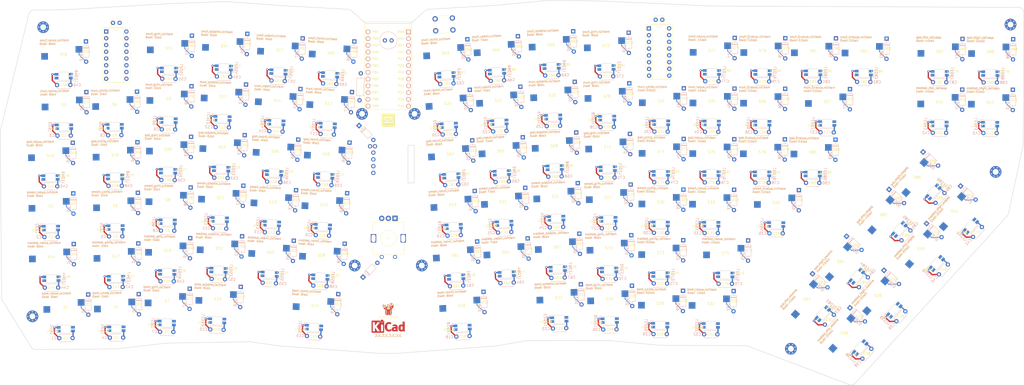
<source format=kicad_pcb>
(kicad_pcb (version 20240108) (generator "pcbnew") (generator_version "8.0")
  (title_block (title "travis_erg2024") (rev "2024.03.23") (company "Travis Hardiman"))
  (layers (0 "F.Cu" signal) (31 "B.Cu" signal) (34 "B.Paste" user) (35 "F.Paste" user) (36 "B.SilkS" user "B.Silkscreen") (37 "F.SilkS" user "F.Silkscreen") (38 "B.Mask" user) (39 "F.Mask" user) (44 "Edge.Cuts" user))
  (net 0 "")
  (net 1 "matrixl_outer_mod")
  (net 2 "col0")
  (net 3 "row5")
  (net 4 "LED_29")
  (net 5 "LED_30")
  (net 6 "RAW")
  (net 7 "GND")
  (net 8 "matrixl_outer_home")
  (net 9 "row3")
  (net 10 "LED_17")
  (net 11 "LED_18")
  (net 12 "matrixl_outer_num")
  (net 13 "row1")
  (net 14 "LED_5")
  (net 15 "LED_6")
  (net 16 "matrixl_pinky_mod")
  (net 17 "col1")
  (net 18 "LED_31")
  (net 19 "matrixl_pinky_home")
  (net 20 "LED_19")
  (net 21 "matrixl_pinky_num")
  (net 22 "LED_7")
  (net 23 "matrixl_ring_mod")
  (net 24 "col2")
  (net 25 "LED_32")
  (net 26 "matrixl_ring_home")
  (net 27 "LED_20")
  (net 28 "matrixl_ring_num")
  (net 29 "LED_8")
  (net 30 "matrixl_middle_mod")
  (net 31 "col3")
  (net 32 "LED_33")
  (net 33 "matrixl_middle_home")
  (net 34 "LED_21")
  (net 35 "matrixl_middle_num")
  (net 36 "LED_9")
  (net 37 "matrixl_index_home")
  (net 38 "col4")
  (net 39 "LED_22")
  (net 40 "matrixl_index_num")
  (net 41 "LED_10")
  (net 42 "matrixl_inner_mod")
  (net 43 "col5")
  (net 44 "LED_34")
  (net 45 "matrixl_inner_home")
  (net 46 "LED_23")
  (net 47 "matrixl_inner_num")
  (net 48 "LED_11")
  (net 49 "matrixr_inner_mod")
  (net 50 "col6")
  (net 51 "LED_35")
  (net 52 "matrixr_inner_home")
  (net 53 "LED_49")
  (net 54 "LED_50")
  (net 55 "matrixr_inner_num")
  (net 56 "LED_68")
  (net 57 "LED_69")
  (net 58 "matrixr_index_home")
  (net 59 "col7")
  (net 60 "LED_51")
  (net 61 "matrixr_index_num")
  (net 62 "LED_70")
  (net 63 "matrixr_middle_mod")
  (net 64 "col8")
  (net 65 "LED_36")
  (net 66 "matrixr_middle_home")
  (net 67 "LED_52")
  (net 68 "matrixr_middle_num")
  (net 69 "LED_71")
  (net 70 "matrixr_ring_mod")
  (net 71 "col9")
  (net 72 "LED_37")
  (net 73 "matrixr_ring_home")
  (net 74 "LED_53")
  (net 75 "matrixr_ring_num")
  (net 76 "LED_72")
  (net 77 "matrixr_pinky_mod")
  (net 78 "col10")
  (net 79 "LED_38")
  (net 80 "matrixr_pinky_home")
  (net 81 "LED_54")
  (net 82 "matrixr_pinky_num")
  (net 83 "LED_73")
  (net 84 "matrixr_outer_mod")
  (net 85 "col11")
  (net 86 "LED_39")
  (net 87 "matrixr_outer_home")
  (net 88 "LED_55")
  (net 89 "matrixr_outer_num")
  (net 90 "LED_74")
  (net 91 "matrixr_outer2_home")
  (net 92 "col12")
  (net 93 "LED_56")
  (net 94 "matrixr_outer2_num")
  (net 95 "LED_75")
  (net 96 "matrixr_outer3_num")
  (net 97 "col13")
  (net 98 "LED_76")
  (net 99 "arrows_left_bottom")
  (net 100 "col15")
  (net 101 "LED_40")
  (net 102 "LED_41")
  (net 103 "arrows_right_bottom")
  (net 104 "row4")
  (net 105 "LED_42")
  (net 106 "pages_left_bottom")
  (net 107 "LED_57")
  (net 108 "LED_58")
  (net 109 "pages_right_bottom")
  (net 110 "row2")
  (net 111 "LED_59")
  (net 112 "special_left_bottom")
  (net 113 "col14")
  (net 114 "LED_77")
  (net 115 "special_right_bottom")
  (net 116 "LED_78")
  (net 117 "matrixl_outer_bottom")
  (net 118 "LED_28")
  (net 119 "matrixl_outer_top")
  (net 120 "LED_16")
  (net 121 "matrixl_outer_func")
  (net 122 "row0")
  (net 123 "LED_4")
  (net 124 "matrixl_pinky_bottom")
  (net 125 "LED_27")
  (net 126 "matrixl_pinky_top")
  (net 127 "LED_15")
  (net 128 "matrixl_ring_bottom")
  (net 129 "LED_26")
  (net 130 "matrixl_ring_top")
  (net 131 "LED_14")
  (net 132 "matrixl_ring_func")
  (net 133 "LED_3")
  (net 134 "matrixl_middle_bottom")
  (net 135 "LED_25")
  (net 136 "matrixl_middle_top")
  (net 137 "LED_13")
  (net 138 "matrixl_middle_func")
  (net 139 "LED_2")
  (net 140 "matrixl_index_bottom")
  (net 141 "LED_24")
  (net 142 "matrixl_index_top")
  (net 143 "LED_12")
  (net 144 "matrixl_index_func")
  (net 145 "LED_1")
  (net 146 "matrixl_inner_bottom")
  (net 147 "matrixl_inner_top")
  (net 148 "matrixl_inner_func")
  (net 149 "LED_0")
  (net 150 "matrixr_inner_bottom")
  (net 151 "LED_48")
  (net 152 "matrixr_inner_top")
  (net 153 "LED_67")
  (net 154 "matrixr_inner_func")
  (net 155 "LED_87")
  (net 156 "matrixr_index_bottom")
  (net 157 "LED_47")
  (net 158 "matrixr_index_top")
  (net 159 "LED_66")
  (net 160 "matrixr_index_func")
  (net 161 "LED_86")
  (net 162 "matrixr_middle_bottom")
  (net 163 "LED_46")
  (net 164 "matrixr_middle_top")
  (net 165 "LED_65")
  (net 166 "matrixr_middle_func")
  (net 167 "LED_85")
  (net 168 "matrixr_ring_bottom")
  (net 169 "LED_45")
  (net 170 "matrixr_ring_top")
  (net 171 "LED_64")
  (net 172 "matrixr_ring_func")
  (net 173 "LED_84")
  (net 174 "matrixr_pinky_bottom")
  (net 175 "LED_44")
  (net 176 "matrixr_pinky_top")
  (net 177 "LED_63")
  (net 178 "matrixr_outer_bottom")
  (net 179 "LED_43")
  (net 180 "matrixr_outer_top")
  (net 181 "LED_62")
  (net 182 "matrixr_outer_func")
  (net 183 "LED_83")
  (net 184 "matrixr_outer2_top")
  (net 185 "LED_61")
  (net 186 "matrixr_outer2_func")
  (net 187 "LED_82")
  (net 188 "matrixr_outer3_top")
  (net 189 "LED_60")
  (net 190 "matrixr_outer3_func")
  (net 191 "LED_81")
  (net 192 "matrixr_outer4_func")
  (net 193 "LED_80")
  (net 194 "arrows_left_top")
  (net 195 "arrows_right_top")
  (net 196 "pages_left_top")
  (net 197 "pages_right_top")
  (net 198 "special_left_top")
  (net 199 "LED_79")
  (net 200 "special_right_top")
  (net 201 "LED")
  (net 202 "RST")
  (net 203 "VCC")
  (net 204 "encA")
  (net 205 "encC")
  (net 206 "P1")
  (net 207 "P0")
  (net 208 "mux0")
  (net 209 "mux1")
  (net 210 "mux2")
  (net 211 "mux3")
  (net 212 "scrA")
  (net 213 "scrC")
  (net 214 "P8")
  (net 215 "scr_to")
  (net 216 "undefined")
  (net 217 "enc_to")
  (footprint "rotary_encoder" (layer "F.Cu") (at 163.145298 170.509825 -90)
    (property "Reference" "ROT1" (hide yes))
    (property "Value" "")
  )
  (footprint "travis:MX" (layer "F.Cu") (at 265.511806 198.139318 -0.25)
    (property "Reference" "S29")
    (property "Value" "Kailh MX Switch Sockets" (hide yes))
  )
  (footprint "travis:MX" (layer "F.Cu") (at 245.439832 120.195375 0.75)
    (property "Reference" "S28")
    (property "Value" "Kailh MX Switch Sockets" (hide yes))
  )
  (footprint "travis:MX" (layer "F.Cu") (at 370.618293 122.39721 -0.25)
    (property "Reference" "S42")
    (property "Value" "Kailh MX Switch Sockets" (hide yes))
  )
  (footprint "travis:MX" (layer "F.Cu") (at 137.835124 180.028175 -2.75)
    (property "Reference" "S58")
    (property "Value" "Kailh MX Switch Sockets" (hide yes))
  )
  (footprint "travis:MX" (layer "F.Cu") (at 135.422868 198.984269 -2.75)
    (property "Reference" "S15")
    (property "Value" "Kailh MX Switch Sockets" (hide yes))
  )
  (footprint "travis:MountingHole_2.2mm_M2_Pad_Via" (layer "F.Cu") (at 153.262448 123.553312 -2.75)
    (property "Reference" "HOLE2" (hide yes))
    (property "Value" "")
  )
  (footprint "travis:MX" (layer "F.Cu") (at 36.315244 180.639972 0.5)
    (property "Reference" "S44")
    (property "Value" "Kailh MX Switch Sockets" (hide yes))
  )
  (footprint "travis:MX" (layer "F.Cu") (at 36.149003 161.590697 0.5)
    (property "Reference" "S2")
    (property "Value" "Kailh MX Switch Sockets" (hide yes))
  )
  (footprint "travis:MX" (layer "F.Cu") (at 284.810988 141.072984 -0.25)
    (property "Reference" "S76")
    (property "Value" "Kailh MX Switch Sockets" (hide yes))
  )
  (footprint "travis:MX" (layer "F.Cu") (at 323.076868 103.139588 -0.25)
    (property "Reference" "S81")
    (property "Value" "Kailh MX Switch Sockets" (hide yes))
  )
  (footprint "travis:MX" (layer "F.Cu") (at 351.83712 163.720773 47.75)
    (property "Reference" "S85")
    (property "Value" "Kailh MX Switch Sockets" (hide yes))
  )
  (footprint "travis:MX" (layer "F.Cu") (at 205.643572 140.799718 2.75)
    (property "Reference" "S65")
    (property "Value" "Kailh MX Switch Sockets" (hide yes))
  )
  (footprint "travis:MX" (layer "F.Cu") (at 389.751233 103.430512 -0.25)
    (property "Reference" "S88")
    (property "Value" "Kailh MX Switch Sockets" (hide yes))
  )
  (footprint "travis:MountingHole_2.2mm_M2_Pad_Via" (layer "F.Cu") (at 397.335175 89.938475 -0.25)
    (property "Reference" "HOLE6" (hide yes))
    (property "Value" "")
  )
  (footprint "travis:MX" (layer "F.Cu") (at 35.982763 142.541423 0.5)
    (property "Reference" "S45")
    (property "Value" "Kailh MX Switch Sockets" (hide yes))
  )
  (footprint "travis:MX" (layer "F.Cu") (at 41.078822 123.446225 0.5)
    (property "Reference" "S3")
    (property "Value" "Kailh MX Switch Sockets" (hide yes))
  )
  (footprint "travis:MountingHole_2.2mm_M2_Pad_Via" (layer "F.Cu") (at 391.74019 145.383576 23.75)
    (property "Reference" "HOLE7" (hide yes))
    (property "Value" "")
  )
  (footprint "travis:MX" (layer "F.Cu") (at 187.541488 160.991475 2.75)
    (property "Reference" "S19")
    (property "Value" "Kailh MX Switch Sockets" (hide yes))
  )
  (footprint "travis:MX" (layer "F.Cu") (at 204.729589 121.771657 2.75)
    (property "Reference" "S22")
    (property "Value" "Kailh MX Switch Sockets" (hide yes))
  )
  (footprint "travis:MX" (layer "F.Cu") (at 139.66309 141.972051 -2.75)
    (property "Reference" "S59")
    (property "Value" "Kailh MX Switch Sockets" (hide yes))
  )
  (footprint "travis:MX" (layer "F.Cu") (at 186.627505 141.963414 2.75)
    (property "Reference" "S62")
    (property "Value" "Kailh MX Switch Sockets" (hide yes))
  )
  (footprint "travis:C_Disc_D3.8mm_W2.6mm_P2.50mm" (layer "F.Cu") (at 266.273104 88.134855 -179.75)
    (property "Reference" "C3" (hide yes))
    (property "Value" "C_Disc_D3.8mm_W2.6mm_P2.50mm" (hide yes))
  )
  (footprint "travis:MX" (layer "F.Cu") (at 284.97723 102.973346 -0.25)
    (property "Reference" "S77")
    (property "Value" "Kailh MX Switch Sockets" (hide yes))
  )
  (footprint "travis:MX" (layer "F.Cu") (at 245.190475 101.147007 0.75)
    (property "Reference" "S72")
    (property "Value" "Kailh MX Switch Sockets" (hide yes))
  )
  (footprint "travis:MX" (layer "F.Cu") (at 79.991121 178.261644 -0.5)
    (property "Reference" "S49")
    (property "Value" "Kailh MX Switch Sockets" (hide yes))
  )
  (footprint "travis:MX" (layer "F.Cu") (at 100.378894 139.346781 -1.5)
    (property "Reference" "S53")
    (property "Value" "Kailh MX Switch Sockets" (hide yes))
  )
  (footprint "travis:MX" (layer "F.Cu") (at 265.844291 121.940044 -0.25)
    (property "Reference" "S31")
    (property "Value" "Kailh MX Switch Sockets" (hide yes))
  )
  (footprint "travis:MX" (layer "F.Cu") (at 290.007195 179.196019 -0.25)
    (property "Reference" "S75")
    (property "Value" "Kailh MX Switch Sockets" (hide yes))
  )
  (footprint "travis:MountingHole_2.2mm_M2_Pad_Via" (layer "F.Cu") (at 173.028147 123.544674 2.75)
    (property "Reference" "HOLE3" (hide yes))
    (property "Value" "")
  )
  (footprint "travis:SW_PUSH_6mm_H4.3mm" (layer "F.Cu") (at 180.771837 87.794476 2.75)
    (property "Reference" "SW1" (hide yes))
    (property "Value" "SW_PUSH_6mm_H4.3mm" (hide yes))
  )
  (footprint "travis:MX" (layer "F.Cu") (at 364.645708 149.619617 47.75)
    (property "Reference" "S86")
    (property "Value" "Kailh MX Switch Sockets" (hide yes))
  )
  (footprint "travis:MX" (layer "F.Cu") (at 118.731126 178.943657 -2.5)
    (property "Reference" "S55")
    (property "Value" "Kailh MX Switch Sockets" (hide yes))
  )
  (footprint "travis:MX" (layer "F.Cu") (at 309.140135 160.229322 -0.25)
    (property "Reference" "S35")
    (property "Value" "Kailh MX Switch Sockets" (hide yes))
  )
  (footprint "travis:MX" (layer "F.Cu") (at 246.187903 177.340479 0.75)
    (property "Reference" "S70")
    (property "Value" "Kailh MX Switch Sockets" (hide yes))
  )
  (footprint "travis:MountingHole_2.2mm_M2_Pad_Via" (layer "F.Cu") (at 33.269842 90.938132 0.5)
    (property "Reference" "HOLE1" (hide yes))
    (property "Value" "")
  )
  (footprint "travis:DIP-16_W7.62mm_Socket" (layer "F.Cu") (at 56.974332 92.560748)
    (property "Reference" "DIP1" (hide yes))
    (property "Value" "DIP-16_W7.62mm_Socket" (hide yes))
  )
  (footprint "travis:MX" (layer "F.Cu") (at 225.038571 119.806612 1.75)
    (property "Reference" "S25")
    (property "Value" "Kailh MX Switch Sockets" (hide yes))
  )
  (footprint "travis:MountingHole_2.2mm_M2_Pad_Via" (layer "F.Cu") (at 314.676451 211.958042 23.75)
    (property "Reference" "HOLE8" (hide yes))
    (property "Value" "")
  )
  (footprint "travis:MX" (layer "F.Cu") (at 41.743784 199.643323 0.5)
    (property "Reference" "S1")
    (property "Value" "Kailh MX Switch Sockets" (hide yes))
  )
  (footprint "travis:MX" (layer "F.Cu") (at 226.202088 157.888842 1.75)
    (property "Reference" "S24")
    (property "Value" "Kailh MX Switch Sockets" (hide yes))
  )
  (footprint "travis:MX" (layer "F.Cu") (at 349.927541 194.155805 47.75)
    (property "Reference" "S39")
    (property "Value" "Kailh MX Switch Sockets" (hide yes))
  )
  (footprint "travis:MX" (layer "F.Cu") (at 328.356196 122.212805 -0.25)
    (property "Reference" "S37")
    (property "Value" "Kailh MX Switch Sockets" (hide yes))
  )
  (footprint "travis:MX" (layer "F.Cu") (at 378.746863 162.428205 47.75)
    (property "Reference" "S41")
    (property "Value" "Kailh MX Switch Sockets" (hide yes))
  )
  (footprint "travis:MX" (layer "F.Cu") (at 141.491057 103.915928 -2.75)
    (property "Reference" "S60")
    (property "Value" "Kailh MX Switch Sockets" (hide yes))
  )
  (footprint "travis:MX" (layer "F.Cu") (at 284.894109 122.023165 -0.25)
    (property "Reference" "S34")
    (property "Value" "Kailh MX Switch Sockets" (hide yes))
  )
  (footprint "ProMicro" (layer "F.Cu") (at 163.145298 106.661609 -90)
    (property "Reference" "MCU1" (hide yes))
    (property "Value" "" (hide yes))
  )
  (footprint "travis:MX" (layer "F.Cu") (at 226.783847 176.929957 1.75)
    (property "Reference" "S67")
    (property "Value" "Kailh MX Switch Sockets" (hide yes))
  )
  (footprint "travis:MX" (layer "F.Cu") (at 99.381552 177.433725 -1.5)
    (property "Reference" "S52")
    (property "Value" "Kailh MX Switch Sockets" (hide yes))
  )
  (footprint "travis:MX" (layer "F.Cu") (at 140.577074 122.94399 -2.75)
    (property "Reference" "S17")
    (property "Value" "Kailh MX Switch Sockets" (hide yes))
  )
  (footprint "travis:MX" (layer "F.Cu") (at 304.027049 103.056467 -0.25)
    (property "Reference" "S79")
    (property "Value" "Kailh MX Switch Sockets" (hide yes))
  )
  (footprint "travis:MX" (layer "F.Cu") (at 40.912582 104.39695 0.5)
    (property "Reference" "S46")
    (property "Value" "Kailh MX Switch Sockets" (hide yes))
  )
  (footprint "travis:MX" (layer "F.Cu") (at 99.880223 158.390253 -1.5)
    (property "Reference" "S11")
    (property "Value" "Kailh MX Switch Sockets" (hide yes))
  )
  (footprint "travis:MX" (layer "F.Cu") (at 207.471539 178.855842 2.75)
    (property "Reference" "S64")
    (property "Value" "Kailh MX Switch Sockets" (hide yes))
  )
  (footprint "travis:MX" (layer "F.Cu") (at 79.82488 197.310918 -0.5)
    (property "Reference" "S7")
    (property "Value" "Kailh MX Switch Sockets" (hide yes))
  )
  (footprint "travis:MX" (layer "F.Cu") (at 225.62033 138.847727 1.75)
    (property "Reference" "S68")
    (property "Value" "Kailh MX Switch Sockets" (hide yes))
  )
  (footprint "travis:MX" (layer "F.Cu") (at 203.815605 102.743595 2.75)
    (property "Reference" "S66")
    (property "Value" "Kailh MX Switch Sockets" (hide yes))
  )
  (footprint "travis:MX" (layer "F.Cu") (at 60.793059 199.477083 0.5)
    (property "Reference" "S4")
    (property "Value" "Kailh MX Switch Sockets" (hide yes))
  )
  (footprint "travis:MX" (layer "F.Cu") (at 323.017798 195.448372 47.75)
    (property "Reference" "S83")
    (property "Value" "Kailh MX Switch Sockets" (hide yes))
  )
  (footprint "travis:MX" (layer "F.Cu") (at 342.126686 103.22271 -0.25)
    (property "Reference" "S82")
    (property "Value" "Kailh MX Switch Sockets" (hide yes))
  )
  (footprint "travis:MX" (layer "F.Cu") (at 389.668112 122.480331 -0.25)
    (property "Reference" "S43")
    (property "Value" "Kailh MX Switch Sockets" (hide yes))
  )
  (footprint "travis:MX" (layer "F.Cu") (at 184.799538 103.90729 2.75)
    (property "Reference" "S63")
    (property "Value" "Kailh MX Switch Sockets" (hide yes))
  )
  (footprint "travis:MX" (layer "F.Cu") (at 80.489842 121.11382 -0.5)
    (property "Reference" "S9")
    (property "Value" "Kailh MX Switch Sockets" (hide yes))
  )
  (footprint "travis:MX" (layer "F.Cu") (at 335.826386 181.347217 47.75)
    (property "Reference" "S84")
    (property "Value" "Kailh MX Switch Sockets" (hide yes))
  )
  (footprint "travis:MX" (layer "F.Cu") (at 80.656083 102.064545 -0.5)
    (property "Reference" "S51")
    (property "Value" "Kailh MX Switch Sockets" (hide yes))
  )
  (footprint "travis:MountingHole_2.2mm_M2_Pad_Via" (layer "F.Cu") (at 29.219261 199.752623 0.5)
    (property "Reference" "HOLE9" (hide yes))
    (property "Value" "")
  )
  (footprint "travis:MX" (layer "F.Cu") (at 101.376236 101.259836 -1.5)
    (property "Reference" "S54")
    (property "Value" "Kailh MX Switch Sockets" (hide yes))
  )
  (footprint "travis:MX" (layer "F.Cu") (at 245.689189 139.243743 0.75)
    (property "Reference" "S71")
    (property "Value" "Kailh MX Switch Sockets" (hide yes))
  )
  (footprint "travis:MX" (layer "F.Cu") (at 60.128097 123.279984 0.5)
    (property "Reference" "S6")
    (property "Value" "Kailh MX Switch Sockets" (hide yes))
  )
  (footprint "travis:MX" (layer "F.Cu") (at 322.910626 141.239226 -0.25)
    (property "Reference" "S80")
    (property "Value" "Kailh MX Switch Sockets" (hide yes))
  )
  (footprint "travis:travis" (layer "F.Cu") (at 163.145298 201.97995)
    (property "Reference" "LOGO2" (hide yes))
    (property "Value" "")
  )
  (footprint "travis:MX" (layer "F.Cu") (at 265.76117 140.989863 -0.25)
    (property "Reference" "S74")
    (property "Value" "Kailh MX Switch Sockets" (hide yes))
  )
  (footprint "travis:MX" (layer "F.Cu") (at 60.460578 161.378533 0.5)
    (property "Reference" "S5")
    (property "Value" "Kailh MX Switch Sockets" (hide yes))
  )
  (footprint "RollerEncoder_Panasonic_EVQWGD001" (layer "F.Cu") (at 163.145298 141.967732)
    (property "Reference" "REF**")
    (property "Value" "RollerEncoder_Panasonic_EVQWGD001")
    (fp_line (start 7.4 -6.3) (end 7.4 7.3) (stroke (width 0.15)) (layer "Edge.Cuts"))
    (fp_line (start 7.7 7.6) (end 9.5 7.6) (stroke (width 0.15)) (layer "Edge.Cuts"))
    (fp_line (start 9.5 -6.6) (end 7.7 -6.6) (stroke (width 0.15)) (layer "Edge.Cuts"))
    (fp_line (start 9.8 7.3) (end 9.8 -6.3) (stroke (width 0.15)) (layer "Edge.Cuts"))
    (fp_arc (start 7.4 -6.3) (mid 7.487868 -6.512132) (end 7.7 -6.6) (stroke (width 0.15)) (layer "Edge.Cuts"))
    (fp_arc (start 7.7 7.6) (mid 7.487868 7.512132) (end 7.4 7.3) (stroke (width 0.15)) (layer "Edge.Cuts"))
    (fp_arc (start 9.5 -6.6) (mid 9.712132 -6.512132) (end 9.8 -6.3) (stroke (width 0.15)) (layer "Edge.Cuts"))
    (fp_arc (start 9.8 7.3) (mid 9.712132 7.512132) (end 9.5 7.6) (stroke (width 0.15)) (layer "Edge.Cuts"))
  )
  (footprint "travis:ergogen" (layer "F.Cu") (at 163.145298 125.939671)
    (property "Reference" "LOGO1" (hide yes))
    (property "Value" "")
  )
  (footprint "travis:MX" (layer "F.Cu") (at 224.456812 100.765497 1.75)
    (property "Reference" "S69")
    (property "Value" "Kailh MX Switch Sockets" (hide yes))
  )
  (footprint "travis:MX" (layer "F.Cu") (at 337.118953 208.25696 47.75)
    (property "Reference" "S38")
    (property "Value" "Kailh MX Switch Sockets" (hide yes))
  )
  (footprint "travis:MX" (layer "F.Cu") (at 80.157361 159.212369 -0.5)
    (property "Reference" "S8")
    (property "Value" "Kailh MX Switch Sockets" (hide yes))
  )
  (footprint "travis:MX" (layer "F.Cu") (at 120.393025 140.879919 -2.5)
    (property "Reference" "S56")
    (property "Value" "Kailh MX Switch Sockets" (hide yes))
  )
  (footprint "travis:MX" (layer "F.Cu") (at 119.562075 159.911788 -2.5)
    (property "Reference" "S13")
    (property "Value" "Kailh MX Switch Sockets" (hide yes))
  )
  (footprint "travis:MX" (layer "F.Cu") (at 122.054923 102.816182 -2.5)
    (property "Reference" "S57")
    (property "Value" "Kailh MX Switch Sockets" (hide yes))
  )
  (footprint "travis:MX" (layer "F.Cu") (at 190.867728 198.975632 2.75)
    (property "Reference" "S18")
    (property "Value" "Kailh MX Switch Sockets" (hide yes))
  )
  (footprint "travis:MountingHole_2.2mm_M2_Pad_Via" (layer "F.Cu") (at 175.770097 180.628859 2.75)
    (property "Reference" "HOLE5" (hide yes))
    (property "Value" "")
  )
  (footprint "travis:MX" (layer "F.Cu") (at 303.860807 141.156105 -0.25)
    (property "Reference" "S78")
    (property "Value" "Kailh MX Switch Sockets" (hide yes))
  )
  (footprint "travis:MX" (layer "F.Cu") (at 365.938276 176.52936 47.75)
    (property "Reference" "S40")
    (property "Value" "Kailh MX Switch Sockets" (hide yes))
  )
  (footprint "travis:Stabilizer_MX_2.00u" (layer "F.Cu") (at 190.897474 199.594918 -177.25)
    (property "Reference" "STAB2u2" (hide yes))
    (property "Value" "Stabilizer_MX_2.00u" (hide yes))
  )
  (footprint "travis:Stabilizer_MX_2.00u" (layer "F.Cu") (at 135.393121 199.603555 177.25)
    (property "Reference" "STAB2u1" (hide yes))
    (property "Value" "Stabilizer_MX_2.00u" (hide yes))
  )
  (footprint "travis:MX" (layer "F.Cu") (at 284.727867 160.122802 -0.25)
    (property "Reference" "S33")
    (property "Value" "Kailh MX Switch Sockets" (hide yes))
  )
  (footprint "travis:KiCad-Logo_5mm_Copper" (layer "F.Cu") (at 163.145298 203.97995)
    (property "Reference" "SYM1" (hide yes))
    (property "Value" "KiCad-Logo_5mm_Copper" (hide yes))
  )
  (footprint "travis:MX" (layer "F.Cu") (at 370.701414 103.347391 -0.25)
    (property "Reference" "S87")
    (property "Value" "Kailh MX Switch Sockets" (hide yes))
  )
  (footprint "travis:MX" (layer "F.Cu") (at 227.365606 195.971072 1.75)
    (property "Reference" "S23")
    (property "Value" "Kailh MX Switch Sockets" (hide yes))
  )
  (footprint "travis:MX" (layer "F.Cu") (at 303.943928 122.106286 -0.25)
    (property "Reference" "S36")
    (property "Value" "Kailh MX Switch Sockets" (hide yes))
  )
  (footprint "travis:MX" (layer "F.Cu") (at 80.323602 140.163094 -0.5)
    (property "Reference" "S50")
    (property "Value" "Kailh MX Switch Sockets" (hide yes))
  )
  (footprint "travis:MX" (layer "F.Cu") (at 98.882881 196.477197 -1.5)
    (property "Reference" "S10")
    (property "Value" "Kailh MX Switch Sockets" (hide yes))
  )
  (footprint "travis:MX" (layer "F.Cu") (at 245.938546 158.292111 0.75)
    (property "Reference" "S27")
    (property "Value" "Kailh MX Switch Sockets" (hide yes))
  )
  (footprint "travis:MX" (layer "F.Cu") (at 265.594927 179.0895 -0.25)
    (property "Reference" "S73")
    (property "Value" "Kailh MX Switch Sockets" (hide yes))
  )
  (footprint "travis:DIP-16_W7.62mm_Socket" (layer "F.Cu") (at 261.227333 91.406902 0.25)
    (property "Reference" "DIP2" (hide yes))
    (property "Value" "DIP-16_W7.62mm_Socket" (hide yes))
  )
  (footprint "travis:MX" (layer "F.Cu") (at 138.749107 161.000113 -2.75)
    (property "Reference" "S16")
    (property "Value" "Kailh MX Switch Sockets" (hide yes))
  )
  (footprint "travis:MX" (layer "F.Cu") (at 100.877565 120.303309 -1.5)
    (property "Reference" "S12")
    (property "Value" "Kailh MX Switch Sockets" (hide yes))
  )
  (footprint "travis:MX" (layer "F.Cu") (at 60.294337 142.329259 0.5)
    (property "Reference" "S48")
    (property "Value" "Kailh MX Switch Sockets" (hide yes))
  )
  (footprint "travis:MX" (layer "F.Cu") (at 188.455472 180.019537 2.75)
    (property "Reference" "S61")
    (property "Value" "Kailh MX Switch Sockets" (hide yes))
  )
  (footprint "travis:C_Disc_D3.8mm_W2.6mm_P2.50mm" (layer "F.Cu") (at 62.034332 89.310748 180)
    (property "Reference" "C2" (hide yes))
    (property "Value" "C_Disc_D3.8mm_W2.6mm_P2.50mm" (hide yes))
  )
  (footprint "travis:MX" (layer "F.Cu") (at 206.557556 159.82778 2.75)
    (property "Reference" "S21")
    (property "Value" "Kailh MX Switch Sockets" (hide yes))
  )
  (footprint "travis:MX" (layer "F.Cu") (at 246.437259 196.388847 0.75)
    (property "Reference" "S26")
    (property "Value" "Kailh MX Switch Sockets" (hide yes))
  )
  (footprint "travis:MX" (layer "F.Cu") (at 185.713522 122.935352 2.75)
    (property "Reference" "S20")
    (property "Value" "Kailh MX Switch Sockets" (hide yes))
  )
  (footprint "travis:MX" (layer "F.Cu") (at 265.678049 160.039681 -0.25)
    (property "Reference" "S30")
    (property "Value" "Kailh MX Switch Sockets" (hide yes))
  )
  (footprint "travis:MX" (layer "F.Cu") (at 121.223974 121.848051 -2.5)
    (property "Reference" "S14")
    (property "Value" "Kailh MX Switch Sockets" (hide yes))
  )
  (footprint "travis:MountingHole_2.2mm_M2_Pad_Via" (layer "F.Cu") (at 150.520498 180.637497 -2.75)
    (property "Reference" "HOLE4" (hide yes))
    (property "Value" "")
  )
  (footprint "travis:MX" (layer "F.Cu") (at 60.626818 180.427808 0.5)
    (property "Reference" "S47")
    (property "Value" "Kailh MX Switch Sockets" (hide yes))
  )
  (footprint "travis:MX" (layer "F.Cu") (at 284.561625 198.222439 -0.25)
    (property "Reference" "S32")
    (property "Value" "Kailh MX Switch Sockets" (hide yes))
  )
  (footprint "travis:C_Disc_D4.7mm_W2.5mm_P5.00mm" (layer "B.Cu") (at 138.5957 112.0864 -2.75)
    (property "Reference" "C60")
    (property "Value" "104")
  )
  (footprint "travis:led_SK6812mini-e (per-key single-side)" (layer "B.Cu") (at 204.0536 107.6979 -177.25)
    (property "Reference" "LED66")
    (property "Value" "SK6812mini-e")
    (fp_line (start 1.8 1.55) (end 1.8 -1.55) (stroke (width 0.12)) (layer "Edge.Cuts"))
    (fp_line (start 1.8 -1.55) (end -1.8 -1.55) (stroke (width 0.12)) (layer "Edge.Cuts"))
    (fp_line (start -1.8 1.55) (end 1.8 1.55) (stroke (width 0.12)) (layer "Edge.Cuts"))
    (fp_line (start -1.8 -1.55) (end -1.8 1.55) (stroke (width 0.12)) (layer "Edge.Cuts"))
  )
  (footprint "travis:led_SK6812mini-e (per-key single-side)" (layer "B.Cu") (at 342.105 108.1827 179.75)
    (property "Reference" "LED82")
    (property "Value" "SK6812mini-e")
    (fp_line (start 1.8 -1.55) (end -1.8 -1.55) (stroke (width 0.12)) (layer "Edge.Cuts"))
    (fp_line (start 1.8 1.55) (end 1.8 -1.55) (stroke (width 0.12)) (layer "Edge.Cuts"))
    (fp_line (start -1.8 -1.55) (end -1.8 1.55) (stroke (width 0.12)) (layer "Edge.Cuts"))
    (fp_line (start -1.8 1.55) (end 1.8 1.55) (stroke (width 0.12)) (layer "Edge.Cuts"))
  )
  (footprint "travis:led_SK6812mini-e (per-key single-side)" (layer "B.Cu") (at 60.6701 185.3876 -179.5)
    (property "Reference" "LED47")
    (property "Value" "SK6812mini-e")
    (fp_line (start 1.8 1.55) (end 1.8 -1.55) (stroke (width 0.12)) (layer "Edge.Cuts"))
    (fp_line (start 1.8 -1.55) (end -1.8 -1.55) (stroke (width 0.12)) (layer "Edge.Cuts"))
    (fp_line (start -1.8 1.55) (end 1.8 1.55) (stroke (width 0.12)) (layer "Edge.Cuts"))
    (fp_line (start -1.8 -1.55) (end -1.8 1.55) (stroke (width 0.12)) (layer "Edge.Cuts"))
  )
  (footprint "travis:led_SK6812mini-e (per-key single-side)" (layer "B.Cu") (at 141.2531 108.8702 177.25)
    (property "Reference" "LED60")
    (property "Value" "SK6812mini-e")
    (fp_line (start 1.8 -1.55) (end -1.8 -1.55) (stroke (width 0.12)) (layer "Edge.Cuts"))
    (fp_line (start 1.8 1.55) (end 1.8 -1.55) (stroke (width 0.12)) (layer "Edge.Cuts"))
    (fp_line (start -1.8 -1.55) (end -1.8 1.55) (stroke (width 0.12)) (layer "Edge.Cuts"))
    (fp_line (start -1.8 1.55) (end 1.8 1.55) (stroke (width 0.12)) (layer "Edge.Cuts"))
  )
  (footprint "travis:C_Disc_D4.7mm_W2.5mm_P5.00mm" (layer "B.Cu") (at 327.4807 202.8796 47.75)
    (property "Reference" "C83")
    (property "Value" "104")
  )
  (footprint "travis:C_Disc_D4.7mm_W2.5mm_P5.00mm" (layer "B.Cu") (at 243.7968 185.6725 0.75)
    (property "Reference" "C70")
    (property "Value" "104")
  )
  (footprint "travis:Diode_DO-35" (layer "B.Cu") (at 88.7521 151.2621 -90.5)
    (property "Reference" "D8")
    (property "Value" "1N4148")
  )
  (footprint "travis:C_Disc_D4.7mm_W2.5mm_P5.00mm" (layer "B.Cu") (at 368.1652 111.6364 -0.25)
    (property "Reference" "C87")
    (property "Value" "104")
  )
  (footprint "travis:Diode_DO-35" (layer "B.Cu") (at 144.3231 191.3775 -92.75)
    (property "Reference" "D15")
    (property "Value" "1N4148")
  )
  (footprint "travis:C_Disc_D4.7mm_W2.5mm_P5.00mm" (layer "B.Cu") (at 102.1621 166.7529 178.5)
    (property "Reference" "C11")
    (property "Value" "104")
  )
  (footprint "travis:Diode_DO-35" (layer "B.Cu") (at 130.9219 95.1707 -92.5)
    (property "Reference" "D57")
    (property "Value" "1N4148")
  )
  (footprint "travis:C_Disc_D4.7mm_W2.5mm_P5.00mm" (layer "B.Cu") (at 97.6625 147.5785 -1.5)
    (property "Reference" "C53")
    (property "Value" "104")
  )
  (footprint "travis:Diode_DO-35" (layer "B.Cu") (at 233.8963 130.5661 -88.25)
    (property "Reference" "D68")
    (property "Value" "1N4148")
  )
  (footprint "travis:led_SK6812mini-e (per-key single-side)" (layer "B.Cu") (at 185.9515 127.8896 2.75)
    (property "Reference" "LED20")
    (property "Value" "SK6812mini-e")
    (fp_line (start -1.8 -1.55) (end -1.8 1.55) (stroke (width 0.12)) (layer "Edge.Cuts"))
    (fp_line (start -1.8 1.55) (end 1.8 1.55) (stroke (width 0.12)) (layer "Edge.Cuts"))
    (fp_line (start 1.8 -1.55) (end -1.8 -1.55) (stroke (width 0.12)) (layer "Edge.Cuts"))
    (fp_line (start 1.8 1.55) (end 1.8 -1.55) (stroke (width 0.12)) (layer "Edge.Cuts"))
  )
  (footprint "travis:Diode_DO-35" (layer "B.Cu") (at 49.5335 115.3471 -89.5)
    (property "Reference" "D3")
    (property "Value" "1N4148")
  )
  (footprint "travis:C_Disc_D4.7mm_W2.5mm_P5.00mm" (layer "B.Cu") (at 82.9173 129.4353 179.5)
    (property "Reference" "C9")
    (property "Value" "104")
  )
  (footprint "travis:led_SK6812mini-e (per-key single-side)" (layer "B.Cu") (at 226.3536 162.8465 1.75)
    (property "Reference" "LED24")
    (property "Value" "SK6812mini-e")
    (fp_line (start -1.8 -1.55) (end -1.8 1.55) (stroke (width 0.12)) (layer "Edge.Cuts"))
    (fp_line (start -1.8 1.55) (end 1.8 1.55) (stroke (width 0.12)) (layer "Edge.Cuts"))
    (fp_line (start 1.8 -1.55) (end -1.8 -1.55) (stroke (width 0.12)) (layer "Edge.Cuts"))
    (fp_line (start 1.8 1.55) (end 1.8 -1.55) (stroke (width 0.12)) (layer "Edge.Cuts"))
  )
  (footprint "travis:led_SK6812mini-e (per-key single-side)" (layer "B.Cu") (at 188.6934 184.9738 -177.25)
    (property "Reference" "LED61")
    (property "Value" "SK6812mini-e")
    (fp_line (start 1.8 1.55) (end 1.8 -1.55) (stroke (width 0.12)) (layer "Edge.Cuts"))
    (fp_line (start 1.8 -1.55) (end -1.8 -1.55) (stroke (width 0.12)) (layer "Edge.Cuts"))
    (fp_line (start -1.8 1.55) (end 1.8 1.55) (stroke (width 0.12)) (layer "Edge.Cuts"))
    (fp_line (start -1.8 -1.55) (end -1.8 1.55) (stroke (width 0.12)) (layer "Edge.Cuts"))
  )
  (footprint "travis:Diode_DO-35" (layer "B.Cu") (at 274.0717 190.1516 -90.25)
    (property "Reference" "D29")
    (property "Value" "1N4148")
  )
  (footprint "travis:led_SK6812mini-e (per-key single-side)" (layer "B.Cu") (at 206.7955 164.7821 2.75)
    (property "Reference" "LED21")
    (property "Value" "SK6812mini-e")
    (fp_line (start -1.8 -1.55) (end -1.8 1.55) (stroke (width 0.12)) (layer "Edge.Cuts"))
    (fp_line (start -1.8 1.55) (end 1.8 1.55) (stroke (width 0.12)) (layer "Edge.Cuts"))
    (fp_line (start 1.8 -1.55) (end -1.8 -1.55) (stroke (width 0.12)) (layer "Edge.Cuts"))
    (fp_line (start 1.8 1.55) (end 1.8 -1.55) (stroke (width 0.12)) (layer "Edge.Cuts"))
  )
  (footprint "travis:Diode_DO-35" (layer "B.Cu") (at 44.6036 153.4916 -89.5)
    (property "Reference" "D2")
    (property "Value" "1N4148")
  )
  (footprint "travis:led_SK6812mini-e (per-key single-side)" (layer "B.Cu") (at 140.3391 127.8983 -2.75)
    (property "Reference" "LED17")
    (property "Value" "SK6812mini-e")
    (fp_line (start -1.8 1.55) (end 1.8 1.55) (stroke (width 0.12)) (layer "Edge.Cuts"))
    (fp_line (start -1.8 -1.55) (end -1.8 1.55) (stroke (width 0.12)) (layer "Edge.Cuts"))
    (fp_line (start 1.8 1.55) (end 1.8 -1.55) (stroke (width 0.12)) (layer "Edge.Cuts"))
    (fp_line (start 1.8 -1.55) (end -1.8 -1.55) (stroke (width 0.12)) (layer "Edge.Cuts"))
  )
  (footprint "travis:led_SK6812mini-e (per-key single-side)" (layer "B.Cu") (at 309.1185 165.1893 -0.25)
    (property "Reference" "LED35")
    (property "Value" "SK6812mini-e")
    (fp_line (start -1.8 1.55) (end 1.8 1.55) (stroke (width 0.12)) (layer "Edge.Cuts"))
    (fp_line (start -1.8 -1.55) (end -1.8 1.55) (stroke (width 0.12)) (layer "Edge.Cuts"))
    (fp_line (start 1.8 1.55) (end 1.8 -1.55) (stroke (width 0.12)) (layer "Edge.Cuts"))
    (fp_line (start 1.8 -1.55) (end -1.8 -1.55) (stroke (width 0.12)) (layer "Edge.Cuts"))
  )
  (footprint "travis:C_Disc_D4.7mm_W2.5mm_P5.00mm" (layer "B.Cu") (at 33.5553 150.8629 0.5)
    (property "Reference" "C45")
    (property "Value" "104")
  )
  (footprint "travis:Diode_DO-35" (layer "B.Cu") (at 147.6493 153.3934 -92.75)
    (property "Reference" "D16")
    (property "Value" "1N4148")
  )
  (footprint "travis:C_Disc_D4.7mm_W2.5mm_P5.00mm" (layer "B.Cu") (at 63.3654 207.755 -179.5)
    (property "Reference" "C4")
    (property "Value" "104")
  )
  (footprint "travis:Diode_DO-35" (layer "B.Cu") (at 351.6288 152.0147 -42.25)
    (property "Reference" "D85")
    (property "Value" "1N4148")
  )
  (footprint "travis:Diode_DO-35" (layer "B.Cu") (at 349.7192 182.4497 -42.25)
    (property "Reference" "D39")
    (property "Value" "1N4148")
  )
  (footprint "travis:led_SK6812mini-e (per-key single-side)" (layer "B.Cu") (at 121.0076 126.8033 -2.5)
    (property "Reference" "LED14")
    (property "Value" "SK6812mini-e")
    (fp_line (start -1.8 1.55) (end 1.8 1.55) (stroke (width 0.12)) (layer "Edge.Cuts"))
    (fp_line (start -1.8 -1.55) (end -1.8 1.55) (stroke (width 0.12)) (layer "Edge.Cuts"))
    (fp_line (start 1.8 1.55) (end 1.8 -1.55) (stroke (width 0.12)) (layer "Edge.Cuts"))
    (fp_line (start 1.8 -1.55) (end -1.8 -1.55) (stroke (width 0.12)) (layer "Edge.Cuts"))
  )
  (footprint "travis:C_Disc_D4.7mm_W2.5mm_P5.00mm" (layer "B.Cu") (at 340.2893 188.7784 47.75)
    (property "Reference" "C84")
    (property "Value" "104")
  )
  (footprint "travis:C_Disc_D4.7mm_W2.5mm_P5.00mm" (layer "B.Cu") (at 201.7167 111.154 2.75)
    (property "Reference" "C66")
    (property "Value" "104")
  )
  (footprint "travis:Diode_DO-35" (layer "B.Cu") (at 364.4374 137.9135 -42.25)
    (property "Reference" "D86")
    (property "Value" "1N4148")
  )
  (footprint "travis:led_SK6812mini-e (per-key single-side)" (layer "B.Cu") (at 120.1767 145.8352 177.5)
    (property "Reference" "LED56")
    (property "Value" "SK6812mini-e")
    (fp_line (start 1.8 -1.55) (end -1.8 -1.55) (stroke (width 0.12)) (layer "Edge.Cuts"))
    (fp_line (start 1.8 1.55) (end 1.8 -1.55) (stroke (width 0.12)) (layer "Edge.Cuts"))
    (fp_line (start -1.8 -1.55) (end -1.8 1.55) (stroke (width 0.12)) (layer "Edge.Cuts"))
    (fp_line (start -1.8 1.55) (end 1.8 1.55) (stroke (width 0.12)) (layer "Edge.Cuts"))
  )
  (footprint "travis:C_Disc_D4.7mm_W2.5mm_P5.00mm" (layer "B.Cu") (at 386.5716 166.1583 -132.25)
    (property "Reference" "C41")
    (property "Value" "104")
  )
  (footprint "travis:led_SK6812mini-e (per-key single-side)" (layer "B.Cu") (at 118.5148 183.8989 177.5)
    (property "Reference" "LED55")
    (property "Value" "SK6812mini-e")
    (fp_line (start 1.8 -1.55) (end -1.8 -1.55) (stroke (width 0.12)) (layer "Edge.Cuts"))
    (fp_line (start 1.8 1.55) (end 1.8 -1.55) (stroke (width 0.12)) (layer "Edge.Cuts"))
    (fp_line (start -1.8 -1.55) (end -1.8 1.55) (stroke (width 0.12)) (layer "Edge.Cuts"))
    (fp_line (start -1.8 1.55) (end 1.8 1.55) (stroke (width 0.12)) (layer "Edge.Cuts"))
  )
  (footprint "travis:C_Disc_D4.7mm_W2.5mm_P5.00mm" (layer "B.Cu") (at 62.7004 131.5579 -179.5)
    (property "Reference" "C6")
    (property "Value" "104")
  )
  (footprint "travis:Diode_DO-35" (layer "B.Cu") (at 128.429 152.2663 -92.5)
    (property "Reference" "D13")
    (property "Value" "1N4148")
  )
  (footprint "travis:C_Disc_D4.7mm_W2.5mm_P5.00mm" (layer "B.Cu") (at 117.5334 149.063 -2.5)
    (property "Reference" "C56")
    (property "Value" "104")
  )
  (footprint "travis:C_Disc_D4.7mm_W2.5mm_P5.00mm" (layer "B.Cu") (at 306.4077 130.4171 179.75)
    (property "Reference" "C36")
    (property "Value" "104")
  )
  (footprint "travis:Diode_DO-35" (layer "B.Cu") (at 44.4374 134.4423 -89.5)
    (property "Reference" "D45")
    (property "Value" "1N4148")
  )
  (footprint "travis:Diode_DO-35" (layer "B.Cu") (at 110.1084 93.4607 -91.5)
    (property "Reference" "D54")
    (property "Value" "1N4148")
  )
  (footprint "travis:led_SK6812mini-e (per-key single-side)" (layer "B.Cu") (at 99.2517 182.392 178.5)
    (property "Reference" "LED52")
    (property "Value" "SK6812mini-e")
    (fp_line (start 1.8 -1.55) (end -1.8 -1.55) (stroke (width 0.12)) (layer "Edge.Cuts"))
    (fp_line (start 1.8 1.55) (end 1.8 -1.55) (stroke (width 0.12)) (layer "Edge.Cuts"))
    (fp_line (start -1.8 -1.55) (end -1.8 1.55) (stroke (width 0.12)) (layer "Edge.Cuts"))
    (fp_line (start -1.8 1.55) (end 1.8 1.55) (stroke (width 0.12)) (layer "Edge.Cuts"))
  )
  (footprint "travis:led_SK6812mini-e (per-key single-side)" (layer "B.Cu") (at 303.9223 127.0662 -0.25)
    (property "Reference" "LED36")
    (property "Value" "SK6812mini-e")
    (fp_line (start -1.8 1.55) (end 1.8 1.55) (stroke (width 0.12)) (layer "Edge.Cuts"))
    (fp_line (start -1.8 -1.55) (end -1.8 1.55) (stroke (width 0.12)) (layer "Edge.Cuts"))
    (fp_line (start 1.8 1.55) (end 1.8 -1.55) (stroke (width 0.12)) (layer "Edge.Cuts"))
    (fp_line (start 1.8 -1.55) (end -1.8 -1.55) (stroke (width 0.12)) (layer "Edge.Cuts"))
  )
  (footprint "travis:led_SK6812mini-e (per-key single-side)" (layer "B.Cu") (at 204.9676 126.7259 2.75)
    (property "Reference" "LED22")
    (property "Value" "SK6812mini-e")
    (fp_line (start -1.8 -1.55) (end -1.8 1.55) (stroke (width 0.12)) (layer "Edge.Cuts"))
    (fp_line (start -1.8 1.55) (end 1.8 1.55) (stroke (width 0.12)) (layer "Edge.Cuts"))
    (fp_line (start 1.8 -1.55) (end -1.8 -1.55) (stroke (width 0.12)) (layer "Edge.Cuts"))
    (fp_line (start 1.8 1.55) (end 1.8 -1.55) (stroke (width 0.12)) (layer "Edge.Cuts"))
  )
  (footprint "travis:led_SK6812mini-e (per-key single-side)" (layer "B.Cu") (at 326.6893 198.7833 -132.25)
    (property "Reference" "LED83")
    (property "Value" "SK6812mini-e")
    (fp_line (start 1.8 1.55) (end 1.8 -1.55) (stroke (width 0.12)) (layer "Edge.Cuts"))
    (fp_line (start 1.8 -1.55) (end -1.8 -1.55) (stroke (width 0.12)) (layer "Edge.Cuts"))
    (fp_line (start -1.8 1.55) (end 1.8 1.55) (stroke (width 0.12)) (layer "Edge.Cuts"))
    (fp_line (start -1.8 -1.55) (end -1.8 1.55) (stroke (width 0.12)) (layer "Edge.Cuts"))
  )
  (footprint "travis:Diode_DO-35" (layer "B.Cu") (at 336.9106 196.5509 -42.25)
    (property "Reference" "D38")
    (property "Value" "1N4148")
  )
  (footprint "travis:C_Disc_D4.7mm_W2.5mm_P5.00mm" (layer "B.Cu") (at 123.3596 130.2492 177.5)
    (property "Reference" "C14")
    (property "Value" "104")
  )
  (footprint "travis:Diode_DO-35" (layer "B.Cu") (at 148.5633 134.3653 -92.75)
    (property "Reference" "D59")
    (property "Value" "1N4148")
  )
  (footprint "travis:R_Axial_DIN0207_L6.3mm_D2.5mm_P10.16mm_Horizontal" (layer "B.Cu") (at 152.331091 118.452753 87.25)
    (property "Reference" "R1" (hide yes))
    (property "Value" "R_Axial_DIN0207_L6.3mm_D2.5mm_P10.16mm_Horizontal" (hide yes))
  )
  (footprint "travis:led_SK6812mini-e (per-key single-side)" (layer "B.Cu") (at 80.2803 145.1229 179.5)
    (property "Reference" "LED50")
    (property "Value" "SK6812mini-e")
    (fp_line (start 1.8 -1.55) (end -1.8 -1.55) (stroke (width 0.12)) (layer "Edge.Cuts"))
    (fp_line (start 1.8 1.55) (end 1.8 -1.55) (stroke (width 0.12)) (layer "Edge.Cuts"))
    (fp_line (start -1.8 -1.55) (end -1.8 1.55) (stroke (width 0.12)) (layer "Edge.Cuts"))
    (fp_line (start -1.8 1.55) (end 1.8 1.55) (stroke (width 0.12)) (layer "Edge.Cuts"))
  )
  (footprint "travis:led_SK6812mini-e (per-key single-side)" (layer "B.Cu") (at 60.1714 128.2398 0.5)
    (property "Reference" "LED6")
    (property "Value" "SK6812mini-e")
    (fp_line (start -1.8 -1.55) (end -1.8 1.55) (stroke (width 0.12)) (layer "Edge.Cuts"))
    (fp_line (start -1.8 1.55) (end 1.8 1.55) (stroke (width 0.12)) (layer "Edge.Cuts"))
    (fp_line (start 1.8 -1.55) (end -1.8 -1.55) (stroke (width 0.12)) (layer "Edge.Cuts"))
    (fp_line (start 1.8 1.55) (end 1.8 -1.55) (stroke (width 0.12)) (layer "Edge.Cuts"))
  )
  (footprint "travis:C_Disc_D4.7mm_W2.5mm_P5.00mm" (layer "B.Cu") (at 223.375 147.2202 1.75)
    (property "Reference" "C68")
    (property "Value" "104")
  )
  (footprint "travis:led_SK6812mini-e (per-key single-side)" (layer "B.Cu") (at 36.026 147.5012 -179.5)
    (property "Reference" "LED45")
    (property "Value" "SK6812mini-e")
    (fp_line (start 1.8 1.55) (end 1.8 -1.55) (stroke (width 0.12)) (layer "Edge.Cuts"))
    (fp_line (start 1.8 -1.55) (end -1.8 -1.55) (stroke (width 0.12)) (layer "Edge.Cuts"))
    (fp_line (start -1.8 1.55) (end 1.8 1.55) (stroke (width 0.12)) (layer "Edge.Cuts"))
    (fp_line (start -1.8 -1.55) (end -1.8 1.55) (stroke (width 0.12)) (layer "Edge.Cuts"))
  )
  (footprint "travis:Diode_DO-35" (layer "B.Cu") (at 192.9297 95.4825 -87.25)
    (property "Reference" "D63")
    (property "Value" "1N4148")
  )
  (footprint "travis:Diode_DO-35" (layer "B.Cu") (at 108.6124 150.5912 -91.5)
    (property "Reference" "D11")
    (property "Value" "1N4148")
  )
  (footprint "travis:led_SK6812mini-e (per-key single-side)" (layer "B.Cu") (at 355.5086 167.0557 -132.25)
    (property "Reference" "LED85")
    (property "Value" "SK6812mini-e")
    (fp_line (start 1.8 1.55) (end 1.8 -1.55) (stroke (width 0.12)) (layer "Edge.Cuts"))
    (fp_line (start 1.8 -1.55) (end -1.8 -1.55) (stroke (width 0.12)) (layer "Edge.Cuts"))
    (fp_line (start -1.8 1.55) (end 1.8 1.55) (stroke (width 0.12)) (layer "Edge.Cuts"))
    (fp_line (start -1.8 -1.55) (end -1.8 1.55) (stroke (width 0.12)) (layer "Edge.Cuts"))
  )
  (footprint "travis:led_SK6812mini-e (per-key single-side)" (layer "B.Cu") (at 370.6798 108.3073 179.75)
    (property "Reference" "LED87")
    (property "Value" "SK6812mini-e")
    (fp_line (start 1.8 -1.55) (end -1.8 -1.55) (stroke (width 0.12)) (layer "Edge.Cuts"))
    (fp_line (start 1.8 1.55) (end 1.8 -1.55) (stroke (width 0.12)) (layer "Edge.Cuts"))
    (fp_line (start -1.8 -1.55) (end -1.8 1.55) (stroke (width 0.12)) (layer "Edge.Cuts"))
    (fp_line (start -1.8 1.55) (end 1.8 1.55) (stroke (width 0.12)) (layer "Edge.Cuts"))
  )
  (footprint "travis:C_Disc_D4.7mm_W2.5mm_P5.00mm" (layer "B.Cu") (at 287.471 187.485 -0.25)
    (property "Reference" "C75")
    (property "Value" "104")
  )
  (footprint "travis:C_Disc_D4.7mm_W2.5mm_P5.00mm" (layer "B.Cu") (at 268.3081 130.2509 179.75)
    (property "Reference" "C31")
    (property "Value" "104")
  )
  (footprint "travis:C_Disc_D4.7mm_W2.5mm_P5.00mm" (layer "B.Cu") (at 373.763 180.2595 -132.25)
    (property "Reference" "C40")
    (property "Value" "104")
  )
  (footprint "travis:Diode_DO-35" (layer "B.Cu") (at 214.6877 151.403 -87.25)
    (property "Reference" "D21")
    (property "Value" "1N4148")
  )
  (footprint "travis:Diode_DO-35" (layer "B.Cu") (at 89.2508 94.1142 -90.5)
    (property "Reference" "D51")
    (property "Value" "1N4148")
  )
  (footprint "travis:led_SK6812mini-e (per-key single-side)" (layer "B.Cu") (at 79.9478 183.2215 179.5)
    (property "Reference" "LED49")
    (property "Value" "SK6812mini-e")
    (fp_line (start 1.8 -1.55) (end -1.8 -1.55) (stroke (width 0.12)) (layer "Edge.Cuts"))
    (fp_line (start 1.8 1.55) (end 1.8 -1.55) (stroke (width 0.12)) (layer "Edge.Cuts"))
    (fp_line (start -1.8 -1.55) (end -1.8 1.55) (stroke (width 0.12)) (layer "Edge.Cuts"))
    (fp_line (start -1.8 1.55) (end 1.8 1.55) (stroke (width 0.12)) (layer "Edge.Cuts"))
  )
  (footprint "travis:C_Disc_D4.7mm_W2.5mm_P5.00mm" (layer "B.Cu") (at 320.5407 111.4286 -0.25)
    (property "Reference" "C81")
    (property "Value" "104")
  )
  (footprint "travis:Diode_DO-35" (layer "B.Cu") (at 194.7577 133.5386 -87.25)
    (property "Reference" "D62")
    (property "Value" "1N4148")
  )
  (footprint "travis:C_Disc_D4.7mm_W2.5mm_P5.00mm" (layer "B.Cu") (at 190.4368 169.162 -177.25)
    (property "Reference" "C19")
    (property "Value" "104")
  )
  (footprint "travis:Diode_DO-35" (layer "B.Cu") (at 235.6416 187.6895 -88.25)
    (property "Reference" "D23")
    (property "Value" "1N4148")
  )
  (footprint "travis:Diode_DO-35" (layer "B.Cu") (at 195.6716 152.5667 -87.25)
    (property "Reference" "D19")
    (property "Value" "1N4148")
  )
  (footprint "travis:C_Disc_D4.7mm_W2.5mm_P5.00mm" (layer "B.Cu") (at 242.7993 109.479 0.75)
    (property "Reference" "C72")
    (property "Value" "104")
  )
  (footprint "travis:led_SK6812mini-e (per-key single-side)" (layer "B.Cu") (at 138.5111 165.9544 -2.75)
    (property "Reference" "LED16")
    (property "Value" "SK6812mini-e")
    (fp_line (start -1.8 1.55) (end 1.8 1.55) (stroke (width 0.12)) (layer "Edge.Cuts"))
    (fp_line (start -1.8 -1.55) (end -1.8 1.55) (stroke (width 0.12)) (layer "Edge.Cuts"))
    (fp_line (start 1.8 1.55) (end 1.8 -1.55) (stroke (width 0.12)) (layer "Edge.Cuts"))
    (fp_line (start 1.8 -1.55) (end -1.8 -1.55) (stroke (width 0.12)) (layer "Edge.Cuts"))
  )
  (footprint "travis:Diode_DO-35" (layer "B.Cu") (at 253.8591 112.0595 -89.25)
    (property "Reference" "D28")
    (property "Value" "1N4148")
  )
  (footprint "travis:led_SK6812mini-e (per-key single-side)" (layer "B.Cu") (at 187.7795 165.9458 2.75)
    (property "Reference" "LED19")
    (property "Value" "SK6812mini-e")
    (fp_line (start -1.8 -1.55) (end -1.8 1.55) (stroke (width 0.12)) (layer "Edge.Cuts"))
    (fp_line (start -1.8 1.55) (end 1.8 1.55) (stroke (width 0.12)) (layer "Edge.Cuts"))
    (fp_line (start 1.8 -1.55) (end -1.8 -1.55) (stroke (width 0.12)) (layer "Edge.Cuts"))
    (fp_line (start 1.8 1.55) (end 1.8 -1.55) (stroke (width 0.12)) (layer "Edge.Cuts"))
  )
  (footprint "travis:C_Disc_D4.7mm_W2.5mm_P5.00mm" (layer "B.Cu") (at 77.4188 186.5395 -0.5)
    (property "Reference" "C49")
    (property "Value" "104")
  )
  (footprint "travis:Diode_DO-35" (layer "B.Cu") (at 149.4773 115.3372 -92.75)
    (property "Reference" "D17")
    (property "Value" "1N4148")
  )
  (footprint "travis:Diode_DO-35" (layer "B.Cu") (at 254.3578 150.1562 -89.25)
    (property "Reference" "D27")
    (property "Value" "1N4148")
  )
  (footprint "travis:Diode_DO-35" (layer "B.Cu") (at 150.3913 96.3092 -92.75)
    (property "Reference" "D60")
    (property "Value" "1N4148")
  )
  (footprint "travis:C_Disc_D4.7mm_W2.5mm_P5.00mm" (layer "B.Cu") (at 373.0821 130.708 179.75)
    (property "Reference" "C42")
    (property "Value" "104")
  )
  (footprint "travis:C_Disc_D4.7mm_W2.5mm_P5.00mm" (layer "B.Cu") (at 248.0483 128.4619 -179.25)
    (property "Reference" "C28")
    (property "Value" "104")
  )
  (footprint "travis:led_SK6812mini-e (per-key single-side)" (layer "B.Cu") (at 80.6128 107.0244 179.5)
    (property "Reference" "LED51")
    (property "Value" "SK6812mini-e")
    (fp_line (start 1.8 -1.55) (end -1.8 -1.55) (stroke (width 0.12)) (layer "Edge.Cuts"))
    (fp_line (start 1.8 1.55) (end 1.8 -1.55) (stroke (width 0.12)) (layer "Edge.Cuts"))
    (fp_line (start -1.8 -1.55) (end -1.8 1.55) (stroke (width 0.12)) (layer "Edge.Cuts"))
    (fp_line (start -1.8 1.55) (end 1.8 1.55) (stroke (width 0.12)) (layer "Edge.Cuts"))
  )
  (footprint "travis:led_SK6812mini-e (per-key single-side)" (layer "B.Cu") (at 328.3346 127.1728 -0.25)
    (property "Reference" "LED37")
    (property "Value" "SK6812mini-e")
    (fp_line (start -1.8 1.55) (end 1.8 1.55) (stroke (width 0.12)) (layer "Edge.Cuts"))
    (fp_line (start -1.8 -1.55) (end -1.8 1.55) (stroke (width 0.12)) (layer "Edge.Cuts"))
    (fp_line (start 1.8 1.55) (end 1.8 -1.55) (stroke (width 0.12)) (layer "Edge.Cuts"))
    (fp_line (start 1.8 -1.55) (end -1.8 -1.55) (stroke (width 0.12)) (layer "Edge.Cuts"))
  )
  (footprint "travis:Diode_DO-35" (layer "B.Cu") (at 317.7001 152.2416 -90.25)
    (property "Reference" "D35")
    (property "Value" "1N4148")
  )
  (footprint "travis:C_Disc_D4.7mm_W2.5mm_P5.00mm" (layer "B.Cu") (at 38.7213 169.8686 -179.5)
    (property "Reference" "C2")
    (property "Value" "104")
  )
  (footprint "travis:Diode_DO-35" (layer "B.Cu") (at 50.1984 191.5442 -89.5)
    (property "Reference" "D1")
    (property "Value" "1N4148")
  )
  (footprint "travis:Diode_DO-35" (layer "B.Cu") (at 88.5858 170.3113 -90.5)
    (property "Reference" "D49")
    (property "Value" "1N4148")
  )
  (footprint "travis:led_SK6812mini-e (per-key single-side)" (layer "B.Cu") (at 139.4251 146.9263 177.25)
    (property "Reference" "LED59")
    (property "Value" "SK6812mini-e")
    (fp_line (start 1.8 -1.55) (end -1.8 -1.55) (stroke (width 0.12)) (layer "Edge.Cuts"))
    (fp_line (start 1.8 1.55) (end 1.8 -1.55) (stroke (width 0.12)) (layer "Edge.Cuts"))
    (fp_line (start -1.8 -1.55) (end -1.8 1.55) (stroke (width 0.12)) (layer "Edge.Cuts"))
    (fp_line (start -1.8 1.55) (end 1.8 1.55) (stroke (width 0.12)) (layer "Edge.Cuts"))
  )
  (footprint "travis:C_Disc_D4.7mm_W2.5mm_P5.00mm" (layer "B.Cu") (at 330.82 130.5236 179.75)
    (property "Reference" "C37")
    (property "Value" "104")
  )
  (footprint "travis:Diode_DO-35" (layer "B.Cu") (at 152.145298 127.967732 -45)
    (property "Reference" "D1" (hide yes))
    (property "Value" "1N4148")
  )
  (footprint "travis:C_Disc_D4.7mm_W2.5mm_P5.00mm" (layer "B.Cu") (at 57.8669 150.6508 0.5)
    (property "Reference" "C48")
    (property "Value" "104")
  )
  (footprint "travis:Diode_DO-35" (layer "B.Cu") (at 274.238 152.052 -90.25)
    (property "Reference" "D30")
    (property "Value" "1N4148")
  )
  (footprint "travis:C_Disc_D4.7mm_W2.5mm_P5.00mm" (layer "B.Cu") (at 392.1319 130.7912 179.75)
    (property "Reference" "C43")
    (property "Value" "104")
  )
  (footprint "travis:C_Disc_D4.7mm_W2.5mm_P5.00mm" (layer "B.Cu") (at 339.5905 111.5117 -0.25)
    (property "Reference" "C82")
    (property "Value" "104")
  )
  (footprint "travis:led_SK6812mini-e (per-key single-side)" (layer "B.Cu") (at 304.0054 108.0164 179.75)
    (property "Reference" "LED79")
    (property "Value" "SK6812mini-e")
    (fp_line (start 1.8 -1.55) (end -1.8 -1.55) (stroke (width 0.12)) (layer "Edge.Cuts"))
    (fp_line (start 1.8 1.55) (end 1.8 -1.55) (stroke (width 0.12)) (layer "Edge.Cuts"))
    (fp_line (start -1.8 -1.55) (end -1.8 1.55) (stroke (width 0.12)) (layer "Edge.Cuts"))
    (fp_line (start -1.8 1.55) (end 1.8 1.55) (stroke (width 0.12)) (layer "Edge.Cuts"))
  )
  (footprint "travis:C_Disc_D4.7mm_W2.5mm_P5.00mm" (layer "B.Cu") (at 267.9756 206.4501 179.75)
    (property "Reference" "C29")
    (property "Value" "104")
  )
  (footprint "travis:Diode_DO-35" (layer "B.Cu") (at 293.1216 190.2347 -90.25)
    (property "Reference" "D32")
    (property "Value" "1N4148")
  )
  (footprint "travis:Diode_DO-35" (layer "B.Cu") (at 108.1137 169.6346 -91.5)
    (property "Reference" "D52")
    (property "Value" "1N4148")
  )
  (footprint "travis:Diode_DO-35" (layer "B.Cu") (at 233.3145 111.525 -88.25)
    (property "Reference" "D25")
    (property "Value" "1N4148")
  )
  (footprint "travis:led_SK6812mini-e (per-key single-side)" (layer "B.Cu") (at 186.8655 146.9177 -177.25)
    (property "Reference" "LED62")
    (property "Value" "SK6812mini-e")
    (fp_line (start 1.8 1.55) (end 1.8 -1.55) (stroke (width 0.12)) (layer "Edge.Cuts"))
    (fp_line (start 1.8 -1.55) (end -1.8 -1.55) (stroke (width 0.12)) (layer "Edge.Cuts"))
    (fp_line (start -1.8 1.55) (end 1.8 1.55) (stroke (width 0.12)) (layer "Edge.Cuts"))
    (fp_line (start -1.8 -1.55) (end -1.8 1.55) (stroke (width 0.12)) (layer "Edge.Cuts"))
  )
  (footprint "travis:led_SK6812mini-e (per-key single-side)" (layer "B.Cu") (at 245.5048 125.1549 0.75)
    (property "Reference" "LED28")
    (property "Value" "SK6812mini-e")
    (fp_line (start -1.8 -1.55) (end -1.8 1.55) (stroke (width 0.12)) (layer "Edge.Cuts"))
    (fp_line (start -1.8 1.55) (end 1.8 1.55) (stroke (width 0.12)) (layer "Edge.Cuts"))
    (fp_line (start 1.8 -1.55) (end -1.8 -1.55) (stroke (width 0.12)) (layer "Edge.Cuts"))
    (fp_line (start 1.8 1.55) (end 1.8 -1.55) (stroke (width 0.12)) (layer "Edge.Cuts"))
  )
  (footprint "travis:Diode_DO-35" (layer "B.Cu") (at 398.3112 95.4428 -90.25)
    (property "Reference" "D88")
    (property "Value" "1N4148")
  )
  (footprint "travis:C_Disc_D4.7mm_W2.5mm_P5.00mm" (layer "B.Cu") (at 58.1993 188.7493 0.5)
    (property "Reference" "C47")
    (property "Value" "104")
  )
  (footprint "travis:C_Disc_D4.7mm_W2.5mm_P5.00mm" (layer "B.Cu") (at 369.1086 157.0508 47.75)
    (property "Reference" "C86")
    (property "Value" "104")
  )
  (footprint "travis:led_SK6812mini-e (per-key single-side)" (layer "B.Cu") (at 185.0375 108.8616 -177.25)
    (property "Reference" "LED63")
    (property "Value" "SK6812mini-e")
    (fp_line (start 1.8 1.55) (end 1.8 -1.55) (stroke (width 0.12)) (layer "Edge.Cuts"))
    (fp_line (start 1.8 -1.55) (end -1.8 -1.55) (stroke (width 0.12)) (layer "Edge.Cuts"))
    (fp_line (start -1.8 1.55) (end 1.8 1.55) (stroke (width 0.12)) (layer "Edge.Cuts"))
    (fp_line (start -1.8 -1.55) (end -1.8 1.55) (stroke (width 0.12)) (layer "Edge.Cuts"))
  )
  (footprint "travis:C_Disc_D4.7mm_W2.5mm_P5.00mm" (layer "B.Cu") (at 203.5447 149.2101 2.75)
    (property "Reference" "C65")
    (property "Value" "104")
  )
  (footprint "travis:Diode_DO-35" (layer "B.Cu") (at 107.615 188.6781 -91.5)
    (property "Reference" "D10")
    (property "Value" "1N4148")
  )
  (footprint "travis:C_Disc_D4.7mm_W2.5mm_P5.00mm" (layer "B.Cu") (at 224.5385 185.3024 1.75)
    (property "Reference" "C67")
    (property "Value" "104")
  )
  (footprint "travis:Diode_DO-35" (layer "B.Cu") (at 68.5827 115.1809 -89.5)
    (property "Reference" "D6")
    (property "Value" "1N4148")
  )
  (footprint "travis:C_Disc_D4.7mm_W2.5mm_P5.00mm" (layer "B.Cu") (at 387.215 111.7195 -0.25)
    (property "Reference" "C88")
    (property "Value" "104")
  )
  (footprint "travis:C_Disc_D4.7mm_W2.5mm_P5.00mm" (layer "B.Cu") (at 33.8878 188.9615 0.5)
    (property "Reference" "C44")
    (property "Value" "104")
  )
  (footprint "travis:led_SK6812mini-e (per-key single-side)" (layer "B.Cu") (at 289.9856 184.156 179.75)
    (property "Reference" "LED75")
    (property "Value" "SK6812mini-e")
    (fp_line (start 1.8 -1.55) (end -1.8 -1.55) (stroke (width 0.12)) (layer "Edge.Cuts"))
    (fp_line (start 1.8 1.55) (end 1.8 -1.55) (stroke (width 0.12)) (layer "Edge.Cuts"))
    (fp_line (start -1.8 -1.55) (end -1.8 1.55) (stroke (width 0.12)) (layer "Edge.Cuts"))
    (fp_line (start -1.8 1.55) (end 1.8 1.55) (stroke (width 0.12)) (layer "Edge.Cuts"))
  )
  (footprint "travis:Diode_DO-35" (layer "B.Cu") (at 153.645298 185.009825 45)
    (property "Reference" "D2" (hide yes))
    (property "Value" "1N4148")
  )
  (footprint "travis:Diode_DO-35" (layer "B.Cu") (at 322.8095 183.7423 -42.25)
    (property "Reference" "D83")
    (property "Value" "1N4148")
  )
  (footprint "travis:C_Disc_D4.7mm_W2.5mm_P5.00mm" (layer "B.Cu") (at 121.6977 168.3129 177.5)
    (property "Reference" "C13")
    (property "Value" "104")
  )
  (footprint "travis:led_SK6812mini-e (per-key single-side)" (layer "B.Cu") (at 101.2464 106.2181 178.5)
    (property "Reference" "LED54")
    (property "Value" "SK6812mini-e")
    (fp_line (start 1.8 -1.55) (end -1.8 -1.55) (stroke (width 0.12)) (layer "Edge.Cuts"))
    (fp_line (start 1.8 1.55) (end 1.8 -1.55) (stroke (width 0.12)) (layer "Edge.Cuts"))
    (fp_line (start -1.8 -1.55) (end -1.8 1.55) (stroke (width 0.12)) (layer "Edge.Cuts"))
    (fp_line (start -1.8 1.55) (end 1.8 1.55) (stroke (width 0.12)) (layer "Edge.Cuts"))
  )
  (footprint "travis:C_Disc_D4.7mm_W2.5mm_P5.00mm" (layer "B.Cu") (at 263.225 149.2789 -0.25)
    (property "Reference" "C74")
    (property "Value" "104")
  )
  (footprint "travis:Diode_DO-35" (layer "B.Cu") (at 88.9183 132.2128 -90.5)
    (property "Reference" "D50")
    (property "Value" "1N4148")
  )
  (footprint "travis:led_SK6812mini-e (per-key single-side)" (layer "B.Cu") (at 79.7816 202.2707 -0.5)
    (property "Reference" "LED7")
    (property "Value" "SK6812mini-e")
    (fp_line (start -1.8 1.55) (end 1.8 1.55) (stroke (width 0.12)) (layer "Edge.Cuts"))
    (fp_line (start -1.8 -1.55) (end -1.8 1.55) (stroke (width 0.12)) (layer "Edge.Cuts"))
    (fp_line (start 1.8 1.55) (end 1.8 -1.55) (stroke (width 0.12)) (layer "Edge.Cuts"))
    (fp_line (start 1.8 -1.55) (end -1.8 -1.55) (stroke (width 0.12)) (layer "Edge.Cuts"))
  )
  (footprint "travis:C_Disc_D4.7mm_W2.5mm_P5.00mm" (layer "B.Cu") (at 137.5218 207.3947 177.25)
    (property "Reference" "C15")
    (property "Value" "104")
  )
  (footprint "travis:Diode_DO-35" (layer "B.Cu") (at 312.587 95.0687 -90.25)
    (property "Reference" "D79")
    (property "Value" "1N4148")
  )
  (footprint "travis:led_SK6812mini-e (per-key single-side)" (layer "B.Cu") (at 80.4466 126.0736 -0.5)
    (property "Reference" "LED9")
    (property "Value" "SK6812mini-e")
    (fp_line (start -1.8 1.55) (end 1.8 1.55) (stroke (width 0.12)) (layer "Edge.Cuts"))
    (fp_line (start -1.8 -1.55) (end -1.8 1.55) (stroke (width 0.12)) (layer "Edge.Cuts"))
    (fp_line (start 1.8 1.55) (end 1.8 -1.55) (stroke (width 0.12)) (layer "Edge.Cuts"))
    (fp_line (start 1.8 -1.55) (end -1.8 -1.55) (stroke (width 0.12)) (layer "Edge.Cuts"))
  )
  (footprint "travis:led_SK6812mini-e (per-key single-side)" (layer "B.Cu") (at 207.7095 183.8101 -177.25)
    (property "Reference" "LED64")
    (property "Value" "SK6812mini-e")
    (fp_line (start 1.8 1.55) (end 1.8 -1.55) (stroke (width 0.12)) (layer "Edge.Cuts"))
    (fp_line (start 1.8 -1.55) (end -1.8 -1.55) (stroke (width 0.12)) (layer "Edge.Cuts"))
    (fp_line (start -1.8 1.55) (end 1.8 1.55) (stroke (width 0.12)) (layer "Edge.Cuts"))
    (fp_line (start -1.8 -1.55) (end -1.8 1.55) (stroke (width 0.12)) (layer "Edge.Cuts"))
  )
  (footprint "travis:C_Disc_D4.7mm_W2.5mm_P5.00mm" (layer "B.Cu") (at 103.1594 128.6659 178.5)
    (property "Reference" "C12")
    (property "Value" "104")
  )
  (footprint "travis:Diode_DO-35" (layer "B.Cu") (at 379.1782 114.4095 -90.25)
    (property "Reference" "D42")
    (property "Value" "1N4148")
  )
  (footprint "travis:led_SK6812mini-e (per-key single-side)" (layer "B.Cu") (at 284.7062 165.0828 -0.25)
    (property "Reference" "LED33")
    (property "Value" "SK6812mini-e")
    (fp_line (start -1.8 1.55) (end 1.8 1.55) (stroke (width 0.12)) (layer "Edge.Cuts"))
    (fp_line (start -1.8 -1.55) (end -1.8 1.55) (stroke (width 0.12)) (layer "Edge.Cuts"))
    (fp_line (start 1.8 1.55) (end 1.8 -1.55) (stroke (width 0.12)) (layer "Edge.Cuts"))
    (fp_line (start 1.8 -1.55) (end -1.8 -1.55) (stroke (width 0.12)) (layer "Edge.Cuts"))
  )
  (footprint "travis:C_Disc_D4.7mm_W2.5mm_P5.00mm" (layer "B.Cu") (at 222.2114 109.138 1.75)
    (property "Reference" "C69")
    (property "Value" "104")
  )
  (footprint "travis:C_Disc_D4.7mm_W2.5mm_P5.00mm" (layer "B.Cu") (at 186.3566 188.4299 2.75)
    (property "Reference" "C61")
    (property "Value" "104")
  )
  (footprint "travis:C_Disc_D4.7mm_W2.5mm_P5.00mm" (layer "B.Cu") (at 63.0329 169.6564 -179.5)
    (property "Reference" "C5")
    (property "Value" "104")
  )
  (footprint "travis:Diode_DO-35" (layer "B.Cu") (at 212.8597 113.3469 -87.25)
    (property "Reference" "D22")
    (property "Value" "1N4148")
  )
  (footprint "travis:Diode_DO-35" (layer "B.Cu") (at 350.6866 95.235 -90.25)
    (property "Reference" "D82")
    (property "Value" "1N4148")
  )
  (footprint "travis:C_Disc_D4.7mm_W2.5mm_P5.00mm" (layer "B.Cu") (at 193.7631 207.1461 -177.25)
    (property "Reference" "C18")
    (property "Value" "104")
  )
  (footprint "travis:C_Disc_D4.7mm_W2.5mm_P5.00mm" (layer "B.Cu") (at 44.3161 207.9212 -179.5)
    (property "Reference" "C1")
    (property "Value" "104")
  )
  (footprint "travis:Diode_DO-35" (layer "B.Cu") (at 293.3709 133.0853 -90.25)
    (property "Reference" "D76")
    (property "Value" "1N4148")
  )
  (footprint "travis:C_Disc_D4.7mm_W2.5mm_P5.00mm" (layer "B.Cu") (at 188.6089 131.1058 -177.25)
    (property "Reference" "C20")
    (property "Value" "104")
  )
  (footprint "travis:led_SK6812mini-e (per-key single-side)" (layer "B.Cu") (at 265.7395 145.9498 179.75)
    (property "Reference" "LED74")
    (property "Value" "SK6812mini-e")
    (fp_line (start 1.8 -1.55) (end -1.8 -1.55) (stroke (width 0.12)) (layer "Edge.Cuts"))
    (fp_line (start 1.8 1.55) (end 1.8 -1.55) (stroke (width 0.12)) (layer "Edge.Cuts"))
    (fp_line (start -1.8 -1.55) (end -1.8 1.55) (stroke (width 0.12)) (layer "Edge.Cuts"))
    (fp_line (start -1.8 1.55) (end 1.8 1.55) (stroke (width 0.12)) (layer "Edge.Cuts"))
  )
  (footprint "travis:led_SK6812mini-e (per-key single-side)" (layer "B.Cu") (at 205.8815 145.754 -177.25)
    (property "Reference" "LED65")
    (property "Value" "SK6812mini-e")
    (fp_line (start 1.8 1.55) (end 1.8 -1.55) (stroke (width 0.12)) (layer "Edge.Cuts"))
    (fp_line (start 1.8 -1.55) (end -1.8 -1.55) (stroke (width 0.12)) (layer "Edge.Cuts"))
    (fp_line (start -1.8 1.55) (end 1.8 1.55) (stroke (width 0.12)) (layer "Edge.Cuts"))
    (fp_line (start -1.8 -1.55) (end -1.8 1.55) (stroke (width 0.12)) (layer "Edge.Cuts"))
  )
  (footprint "travis:led_SK6812mini-e (per-key single-side)" (layer "B.Cu") (at 224.6083 105.7232 -178.25)
    (property "Reference" "LED69")
    (property "Value" "SK6812mini-e")
    (fp_line (start 1.8 1.55) (end 1.8 -1.55) (stroke (width 0.12)) (layer "Edge.Cuts"))
    (fp_line (start 1.8 -1.55) (end -1.8 -1.55) (stroke (width 0.12)) (layer "Edge.Cuts"))
    (fp_line (start -1.8 1.55) (end 1.8 1.55) (stroke (width 0.12)) (layer "Edge.Cuts"))
    (fp_line (start -1.8 -1.55) (end -1.8 1.55) (stroke (width 0.12)) (layer "Edge.Cuts"))
  )
  (footprint "travis:led_SK6812mini-e (per-key single-side)" (layer "B.Cu") (at 265.6564 164.9996 -0.25)
    (property "Reference" "LED30")
    (property "Value" "SK6812mini-e")
    (fp_line (start -1.8 1.55) (end 1.8 1.55) (stroke (width 0.12)) (layer "Edge.Cuts"))
    (fp_line (start -1.8 -1.55) (end -1.8 1.55) (stroke (width 0.12)) (layer "Edge.Cuts"))
    (fp_line (start 1.8 1.55) (end 1.8 -1.55) (stroke (width 0.12)) (layer "Edge.Cuts"))
    (fp_line (start 1.8 -1.55) (end -1.8 -1.55) (stroke (width 0.12)) (layer "Edge.Cuts"))
  )
  (footprint "travis:Diode_DO-35" (layer "B.Cu") (at 232.7328 92.4839 -88.25)
    (property "Reference" "D69")
    (property "Value" "1N4148")
  )
  (footprint "travis:C_Disc_D4.7mm_W2.5mm_P5.00mm" (layer "B.Cu") (at 96.6651 185.6654 -1.5)
    (property "Reference" "C52")
    (property "Value" "104")
  )
  (footprint "travis:led_SK6812mini-e (per-key single-side)" (layer "B.Cu") (at 245.2554 106.1066 -179.25)
    (property "Reference" "LED72")
    (property "Value" "SK6812mini-e")
    (fp_line (start 1.8 1.55) (end 1.8 -1.55) (stroke (width 0.12)) (layer "Edge.Cuts"))
    (fp_line (start 1.8 -1.55) (end -1.8 -1.55) (stroke (width 0.12)) (layer "Edge.Cuts"))
    (fp_line (start -1.8 1.55) (end 1.8 1.55) (stroke (width 0.12)) (layer "Edge.Cuts"))
    (fp_line (start -1.8 -1.55) (end -1.8 1.55) (stroke (width 0.12)) (layer "Edge.Cuts"))
  )
  (footprint "travis:C_Disc_D4.7mm_W2.5mm_P5.00mm" (layer "B.Cu") (at 243.298 147.5758 0.75)
    (property "Reference" "C71")
    (property "Value" "104")
  )
  (footprint "travis:Diode_DO-35" (layer "B.Cu") (at 274.1549 171.1018 -90.25)
    (property "Reference" "D73")
    (property "Value" "1N4148")
  )
  (footprint "travis:Diode_DO-35" (layer "B.Cu") (at 293.454 114.0354 -90.25)
    (property "Reference" "D34")
    (property "Value" "1N4148")
  )
  (footprint "travis:C_Disc_D4.7mm_W2.5mm_P5.00mm" (layer "B.Cu") (at 356.3 171.152 47.75)
    (property "Reference" "C85")
    (property "Value" "104")
  )
  (footprint "travis:led_SK6812mini-e (per-key single-side)" (layer "B.Cu") (at 246.5022 201.3484 0.75)
    (property "Reference" "LED26")
    (property "Value" "SK6812mini-e")
    (fp_line (start -1.8 -1.55) (end -1.8 1.55) (stroke (width 0.12)) (layer "Edge.Cuts"))
    (fp_line (start -1.8 1.55) (end 1.8 1.55) (stroke (width 0.12)) (layer "Edge.Cuts"))
    (fp_line (start 1.8 -1.55) (end -1.8 -1.55) (stroke (width 0.12)) (layer "Edge.Cuts"))
    (fp_line (start 1.8 1.55) (end 1.8 -1.55) (stroke (width 0.12)) (layer "Edge.Cuts"))
  )
  (footprint "travis:led_SK6812mini-e (per-key single-side)" (layer "B.Cu") (at 41.7871 204.6031 0.5)
    (property "Reference" "LED1")
    (property "Value" "SK6812mini-e")
    (fp_line (start -1.8 -1.55) (end -1.8 1.55) (stroke (width 0.12)) (layer "Edge.Cuts"))
    (fp_line (start -1.8 1.55) (end 1.8 1.55) (stroke (width 0.12)) (layer "Edge.Cuts"))
    (fp_line (start 1.8 -1.55) (end -1.8 -1.55) (stroke (width 0.12)) (layer "Edge.Cuts"))
    (fp_line (start 1.8 1.55) (end 1.8 -1.55) (stroke (width 0.12)) (layer "Edge.Cuts"))
  )
  (footprint "travis:led_SK6812mini-e (per-key single-side)" (layer "B.Cu") (at 389.6465 127.4403 -0.25)
    (property "Reference" "LED43")
    (property "Value" "SK6812mini-e")
    (fp_line (start -1.8 1.55) (end 1.8 1.55) (stroke (width 0.12)) (layer "Edge.Cuts"))
    (fp_line (start -1.8 -1.55) (end -1.8 1.55) (stroke (width 0.12)) (layer "Edge.Cuts"))
    (fp_line (start 1.8 1.55) (end 1.8 -1.55) (stroke (width 0.12)) (layer "Edge.Cuts"))
    (fp_line (start 1.8 -1.55) (end -1.8 -1.55) (stroke (width 0.12)) (layer "Edge.Cuts"))
  )
  (footprint "travis:led_SK6812mini-e (per-key single-side)" (layer "B.Cu") (at 284.9556 107.9333 179.75)
    (property "Reference" "LED77")
    (property "Value" "SK6812mini-e")
    (fp_line (start 1.8 -1.55) (end -1.8 -1.55) (stroke (width 0.12)) (layer "Edge.Cuts"))
    (fp_line (start 1.8 1.55) (end 1.8 -1.55) (stroke (width 0.12)) (layer "Edge.Cuts"))
    (fp_line (start -1.8 -1.55) (end -1.8 1.55) (stroke (width 0.12)) (layer "Edge.Cuts"))
    (fp_line (start -1.8 1.55) (end 1.8 1.55) (stroke (width 0.12)) (layer "Edge.Cuts"))
  )
  (footprint "travis:Diode_DO-35" (layer "B.Cu") (at 213.7737 132.3749 -87.25)
    (property "Reference" "D65")
    (property "Value" "1N4148")
  )
  (footprint "travis:led_SK6812mini-e (per-key single-side)" (layer "B.Cu") (at 246.2528 182.3001 -179.25)
    (property "Reference" "LED70")
    (property "Value" "SK6812mini-e")
    (fp_line (start 1.8 1.55) (end 1.8 -1.55) (stroke (width 0.12)) (layer "Edge.Cuts"))
    (fp_line (start 1.8 -1.55) (end -1.8 -1.55) (stroke (width 0.12)) (layer "Edge.Cuts"))
    (fp_line (start -1.8 1.55) (end 1.8 1.55) (stroke (width 0.12)) (layer "Edge.Cuts"))
    (fp_line (start -1.8 -1.55) (end -1.8 1.55) (stroke (width 0.12)) (layer "Edge.Cuts"))
  )
  (footprint "travis:Diode_DO-35" (layer "B.Cu") (at 312.4207 133.1684 -90.25)
    (property "Reference" "D78")
    (property "Value" "1N4148")
  )
  (footprint "travis:led_SK6812mini-e (per-key single-side)" (layer "B.Cu") (at 80.1141 164.1722 -0.5)
    (property "Reference" "LED8")
    (property "Value" "SK6812mini-e")
    (fp_line (start -1.8 1.55) (end 1.8 1.55) (stroke (width 0.12)) (layer "Edge.Cuts"))
    (fp_line (start -1.8 -1.55) (end -1.8 1.55) (stroke (width 0.12)) (layer "Edge.Cuts"))
    (fp_line (start 1.8 1.55) (end 1.8 -1.55) (stroke (width 0.12)) (layer "Edge.Cuts"))
    (fp_line (start 1.8 -1.55) (end -1.8 -1.55) (stroke (width 0.12)) (layer "Edge.Cuts"))
  )
  (footprint "travis:C_Disc_D4.7mm_W2.5mm_P5.00mm" (layer "B.Cu") (at 311.6039 168.5402 179.75)
    (property "Reference" "C35")
    (property "Value" "104")
  )
  (footprint "travis:C_Disc_D4.7mm_W2.5mm_P5.00mm" (layer "B.Cu") (at 287.0254 206.5333 179.75)
    (property "Reference" "C32")
    (property "Value" "104")
  )
  (footprint "travis:Diode_DO-35" (layer "B.Cu") (at 398.228 114.4926 -90.25)
    (property "Reference" "D43")
    (property "Value" "1N4148")
  )
  (footprint "travis:led_SK6812mini-e (per-key single-side)" (layer "B.Cu") (at 225.7718 143.8054 -178.25)
    (property "Reference" "LED68")
    (property "Value" "SK6812mini-e")
    (fp_line (start 1.8 1.55) (end 1.8 -1.55) (stroke (width 0.12)) (layer "Edge.Cuts"))
    (fp_line (start 1.8 -1.55) (end -1.8 -1.55) (stroke (width 0.12)) (layer "Edge.Cuts"))
    (fp_line (start -1.8 1.55) (end 1.8 1.55) (stroke (width 0.12)) (layer "Edge.Cuts"))
    (fp_line (start -1.8 -1.55) (end -1.8 1.55) (stroke (width 0.12)) (layer "Edge.Cuts"))
  )
  (footprint "travis:led_SK6812mini-e (per-key single-side)" (layer "B.Cu") (at 99.7504 163.3486 -1.5)
    (property "Reference" "LED11")
    (property "Value" "SK6812mini-e")
    (fp_line (start -1.8 1.55) (end 1.8 1.55) (stroke (width 0.12)) (layer "Edge.Cuts"))
    (fp_line (start -1.8 -1.55) (end -1.8 1.55) (stroke (width 0.12)) (layer "Edge.Cuts"))
    (fp_line (start 1.8 1.55) (end 1.8 -1.55) (stroke (width 0.12)) (layer "Edge.Cuts"))
    (fp_line (start 1.8 -1.55) (end -1.8 -1.55) (stroke (width 0.12)) (layer "Edge.Cuts"))
  )
  (footprint "travis:C_Disc_D4.7mm_W2.5mm_P5.00mm" (layer "B.Cu") (at 230.1179 204.1909 -178.25)
    (property "Reference" "C23")
    (property "Value" "104")
  )
  (footprint "travis:led_SK6812mini-e (per-key single-side)" (layer "B.Cu") (at 100.2491 144.3051 178.5)
    (property "Reference" "LED53")
    (property "Value" "SK6812mini-e")
    (fp_line (start 1.8 -1.55) (end -1.8 -1.55) (stroke (width 0.12)) (layer "Edge.Cuts"))
    (fp_line (start 1.8 1.55) (end 1.8 -1.55) (stroke (width 0.12)) (layer "Edge.Cuts"))
    (fp_line (start -1.8 -1.55) (end -1.8 1.55) (stroke (width 0.12)) (layer "Edge.Cuts"))
    (fp_line (start -1.8 1.55) (end 1.8 1.55) (stroke (width 0.12)) (layer "Edge.Cuts"))
  )
  (footprint "travis:Diode_DO-35" (layer "B.Cu") (at 44.7699 172.5409 -89.5)
    (property "Reference" "D44")
    (property "Value" "1N4148")
  )
  (footprint "travis:led_SK6812mini-e (per-key single-side)" (layer "B.Cu") (at 41.1221 128.406 0.5)
    (property "Reference" "LED3")
    (property "Value" "SK6812mini-e")
    (fp_line (start -1.8 -1.55) (end -1.8 1.55) (stroke (width 0.12)) (layer "Edge.Cuts"))
    (fp_line (start -1.8 1.55) (end 1.8 1.55) (stroke (width 0.12)) (layer "Edge.Cuts"))
    (fp_line (start 1.8 -1.55) (end -1.8 -1.55) (stroke (width 0.12)) (layer "Edge.Cuts"))
    (fp_line (start 1.8 1.55) (end 1.8 -1.55) (stroke (width 0.12)) (layer "Edge.Cuts"))
  )
  (footprint "travis:C_Disc_D4.7mm_W2.5mm_P5.00mm" (layer "B.Cu") (at 184.5286 150.3738 2.75)
    (property "Reference" "C62")
    (property "Value" "104")
  )
  (footprint "travis:led_SK6812mini-e (per-key single-side)" (layer "B.Cu") (at 135.1849 203.9386 -2.75)
    (property "Reference" "LED15")
    (property "Value" "SK6812mini-e")
    (fp_line (start -1.8 1.55) (end 1.8 1.55) (stroke (width 0.12)) (layer "Edge.Cuts"))
    (fp_line (start -1.8 -1.55) (end -1.8 1.55) (stroke (width 0.12)) (layer "Edge.Cuts"))
    (fp_line (start 1.8 1.55) (end 1.8 -1.55) (stroke (width 0.12)) (layer "Edge.Cuts"))
    (fp_line (start 1.8 -1.55) (end -1.8 -1.55) (stroke (width 0.12)) (layer "Edge.Cuts"))
  )
  (footprint "travis:led_SK6812mini-e (per-key single-side)" (layer "B.Cu") (at 60.8363 204.4369 0.5)
    (property "Reference" "LED4")
    (property "Value" "SK6812mini-e")
    (fp_line (start -1.8 -1.55) (end -1.8 1.55) (stroke (width 0.12)) (layer "Edge.Cuts"))
    (fp_line (start -1.8 1.55) (end 1.8 1.55) (stroke (width 0.12)) (layer "Edge.Cuts"))
    (fp_line (start 1.8 -1.55) (end -1.8 -1.55) (stroke (width 0.12)) (layer "Edge.Cuts"))
    (fp_line (start 1.8 1.55) (end 1.8 -1.55) (stroke (width 0.12)) (layer "Edge.Cuts"))
  )
  (footprint "travis:Diode_DO-35" (layer "B.Cu") (at 312.5039 114.1186 -90.25)
    (property "Reference" "D36")
    (property "Value" "1N4148")
  )
  (footprint "travis:C_Disc_D4.7mm_W2.5mm_P5.00mm" (layer "B.Cu") (at 301.3246 149.4451 -0.25)
    (property "Reference" "C78")
    (property "Value" "104")
  )
  (footprint "travis:led_SK6812mini-e (per-key single-side)" (layer "B.Cu") (at 119.3457 164.8671 -2.5)
    (property "Reference" "LED13")
    (property "Value" "SK6812mini-e")
    (fp_line (start -1.8 1.55) (end 1.8 1.55) (stroke (width 0.12)) (layer "Edge.Cuts"))
    (fp_line (start -1.8 -1.55) (end -1.8 1.55) (stroke (width 0.12)) (layer "Edge.Cuts"))
    (fp_line (start 1.8 1.55) (end 1.8 -1.55) (stroke (width 0.12)) (layer "Edge.Cuts"))
    (fp_line (start 1.8 -1.55) (end -1.8 -1.55) (stroke (width 0.12)) (layer "Edge.Cuts"))
  )
  (footprint "travis:led_SK6812mini-e (per-key single-side)" (layer "B.Cu") (at 353.599 197.4907 47.75)
    (property "Reference" "LED39")
    (property "Value" "SK6812mini-e")
    (fp_line (start -1.8 -1.55) (end -1.8 1.55) (stroke (width 0.12)) (layer "Edge.Cuts"))
    (fp_line (start -1.8 1.55) (end 1.8 1.55) (stroke (width 0.12)) (layer "Edge.Cuts"))
    (fp_line (start 1.8 -1.55) (end -1.8 -1.55) (stroke (width 0.12)) (layer "Edge.Cuts"))
    (fp_line (start 1.8 1.55) (end 1.8 -1.55) (stroke (width 0.12)) (layer "Edge.Cuts"))
  )
  (footprint "travis:Diode_DO-35" (layer "B.Cu") (at 69.0815 172.3287 -89.5)
    (property "Reference" "D47")
    (property "Value" "1N4148")
  )
  (footprint "travis:C_Disc_D4.7mm_W2.5mm_P5.00mm" (layer "B.Cu") (at 287.3579 130.334 179.75)
    (property "Reference" "C34")
    (property "Value" "104")
  )
  (footprint "travis:Diode_DO-35" (layer "B.Cu") (at 274.3211 133.0021 -90.25)
    (property "Reference" "D74")
    (property "Value" "1N4148")
  )
  (footprint "travis:C_Disc_D4.7mm_W2.5mm_P5.00mm" (layer "B.Cu") (at 134.9398 188.1987 -2.75)
    (property "Reference" "C58")
    (property "Value" "104")
  )
  (footprint "travis:led_SK6812mini-e (per-key single-side)" (layer "B.Cu") (at 284.8725 126.9831 -0.25)
    (property "Reference" "LED34")
    (property "Value" "SK6812mini-e")
    (fp_line (start -1.8 1.55) (end 1.8 1.55) (stroke (width 0.12)) (layer "Edge.Cuts"))
    (fp_line (start -1.8 -1.55) (end -1.8 1.55) (stroke (width 0.12)) (layer "Edge.Cuts"))
    (fp_line (start 1.8 1.55) (end 1.8 -1.55) (stroke (width 0.12)) (layer "Edge.Cuts"))
    (fp_line (start 1.8 -1.55) (end -1.8 -1.55) (stroke (width 0.12)) (layer "Edge.Cuts"))
  )
  (footprint "travis:led_SK6812mini-e (per-key single-side)" (layer "B.Cu") (at 382.4183 165.7631 47.75)
    (property "Reference" "LED41")
    (property "Value" "SK6812mini-e")
    (fp_line (start -1.8 -1.55) (end -1.8 1.55) (stroke (width 0.12)) (layer "Edge.Cuts"))
    (fp_line (start -1.8 1.55) (end 1.8 1.55) (stroke (width 0.12)) (layer "Edge.Cuts"))
    (fp_line (start 1.8 -1.55) (end -1.8 -1.55) (stroke (width 0.12)) (layer "Edge.Cuts"))
    (fp_line (start 1.8 1.55) (end 1.8 -1.55) (stroke (width 0.12)) (layer "Edge.Cuts"))
  )
  (footprint "travis:C_Disc_D4.7mm_W2.5mm_P5.00mm" (layer "B.Cu") (at 77.7513 148.441 -0.5)
    (property "Reference" "C50")
    (property "Value" "104")
  )
  (footprint "travis:led_SK6812mini-e (per-key single-side)" (layer "B.Cu") (at 284.7893 146.0329 179.75)
    (property "Reference" "LED76")
    (property "Value" "SK6812mini-e")
    (fp_line (start 1.8 -1.55) (end -1.8 -1.55) (stroke (width 0.12)) (layer "Edge.Cuts"))
    (fp_line (start 1.8 1.55) (end 1.8 -1.55) (stroke (width 0.12)) (layer "Edge.Cuts"))
    (fp_line (start -1.8 -1.55) (end -1.8 1.55) (stroke (width 0.12)) (layer "Edge.Cuts"))
    (fp_line (start -1.8 1.55) (end 1.8 1.55) (stroke (width 0.12)) (layer "Edge.Cuts"))
  )
  (footprint "travis:C_Disc_D4.7mm_W2.5mm_P5.00mm" (layer "B.Cu") (at 142.676 131.3544 177.25)
    (property "Reference" "C17")
    (property "Value" "104")
  )
  (footprint "travis:Diode_DO-35" (layer "B.Cu") (at 234.478 149.6072 -88.25)
    (property "Reference" "D24")
    (property "Value" "1N4148")
  )
  (footprint "travis:C_Disc_D4.7mm_W2.5mm_P5.00mm" (layer "B.Cu") (at 227.7909 128.0264 -178.25)
    (property "Reference" "C25")
    (property "Value" "104")
  )
  (footprint "travis:led_SK6812mini-e (per-key single-side)" (layer "B.Cu") (at 121.8386 107.7715 177.5)
    (property "Reference" "LED57")
    (property "Value" "SK6812mini-e")
    (fp_line (start 1.8 -1.55) (end -1.8 -1.55) (stroke (width 0.12)) (layer "Edge.Cuts"))
    (fp_line (start 1.8 1.55) (end 1.8 -1.55) (stroke (width 0.12)) (layer "Edge.Cuts"))
    (fp_line (start -1.8 -1.55) (end -1.8 1.55) (stroke (width 0.12)) (layer "Edge.Cuts"))
    (fp_line (start -1.8 1.55) (end 1.8 1.55) (stroke (width 0.12)) (layer "Edge.Cuts"))
  )
  (footprint "travis:Diode_DO-35" (layer "B.Cu") (at 130.0909 114.2025 -92.5)
    (property "Reference" "D14")
    (property "Value" "1N4148")
  )
  (footprint "travis:Diode_DO-35" (layer "B.Cu") (at 196.5856 171.5948 -87.25)
    (property "Reference" "D61")
    (property "Value" "1N4148")
  )
  (footprint "travis:led_SK6812mini-e (per-key single-side)" (layer "B.Cu") (at 340.7904 211.5919 47.75)
    (property "Reference" "LED38")
    (property "Value" "SK6812mini-e")
    (fp_line (start -1.8 -1.55) (end -1.8 1.55) (stroke (width 0.12)) (layer "Edge.Cuts"))
    (fp_line (start -1.8 1.55) (end 1.8 1.55) (stroke (width 0.12)) (layer "Edge.Cuts"))
    (fp_line (start 1.8 -1.55) (end -1.8 -1.55) (stroke (width 0.12)) (layer "Edge.Cuts"))
    (fp_line (start 1.8 1.55) (end 1.8 -1.55) (stroke (width 0.12)) (layer "Edge.Cuts"))
  )
  (footprint "travis:led_SK6812mini-e (per-key single-side)" (layer "B.Cu") (at 100.7477 125.2616 -1.5)
    (property "Reference" "LED12")
    (property "Value" "SK6812mini-e")
    (fp_line (start -1.8 1.55) (end 1.8 1.55) (stroke (width 0.12)) (layer "Edge.Cuts"))
    (fp_line (start -1.8 -1.55) (end -1.8 1.55) (stroke (width 0.12)) (layer "Edge.Cuts"))
    (fp_line (start 1.8 1.55) (end 1.8 -1.55) (stroke (width 0.12)) (layer "Edge.Cuts"))
    (fp_line (start 1.8 -1.55) (end -1.8 -1.55) (stroke (width 0.12)) (layer "Edge.Cuts"))
  )
  (footprint "travis:C_Disc_D4.7mm_W2.5mm_P5.00mm" (layer "B.Cu") (at 248.547 166.5587 -179.25)
    (property "Reference" "C27")
    (property "Value" "104")
  )
  (footprint "travis:led_SK6812mini-e (per-key single-side)" (layer "B.Cu") (at 303.8392 146.1161 179.75)
    (property "Reference" "LED78")
    (property "Value" "SK6812mini-e")
    (fp_line (start 1.8 -1.55) (end -1.8 -1.55) (stroke (width 0.12)) (layer "Edge.Cuts"))
    (fp_line (start 1.8 1.55) (end 1.8 -1.55) (stroke (width 0.12)) (layer "Edge.Cuts"))
    (fp_line (start -1.8 -1.55) (end -1.8 1.55) (stroke (width 0.12)) (layer "Edge.Cuts"))
    (fp_line (start -1.8 1.55) (end 1.8 1.55) (stroke (width 0.12)) (layer "Edge.Cuts"))
  )
  (footprint "travis:C_Disc_D4.7mm_W2.5mm_P5.00mm" (layer "B.Cu") (at 38.4851 112.7185 0.5)
    (property "Reference" "C46")
    (property "Value" "104")
  )
  (footprint "travis:C_Disc_D4.7mm_W2.5mm_P5.00mm" (layer "B.Cu") (at 205.3726 187.2662 2.75)
    (property "Reference" "C64")
    (property "Value" "104")
  )
  (footprint "travis:C_Disc_D4.7mm_W2.5mm_P5.00mm" (layer "B.Cu") (at 182.7006 112.3177 2.75)
    (property "Reference" "C63")
    (property "Value" "104")
  )
  (footprint "travis:led_SK6812mini-e (per-key single-side)" (layer "B.Cu") (at 370.5967 127.3572 -0.25)
    (property "Reference" "LED42")
    (property "Value" "SK6812mini-e")
    (fp_line (start -1.8 1.55) (end 1.8 1.55) (stroke (width 0.12)) (layer "Edge.Cuts"))
    (fp_line (start -1.8 -1.55) (end -1.8 1.55) (stroke (width 0.12)) (layer "Edge.Cuts"))
    (fp_line (start 1.8 1.55) (end 1.8 -1.55) (stroke (width 0.12)) (layer "Edge.Cuts"))
    (fp_line (start 1.8 -1.55) (end -1.8 -1.55) (stroke (width 0.12)) (layer "Edge.Cuts"))
  )
  (footprint "travis:C_Disc_D4.7mm_W2.5mm_P5.00mm" (layer "B.Cu") (at 98.6598 109.4915 -1.5)
    (property "Reference" "C54")
    (property "Value" "104")
  )
  (footprint "travis:led_SK6812mini-e (per-key single-side)" (layer "B.Cu") (at 36.1923 166.5505 0.5)
    (property "Reference" "LED2")
    (property "Value" "SK6812mini-e")
    (fp_line (start -1.8 -1.55) (end -1.8 1.55) (stroke (width 0.12)) (layer "Edge.Cuts"))
    (fp_line (start -1.8 1.55) (end 1.8 1.55) (stroke (width 0.12)) (layer "Edge.Cuts"))
    (fp_line (start 1.8 -1.55) (end -1.8 -1.55) (stroke (width 0.12)) (layer "Edge.Cuts"))
    (fp_line (start 1.8 1.55) (end 1.8 -1.55) (stroke (width 0.12)) (layer "Edge.Cuts"))
  )
  (footprint "travis:led_SK6812mini-e (per-key single-side)" (layer "B.Cu") (at 225.19 124.7643 1.75)
    (property "Reference" "LED25")
    (property "Value" "SK6812mini-e")
    (fp_line (start -1.8 -1.55) (end -1.8 1.55) (stroke (width 0.12)) (layer "Edge.Cuts"))
    (fp_line (start -1.8 1.55) (end 1.8 1.55) (stroke (width 0.12)) (layer "Edge.Cuts"))
    (fp_line (start 1.8 -1.55) (end -1.8 -1.55) (stroke (width 0.12)) (layer "Edge.Cuts"))
    (fp_line (start 1.8 1.55) (end 1.8 -1.55) (stroke (width 0.12)) (layer "Edge.Cuts"))
  )
  (footprint "travis:C_Disc_D4.7mm_W2.5mm_P5.00mm" (layer "B.Cu") (at 268.1418 168.3505 179.75)
    (property "Reference" "C30")
    (property "Value" "104")
  )
  (footprint "travis:C_Disc_D4.7mm_W2.5mm_P5.00mm" (layer "B.Cu") (at 357.7523 197.8859 -132.25)
    (property "Reference" "C39")
    (property "Value" "104")
  )
  (footprint "travis:Diode_DO-35" (layer "B.Cu") (at 335.6181 169.6411 -42.25)
    (property "Reference" "D84")
    (property "Value" "1N4148")
  )
  (footprint "travis:Diode_DO-35" (layer "B.Cu") (at 89.0845 113.1635 -90.5)
    (property "Reference" "D9")
    (property "Value" "1N4148")
  )
  (footprint "travis:Diode_DO-35" (layer "B.Cu") (at 378.5385 150.7221 -42.25)
    (property "Reference" "D41")
    (property "Value" "1N4148")
  )
  (footprint "travis:Diode_DO-35" (layer "B.Cu") (at 49.3672 96.2979 -89.5)
    (property "Reference" "D46")
    (property "Value" "1N4148")
  )
  (footprint "travis:Diode_DO-35" (layer "B.Cu") (at 298.5671 171.2083 -90.25)
    (property "Reference" "D75")
    (property "Value" "1N4148")
  )
  (footprint "travis:C_Disc_D4.7mm_W2.5mm_P5.00mm" (layer "B.Cu") (at 101.1648 204.8398 178.5)
    (property "Reference" "C10")
    (property "Value" "104")
  )
  (footprint "travis:C_Disc_D4.7mm_W2.5mm_P5.00mm" (layer "B.Cu") (at 287.1916 168.4336 179.75)
    (property "Reference" "C33")
    (property "Value" "104")
  )
  (footprint "travis:Diode_DO-35" (layer "B.Cu") (at 69.2477 191.378 -89.5)
    (property "Reference" "D4")
    (property "Value" "1N4148")
  )
  (footprint "travis:Diode_DO-35" (layer "B.Cu") (at 254.8565 188.2529 -89.25)
    (property "Reference" "D26")
    (property "Value" "1N4148")
  )
  (footprint "travis:led_SK6812mini-e (per-key single-side)" (layer "B.Cu") (at 369.6098 179.8643 47.75)
    (property "Reference" "LED40")
    (property "Value" "SK6812mini-e")
    (fp_line (start -1.8 -1.55) (end -1.8 1.55) (stroke (width 0.12)) (layer "Edge.Cuts"))
    (fp_line (start -1.8 1.55) (end 1.8 1.55) (stroke (width 0.12)) (layer "Edge.Cuts"))
    (fp_line (start 1.8 -1.55) (end -1.8 -1.55) (stroke (width 0.12)) (layer "Edge.Cuts"))
    (fp_line (start 1.8 1.55) (end 1.8 -1.55) (stroke (width 0.12)) (layer "Edge.Cuts"))
  )
  (footprint "travis:Diode_DO-35" (layer "B.Cu") (at 146.7353 172.4214 -92.75)
    (property "Reference" "D58")
    (property "Value" "1N4148")
  )
  (footprint "travis:Diode_DO-35" (layer "B.Cu") (at 365.73 164.8233 -42.25)
    (property "Reference" "D40")
    (property "Value" "1N4148")
  )
  (footprint "travis:Diode_DO-35" (layer "B.Cu") (at 68.9152 153.2794 -89.5)
    (property "Reference" "D5")
    (property "Value" "1N4148")
  )
  (footprint "travis:C_Disc_D4.7mm_W2.5mm_P5.00mm" (layer "B.Cu") (at 136.7678 150.1425 -2.75)
    (property "Reference" "C59")
    (property "Value" "104")
  )
  (footprint "travis:C_Disc_D4.7mm_W2.5mm_P5.00mm" (layer "B.Cu") (at 249.0457 204.6554 -179.25)
    (property "Reference" "C26")
    (property "Value" "104")
  )
  (footprint "travis:C_Disc_D4.7mm_W2.5mm_P5.00mm" (layer "B.Cu") (at 82.2524 205.6324 179.5)
    (property "Reference" "C7")
    (property "Value" "104")
  )
  (footprint "travis:Diode_DO-35" (layer "B.Cu") (at 127.5981 171.2981 -92.5)
    (property "Reference" "D55")
    (property "Value" "1N4148")
  )
  (footprint "travis:led_SK6812mini-e (per-key single-side)" (layer "B.Cu") (at 368.3172 152.9546 -132.25)
    (property "Reference" "LED86")
    (property "Value" "SK6812mini-e")
    (fp_line (start 1.8 1.55) (end 1.8 -1.55) (stroke (width 0.12)) (layer "Edge.Cuts"))
    (fp_line (start 1.8 -1.55) (end -1.8 -1.55) (stroke (width 0.12)) (layer "Edge.Cuts"))
    (fp_line (start -1.8 1.55) (end 1.8 1.55) (stroke (width 0.12)) (layer "Edge.Cuts"))
    (fp_line (start -1.8 -1.55) (end -1.8 1.55) (stroke (width 0.12)) (layer "Edge.Cuts"))
  )
  (footprint "travis:Diode_DO-35" (layer "B.Cu") (at 254.6071 169.2046 -89.25)
    (property "Reference" "D70")
    (property "Value" "1N4148")
  )
  (footprint "travis:led_SK6812mini-e (per-key single-side)" (layer "B.Cu") (at 191.1057 203.9299 2.75)
    (property "Reference" "LED18")
    (property "Value" "SK6812mini-e")
    (fp_line (start -1.8 -1.55) (end -1.8 1.55) (stroke (width 0.12)) (layer "Edge.Cuts"))
    (fp_line (start -1.8 1.55) (end 1.8 1.55) (stroke (width 0.12)) (layer "Edge.Cuts"))
    (fp_line (start 1.8 -1.55) (end -1.8 -1.55) (stroke (width 0.12)) (layer "Edge.Cuts"))
    (fp_line (start 1.8 1.55) (end 1.8 -1.55) (stroke (width 0.12)) (layer "Edge.Cuts"))
  )
  (footprint "travis:led_SK6812mini-e (per-key single-side)" (layer "B.Cu") (at 323.0552 108.0995 179.75)
    (property "Reference" "LED81")
    (property "Value" "SK6812mini-e")
    (fp_line (start 1.8 -1.55) (end -1.8 -1.55) (stroke (width 0.12)) (layer "Edge.Cuts"))
    (fp_line (start 1.8 1.55) (end 1.8 -1.55) (stroke (width 0.12)) (layer "Edge.Cuts"))
    (fp_line (start -1.8 -1.55) (end -1.8 1.55) (stroke (width 0.12)) (layer "Edge.Cuts"))
    (fp_line (start -1.8 1.55) (end 1.8 1.55) (stroke (width 0.12)) (layer "Edge.Cuts"))
  )
  (footprint "travis:led_SK6812mini-e (per-key single-side)" (layer "B.Cu") (at 227.5171 200.9288 1.75)
    (property "Reference" "LED23")
    (property "Value" "SK6812mini-e")
    (fp_line (start -1.8 -1.55) (end -1.8 1.55) (stroke (width 0.12)) (layer "Edge.Cuts"))
    (fp_line (start -1.8 1.55) (end 1.8 1.55) (stroke (width 0.12)) (layer "Edge.Cuts"))
    (fp_line (start 1.8 -1.55) (end -1.8 -1.55) (stroke (width 0.12)) (layer "Edge.Cuts"))
    (fp_line (start 1.8 1.55) (end 1.8 -1.55) (stroke (width 0.12)) (layer "Edge.Cuts"))
  )
  (footprint "travis:Diode_DO-35" (layer "B.Cu") (at 211.9458 94.3188 -87.25)
    (property "Reference" "D66")
    (property "Value" "1N4148")
  )
  (footprint "travis:C_Disc_D4.7mm_W2.5mm_P5.00mm" (layer "B.Cu") (at 263.0587 187.3785 -0.25)
    (property "Reference" "C73")
    (property "Value" "104")
  )
  (footprint "travis:Diode_DO-35" (layer "B.Cu") (at 253.6097 93.0111 -89.25)
    (property "Reference" "D72")
    (property "Value" "1N4148")
  )
  (footprint "travis:C_Disc_D4.7mm_W2.5mm_P5.00mm" (layer "B.Cu") (at 282.2748 149.362 -0.25)
    (property "Reference" "C76")
    (property "Value" "104")
  )
  (footprint "travis:Diode_DO-35" (layer "B.Cu") (at 274.4042 113.9523 -90.25)
    (property "Reference" "D31")
    (property "Value" "1N4148")
  )
  (footprint "travis:Diode_DO-35" (layer "B.Cu") (at 293.2878 152.1351 -90.25)
    (property "Reference" "D33")
    (property "Value" "1N4148")
  )
  (footprint "travis:Diode_DO-35" (layer "B.Cu") (at 293.5372 94.9856 -90.25)
    (property "Reference" "D77")
    (property "Value" "1N4148")
  )
  (footprint "travis:C_Disc_D4.7mm_W2.5mm_P5.00mm" (layer "B.Cu") (at 209.4529 167.9983 -177.25)
    (property "Reference" "C21")
    (property "Value" "104")
  )
  (footprint "travis:led_SK6812mini-e (per-key single-side)" (layer "B.Cu") (at 246.0035 163.2517 0.75)
    (property "Reference" "LED27")
    (property "Value" "SK6812mini-e")
    (fp_line (start -1.8 -1.55) (end -1.8 1.55) (stroke (width 0.12)) (layer "Edge.Cuts"))
    (fp_line (start -1.8 1.55) (end 1.8 1.55) (stroke (width 0.12)) (layer "Edge.Cuts"))
    (fp_line (start 1.8 -1.55) (end -1.8 -1.55) (stroke (width 0.12)) (layer "Edge.Cuts"))
    (fp_line (start 1.8 1.55) (end 1.8 -1.55) (stroke (width 0.12)) (layer "Edge.Cuts"))
  )
  (footprint "travis:led_SK6812mini-e (per-key single-side)" (layer "B.Cu") (at 60.3376 147.2891 -179.5)
    (property "Reference" "LED48")
    (property "Value" "SK6812mini-e")
    (fp_line (start 1.8 1.55) (end 1.8 -1.55) (stroke (width 0.12)) (layer "Edge.Cuts"))
    (fp_line (start 1.8 -1.55) (end -1.8 -1.55) (stroke (width 0.12)) (layer "Edge.Cuts"))
    (fp_line (start -1.8 1.55) (end 1.8 1.55) (stroke (width 0.12)) (layer "Edge.Cuts"))
    (fp_line (start -1.8 -1.55) (end -1.8 1.55) (stroke (width 0.12)) (layer "Edge.Cuts"))
  )
  (footprint "travis:Diode_DO-35" (layer "B.Cu") (at 109.111 131.5477 -91.5)
    (property "Reference" "D53")
    (property "Value" "1N4148")
  )
  (footprint "travis:Diode_DO-35" (layer "B.Cu") (at 88.4196 189.3606 -90.5)
    (property "Reference" "D7")
    (property "Value" "1N4148")
  )
  (footprint "travis:C_Radial_D6.3mm_H11.0mm_P2.50mm" (layer "B.Cu") (at 164.395298 95.911609 180)
    (property "Reference" "C1" (hide yes))
    (property "Value" "C_Radial_D6.3mm_H11.0mm_P2.50mm" (hide yes))
  )
  (footprint "travis:C_Disc_D4.7mm_W2.5mm_P5.00mm" (layer "B.Cu") (at 207.6249 129.9422 -177.25)
    (property "Reference" "C22")
    (property "Value" "104")
  )
  (footprint "travis:C_Disc_D4.7mm_W2.5mm_P5.00mm" (layer "B.Cu") (at 320.3744 149.5282 -0.25)
    (property "Reference" "C80")
    (property "Value" "104")
  )
  (footprint "travis:led_SK6812mini-e (per-key single-side)" (layer "B.Cu") (at 284.54 203.1824 -0.25)
    (property "Reference" "LED32")
    (property "Value" "SK6812mini-e")
    (fp_line (start -1.8 1.55) (end 1.8 1.55) (stroke (width 0.12)) (layer "Edge.Cuts"))
    (fp_line (start -1.8 -1.55) (end -1.8 1.55) (stroke (width 0.12)) (layer "Edge.Cuts"))
    (fp_line (start 1.8 1.55) (end 1.8 -1.55) (stroke (width 0.12)) (layer "Edge.Cuts"))
    (fp_line (start 1.8 -1.55) (end -1.8 -1.55) (stroke (width 0.12)) (layer "Edge.Cuts"))
  )
  (footprint "travis:Diode_DO-35" (layer "B.Cu") (at 254.1084 131.1078 -89.25)
    (property "Reference" "D71")
    (property "Value" "1N4148")
  )
  (footprint "travis:C_Disc_D4.7mm_W2.5mm_P5.00mm" (layer "B.Cu") (at 78.0837 110.3424 -0.5)
    (property "Reference" "C51")
    (property "Value" "104")
  )
  (footprint "travis:Diode_DO-35" (layer "B.Cu") (at 129.26 133.2344 -92.5)
    (property "Reference" "D56")
    (property "Value" "1N4148")
  )
  (footprint "travis:led_SK6812mini-e (per-key single-side)" (layer "B.Cu") (at 40.9559 109.3568 -179.5)
    (property "Reference" "LED46")
    (property "Value" "SK6812mini-e")
    (fp_line (start 1.8 1.55) (end 1.8 -1.55) (stroke (width 0.12)) (layer "Edge.Cuts"))
    (fp_line (start 1.8 -1.55) (end -1.8 -1.55) (stroke (width 0.12)) (layer "Edge.Cuts"))
    (fp_line (start -1.8 1.55) (end 1.8 1.55) (stroke (width 0.12)) (layer "Edge.Cuts"))
    (fp_line (start -1.8 -1.55) (end -1.8 1.55) (stroke (width 0.12)) (layer "Edge.Cuts"))
  )
  (footprint "travis:C_Disc_D4.7mm_W2.5mm_P5.00mm" (layer "B.Cu") (at 82.5848 167.5339 179.5)
    (property "Reference" "C8")
    (property "Value" "104")
  )
  (footprint "travis:led_SK6812mini-e (per-key single-side)" (layer "B.Cu") (at 245.7541 144.2033 -179.25)
    (property "Reference" "LED71")
    (property "Value" "SK6812mini-e")
    (fp_line (start 1.8 1.55) (end 1.8 -1.55) (stroke (width 0.12)) (layer "Edge.Cuts"))
    (fp_line (start 1.8 -1.55) (end -1.8 -1.55) (stroke (width 0.12)) (layer "Edge.Cuts"))
    (fp_line (start -1.8 1.55) (end 1.8 1.55) (stroke (width 0.12)) (layer "Edge.Cuts"))
    (fp_line (start -1.8 -1.55) (end -1.8 1.55) (stroke (width 0.12)) (layer "Edge.Cuts"))
  )
  (footprint "travis:led_SK6812mini-e (per-key single-side)" (layer "B.Cu") (at 36.3585 185.5998 -179.5)
    (property "Reference" "LED44")
    (property "Value" "SK6812mini-e")
    (fp_line (start 1.8 1.55) (end 1.8 -1.55) (stroke (width 0.12)) (layer "Edge.Cuts"))
    (fp_line (start 1.8 -1.55) (end -1.8 -1.55) (stroke (width 0.12)) (layer "Edge.Cuts"))
    (fp_line (start -1.8 1.55) (end 1.8 1.55) (stroke (width 0.12)) (layer "Edge.Cuts"))
    (fp_line (start -1.8 -1.55) (end -1.8 1.55) (stroke (width 0.12)) (layer "Edge.Cuts"))
  )
  (footprint "travis:led_SK6812mini-e (per-key single-side)" (layer "B.Cu") (at 137.5972 184.9825 177.25)
    (property "Reference" "LED58")
    (property "Value" "SK6812mini-e")
    (fp_line (start 1.8 -1.55) (end -1.8 -1.55) (stroke (width 0.12)) (layer "Edge.Cuts"))
    (fp_line (start 1.8 1.55) (end 1.8 -1.55) (stroke (width 0.12)) (layer "Edge.Cuts"))
    (fp_line (start -1.8 -1.55) (end -1.8 1.55) (stroke (width 0.12)) (layer "Edge.Cuts"))
    (fp_line (start -1.8 1.55) (end 1.8 1.55) (stroke (width 0.12)) (layer "Edge.Cuts"))
  )
  (footprint "travis:C_Disc_D4.7mm_W2.5mm_P5.00mm" (layer "B.Cu") (at 228.9544 166.1086 -178.25)
    (property "Reference" "C24")
    (property "Value" "104")
  )
  (footprint "travis:C_Disc_D4.7mm_W2.5mm_P5.00mm" (layer "B.Cu") (at 282.441 111.2624 -0.25)
    (property "Reference" "C77")
    (property "Value" "104")
  )
  (footprint "travis:led_SK6812mini-e (per-key single-side)" (layer "B.Cu") (at 60.5039 166.3383 0.5)
    (property "Reference" "LED5")
    (property "Value" "SK6812mini-e")
    (fp_line (start -1.8 -1.55) (end -1.8 1.55) (stroke (width 0.12)) (layer "Edge.Cuts"))
    (fp_line (start -1.8 1.55) (end 1.8 1.55) (stroke (width 0.12)) (layer "Edge.Cuts"))
    (fp_line (start 1.8 -1.55) (end -1.8 -1.55) (stroke (width 0.12)) (layer "Edge.Cuts"))
    (fp_line (start 1.8 1.55) (end 1.8 -1.55) (stroke (width 0.12)) (layer "Edge.Cuts"))
  )
  (footprint "travis:C_Disc_D4.7mm_W2.5mm_P5.00mm" (layer "B.Cu") (at 115.8715 187.1267 -2.5)
    (property "Reference" "C55")
    (property "Value" "104")
  )
  (footprint "travis:Diode_DO-35" (layer "B.Cu") (at 331.6368 95.1519 -90.25)
    (property "Reference" "D81")
    (property "Value" "1N4148")
  )
  (footprint "travis:Diode_DO-35" (layer "B.Cu") (at 235.0598 168.6484 -88.25)
    (property "Reference" "D67")
    (property "Value" "1N4148")
  )
  (footprint "travis:Diode_DO-35" (layer "B.Cu") (at 109.6097 112.5042 -91.5)
    (property "Reference" "D12")
    (property "Value" "1N4148")
  )
  (footprint "travis:led_SK6812mini-e (per-key single-side)" (layer "B.Cu") (at 389.7296 108.3905 179.75)
    (property "Reference" "LED88")
    (property "Value" "SK6812mini-e")
    (fp_line (start 1.8 -1.55) (end -1.8 -1.55) (stroke (width 0.12)) (layer "Edge.Cuts"))
    (fp_line (start 1.8 1.55) (end 1.8 -1.55) (stroke (width 0.12)) (layer "Edge.Cuts"))
    (fp_line (start -1.8 -1.55) (end -1.8 1.55) (stroke (width 0.12)) (layer "Edge.Cuts"))
    (fp_line (start -1.8 1.55) (end 1.8 1.55) (stroke (width 0.12)) (layer "Edge.Cuts"))
  )
  (footprint "travis:C_Disc_D4.7mm_W2.5mm_P5.00mm" (layer "B.Cu") (at 140.848 169.4105 177.25)
    (property "Reference" "C16")
    (property "Value" "104")
  )
  (footprint "travis:Diode_DO-35" (layer "B.Cu") (at 215.6017 170.4311 -87.25)
    (property "Reference" "D64")
    (property "Value" "1N4148")
  )
  (footprint "travis:C_Disc_D4.7mm_W2.5mm_P5.00mm" (layer "B.Cu") (at 43.6512 131.7241 -179.5)
    (property "Reference" "C3")
    (property "Value" "104")
  )
  (footprint "travis:C_Disc_D4.7mm_W2.5mm_P5.00mm" (layer "B.Cu") (at 301.4909 111.3455 -0.25)
    (property "Reference" "C79")
    (property "Value" "104")
  )
  (footprint "travis:Diode_DO-35" (layer "B.Cu") (at 198.9979 190.5509 -87.25)
    (property "Reference" "D18")
    (property "Value" "1N4148")
  )
  (footprint "travis:Diode_DO-35" (layer "B.Cu") (at 379.2613 95.3597 -90.25)
    (property "Reference" "D87")
    (property "Value" "1N4148")
  )
  (footprint "travis:led_SK6812mini-e (per-key single-side)" (layer "B.Cu") (at 339.4979 184.6822 -132.25)
    (property "Reference" "LED84")
    (property "Value" "SK6812mini-e")
    (fp_line (start 1.8 1.55) (end 1.8 -1.55) (stroke (width 0.12)) (layer "Edge.Cuts"))
    (fp_line (start 1.8 -1.55) (end -1.8 -1.55) (stroke (width 0.12)) (layer "Edge.Cuts"))
    (fp_line (start -1.8 1.55) (end 1.8 1.55) (stroke (width 0.12)) (layer "Edge.Cuts"))
    (fp_line (start -1.8 -1.55) (end -1.8 1.55) (stroke (width 0.12)) (layer "Edge.Cuts"))
  )
  (footprint "travis:led_SK6812mini-e (per-key single-side)" (layer "B.Cu") (at 322.889 146.1992 179.75)
    (property "Reference" "LED80")
    (property "Value" "SK6812mini-e")
    (fp_line (start 1.8 -1.55) (end -1.8 -1.55) (stroke (width 0.12)) (layer "Edge.Cuts"))
    (fp_line (start 1.8 1.55) (end 1.8 -1.55) (stroke (width 0.12)) (layer "Edge.Cuts"))
    (fp_line (start -1.8 -1.55) (end -1.8 1.55) (stroke (width 0.12)) (layer "Edge.Cuts"))
    (fp_line (start -1.8 1.55) (end 1.8 1.55) (stroke (width 0.12)) (layer "Edge.Cuts"))
  )
  (footprint "travis:led_SK6812mini-e (per-key single-side)" (layer "B.Cu") (at 265.4902 203.0993 -0.25)
    (property "Reference" "LED29")
    (property "Value" "SK6812mini-e")
    (fp_line (start -1.8 1.55) (end 1.8 1.55) (stroke (width 0.12)) (layer "Edge.Cuts"))
    (fp_line (start -1.8 -1.55) (end -1.8 1.55) (stroke (width 0.12)) (layer "Edge.Cuts"))
    (fp_line (start 1.8 1.55) (end 1.8 -1.55) (stroke (width 0.12)) (layer "Edge.Cuts"))
    (fp_line (start 1.8 -1.55) (end -1.8 -1.55) (stroke (width 0.12)) (layer "Edge.Cuts"))
  )
  (footprint "travis:led_SK6812mini-e (per-key single-side)" (layer "B.Cu") (at 265.5733 184.0495 179.75)
    (property "Reference" "LED73")
    (property "Value" "SK6812mini-e")
    (fp_line (start 1.8 -1.55) (end -1.8 -1.55) (stroke (width 0.12)) (layer "Edge.Cuts"))
    (fp_line (start 1.8 1.55) (end 1.8 -1.55) (stroke (width 0.12)) (layer "Edge.Cuts"))
    (fp_line (start -1.8 -1.55) (end -1.8 1.55) (stroke (width 0.12)) (layer "Edge.Cuts"))
    (fp_line (start -1.8 1.55) (end 1.8 1.55) (stroke (width 0.12)) (layer "Edge.Cuts"))
  )
  (footprint "travis:Diode_DO-35" (layer "B.Cu") (at 336.9161 114.2251 -90.25)
    (property "Reference" "D37")
    (property "Value" "1N4148")
  )
  (footprint "travis:C_Disc_D4.7mm_W2.5mm_P5.00mm" (layer "B.Cu") (at 344.9437 211.9871 -132.25)
    (property "Reference" "C38")
    (property "Value" "104")
  )
  (footprint "travis:led_SK6812mini-e (per-key single-side)" (layer "B.Cu") (at 226.9353 181.8876 -178.25)
    (property "Reference" "LED67")
    (property "Value" "SK6812mini-e")
    (fp_line (start 1.8 1.55) (end 1.8 -1.55) (stroke (width 0.12)) (layer "Edge.Cuts"))
    (fp_line (start 1.8 -1.55) (end -1.8 -1.55) (stroke (width 0.12)) (layer "Edge.Cuts"))
    (fp_line (start -1.8 1.55) (end 1.8 1.55) (stroke (width 0.12)) (layer "Edge.Cuts"))
    (fp_line (start -1.8 -1.55) (end -1.8 1.55) (stroke (width 0.12)) (layer "Edge.Cuts"))
  )
  (footprint "travis:Diode_DO-35" (layer "B.Cu") (at 68.749 134.2302 -89.5)
    (property "Reference" "D48")
    (property "Value" "1N4148")
  )
  (footprint "travis:led_SK6812mini-e (per-key single-side)" (layer "B.Cu") (at 265.8226 126.9 -0.25)
    (property "Reference" "LED31")
    (property "Value" "SK6812mini-e")
    (fp_line (start -1.8 1.55) (end 1.8 1.55) (stroke (width 0.12)) (layer "Edge.Cuts"))
    (fp_line (start -1.8 -1.55) (end -1.8 1.55) (stroke (width 0.12)) (layer "Edge.Cuts"))
    (fp_line (start 1.8 1.55) (end 1.8 -1.55) (stroke (width 0.12)) (layer "Edge.Cuts"))
    (fp_line (start 1.8 -1.55) (end -1.8 -1.55) (stroke (width 0.12)) (layer "Edge.Cuts"))
  )
  (footprint "travis:led_SK6812mini-e (per-key single-side)" (layer "B.Cu") (at 98.753 201.4355 -1.5)
    (property "Reference" "LED10")
    (property "Value" "SK6812mini-e")
    (fp_line (start -1.8 1.55) (end 1.8 1.55) (stroke (width 0.12)) (layer "Edge.Cuts"))
    (fp_line (start -1.8 -1.55) (end -1.8 1.55) (stroke (width 0.12)) (layer "Edge.Cuts"))
    (fp_line (start 1.8 1.55) (end 1.8 -1.55) (stroke (width 0.12)) (layer "Edge.Cuts"))
    (fp_line (start 1.8 -1.55) (end -1.8 -1.55) (stroke (width 0.12)) (layer "Edge.Cuts"))
  )
  (footprint "travis:C_Disc_D4.7mm_W2.5mm_P5.00mm" (layer "B.Cu") (at 119.1953 110.9992 -2.5)
    (property "Reference" "C57")
    (property "Value" "104")
  )
  (footprint "travis:Diode_DO-35" (layer "B.Cu") (at 331.4706 133.2515 -90.25)
    (property "Reference" "D80")
    (property "Value" "1N4148")
  )
  (footprint "travis:Diode_DO-35" (layer "B.Cu") (at 193.8437 114.5106 -87.25)
    (property "Reference" "D20")
    (property "Value" "1N4148")
  )
  (gr_line (start 178.272933 84.19091) (end 202.819364 82.768752) (stroke (width 0.15)) (layer "Edge.Cuts"))
  (gr_line (start 265.545468 210.664584) (end 297.669908 210.804755) (stroke (width 0.15)) (layer "Edge.Cuts"))
  (gr_arc (start 202.89262 82.763156) (mid 202.856018 82.76629) (end 202.819364 82.768752) (stroke (width 0.15)) (layer "Edge.Cuts"))
  (gr_arc (start 159.871046 213.695448) (mid 159.79517 213.694106) (end 159.719399 213.689887) (stroke (width 0.15)) (layer "Edge.Cuts"))
  (gr_arc (start 40.78736 84.394843) (mid 40.738029 84.397102) (end 40.688658 84.398143) (stroke (width 0.15)) (layer "Edge.Cuts"))
  (gr_arc (start 110.920509 209.328294) (mid 111.075355 209.331776) (end 111.229467 209.347229) (stroke (width 0.15)) (layer "Edge.Cuts"))
  (gr_arc (start 155.47671 89.533741) (mid 154.769966 89.405094) (end 154.154266 89.035025) (stroke (width 0.15)) (layer "Edge.Cuts"))
  (gr_arc (start 215.052959 208.904208) (mid 215.229641 208.880669) (end 215.407718 208.872953) (stroke (width 0.15)) (layer "Edge.Cuts"))
  (gr_arc (start 400.363399 83.476626) (mid 401.775043 84.068578) (end 402.354653 85.485334) (stroke (width 0.15)) (layer "Edge.Cuts"))
  (gr_arc (start 27.84495 86.01996) (mid 28.545706 84.926052) (end 29.770666 84.493422) (stroke (width 0.15)) (layer "Edge.Cuts"))
  (gr_arc (start 285.105572 82.973716) (mid 285.064505 82.973115) (end 285.02346 82.971671) (stroke (width 0.15)) (layer "Edge.Cuts"))
  (gr_line (start 265.369221 210.656031) (end 246.692221 208.921227) (stroke (width 0.15)) (layer "Edge.Cuts"))
  (gr_line (start 244.956362 81.149978) (end 285.02346 82.971671) (stroke (width 0.15)) (layer "Edge.Cuts"))
  (gr_line (start 28.736509 211.317535) (end 17.930704 193.803256) (stroke (width 0.15)) (layer "Edge.Cuts"))
  (gr_arc (start 265.545467 210.664584) (mid 265.45725 210.662252) (end 265.369221 210.656031) (stroke (width 0.15)) (layer "Edge.Cuts"))
  (gr_arc (start 223.734083 80.785449) (mid 223.846162 80.777982) (end 223.958484 80.776819) (stroke (width 0.15)) (layer "Edge.Cuts"))
  (gr_arc (start 61.007671 211.98948) (mid 60.902185 211.998804) (end 60.796354 212.002531) (stroke (width 0.15)) (layer "Edge.Cuts"))
  (gr_line (start 338.884657 224.941297) (end 396.07764 161.976732) (stroke (width 0.15)) (layer "Edge.Cuts"))
  (gr_line (start 166.422131 213.687003) (end 159.871046 213.695448) (stroke (width 0.15)) (layer "Edge.Cuts"))
  (gr_line (start 215.05296 208.904208) (end 204.08014 210.867229) (stroke (width 0.15)) (layer "Edge.Cuts"))
  (gr_line (start 172.13545 89.027161) (end 177.067195 84.686278) (stroke (width 0.15)) (layer "Edge.Cuts"))
  (gr_line (start 285.105571 82.973716) (end 400.363399 83.476626) (stroke (width 0.15)) (layer "Edge.Cuts"))
  (gr_arc (start 30.456071 212.267306) (mid 29.471647 212.018086) (end 28.736509 211.317535) (stroke (width 0.15)) (layer "Edge.Cuts"))
  (gr_arc (start 17.088851 130.429802) (mid 17.102012 130.182623) (end 17.145606 129.938963) (stroke (width 0.15)) (layer "Edge.Cuts"))
  (gr_arc (start 122.947318 82.836308) (mid 122.927316 82.835118) (end 122.907326 82.833727) (stroke (width 0.15)) (layer "Edge.Cuts"))
  (gr_line (start 223.958484 80.776819) (end 244.900987 81.148229) (stroke (width 0.15)) (layer "Edge.Cuts"))
  (gr_arc (start 166.568622 213.681442) (mid 166.495427 213.685565) (end 166.422131 213.687003) (stroke (width 0.15)) (layer "Edge.Cuts"))
  (gr_arc (start 148.013667 84.201716) (mid 148.661728 84.347489) (end 149.226303 84.697471) (stroke (width 0.15)) (layer "Edge.Cuts"))
  (gr_arc (start 338.884658 224.941297) (mid 337.870846 225.541367) (end 336.695127 225.46664) (stroke (width 0.15)) (layer "Edge.Cuts"))
  (gr_arc (start 101.787395 81.270949) (mid 101.899717 81.269848) (end 102.011924 81.275055) (stroke (width 0.15)) (layer "Edge.Cuts"))
  (gr_arc (start 122.375278 210.898696) (mid 122.311474 210.892898) (end 122.247889 210.88506) (stroke (width 0.15)) (layer "Edge.Cuts"))
  (gr_line (start 30.456072 212.267306) (end 60.796354 212.002531) (stroke (width 0.15)) (layer "Edge.Cuts"))
  (gr_line (start 102.011924 81.275056) (end 122.907326 82.833727) (stroke (width 0.15)) (layer "Edge.Cuts"))
  (gr_arc (start 204.08014 210.867229) (mid 203.978901 210.882677) (end 203.877004 210.892922) (stroke (width 0.15)) (layer "Edge.Cuts"))
  (gr_arc (start 80.810424 82.066482) (mid 80.830619 82.06541) (end 80.850824 82.064541) (stroke (width 0.15)) (layer "Edge.Cuts"))
  (gr_line (start 79.617762 209.846704) (end 61.007671 211.98948) (stroke (width 0.15)) (layer "Edge.Cuts"))
  (gr_arc (start 402.13925 134.8518) (mid 402.127612 135.058698) (end 402.094627 135.263282) (stroke (width 0.15)) (layer "Edge.Cuts"))
  (gr_line (start 202.89262 82.763156) (end 223.734084 80.785449) (stroke (width 0.15)) (layer "Edge.Cuts"))
  (gr_arc (start 177.067196 84.686278) (mid 177.628574 84.337606) (end 178.272933 84.19091) (stroke (width 0.15)) (layer "Edge.Cuts"))
  (gr_line (start 29.770666 84.493422) (end 40.688658 84.398143) (stroke (width 0.15)) (layer "Edge.Cuts"))
  (gr_line (start 149.226303 84.697471) (end 154.154266 89.035025) (stroke (width 0.15)) (layer "Edge.Cuts"))
  (gr_arc (start 396.552561 161.052207) (mid 396.376208 161.54586) (end 396.07764 161.976732) (stroke (width 0.15)) (layer "Edge.Cuts"))
  (gr_line (start 203.877004 210.892922) (end 166.568622 213.681441) (stroke (width 0.15)) (layer "Edge.Cuts"))
  (gr_line (start 122.247889 210.88506) (end 111.229467 209.347229) (stroke (width 0.15)) (layer "Edge.Cuts"))
  (gr_line (start 402.354653 85.485334) (end 402.13925 134.8518) (stroke (width 0.15)) (layer "Edge.Cuts"))
  (gr_line (start 110.920509 209.328294) (end 79.814032 209.833841) (stroke (width 0.15)) (layer "Edge.Cuts"))
  (gr_line (start 159.719399 213.689887) (end 122.375278 210.898696) (stroke (width 0.15)) (layer "Edge.Cuts"))
  (gr_line (start 40.787359 84.394843) (end 80.810424 82.066481) (stroke (width 0.15)) (layer "Edge.Cuts"))
  (gr_arc (start 244.900988 81.148228) (mid 244.928681 81.148911) (end 244.956362 81.149978) (stroke (width 0.15)) (layer "Edge.Cuts"))
  (gr_line (start 17.63289 192.770557) (end 17.088851 130.429801) (stroke (width 0.15)) (layer "Edge.Cuts"))
  (gr_line (start 17.145606 129.938963) (end 27.84495 86.01996) (stroke (width 0.15)) (layer "Edge.Cuts"))
  (gr_arc (start 246.509801 208.912657) (mid 246.601109 208.914859) (end 246.692221 208.921227) (stroke (width 0.15)) (layer "Edge.Cuts"))
  (gr_line (start 246.509801 208.912657) (end 215.407718 208.872953) (stroke (width 0.15)) (layer "Edge.Cuts"))
  (gr_arc (start 172.13545 89.027161) (mid 171.52071 89.396868) (end 170.815057 89.525877) (stroke (width 0.15)) (layer "Edge.Cuts"))
  (gr_line (start 336.695127 225.46664) (end 298.370275 210.934659) (stroke (width 0.15)) (layer "Edge.Cuts"))
  (gr_line (start 155.47671 89.533741) (end 170.815057 89.525877) (stroke (width 0.15)) (layer "Edge.Cuts"))
  (gr_arc (start 79.617762 209.846704) (mid 79.715739 209.837858) (end 79.814032 209.833841) (stroke (width 0.15)) (layer "Edge.Cuts"))
  (gr_line (start 122.947318 82.836308) (end 148.013667 84.201716) (stroke (width 0.15)) (layer "Edge.Cuts"))
  (gr_arc (start 297.669908 210.804754) (mid 298.025921 210.838275) (end 298.370275 210.934659) (stroke (width 0.15)) (layer "Edge.Cuts"))
  (gr_line (start 402.094627 135.263282) (end 396.552562 161.052207) (stroke (width 0.15)) (layer "Edge.Cuts"))
  (gr_arc (start 17.930704 193.803257) (mid 17.711127 193.307287) (end 17.63289 192.770557) (stroke (width 0.15)) (layer "Edge.Cuts"))
  (gr_line (start 80.850824 82.064541) (end 101.787395 81.27095) (stroke (width 0.15)) (layer "Edge.Cuts"))
  (gr_text "matrixr_inner_num\ncol6 row1" (at 176.2659 114.3537 2.75) (layer "B.SilkS") (effects (font (size 0.8 0.8)) (justify right top mirror)))
  (gr_text "matrixl_middle_top\ncol3 row2" (at 91.5932 130.0886 -1.5) (layer "B.SilkS") (effects (font (size 0.8 0.8)) (justify right top mirror)))
  (gr_text "matrixr_ring_func\ncol9 row0" (at 236.0481 92.2409 0.75) (layer "B.SilkS") (effects (font (size 0.8 0.8)) (justify right top mirror)))
  (gr_text "matrixl_ring_bottom\ncol2 row4" (at 71.0452 169.1582 -0.5) (layer "B.SilkS") (effects (font (size 0.8 0.8)) (justify right top mirror)))
  (gr_text "matrixr_index_func\ncol7 row0" (at 194.368 94.162 2.75) (layer "B.SilkS") (effects (font (size 0.8 0.8)) (justify right top mirror)))
  (gr_text "pages_left_bottom\ncol15 row3" (at 353.1897 177.1417 47.75) (layer "B.SilkS") (effects (font (size 0.8 0.8)) (justify right top mirror)))
  (gr_text "pages_right_top\ncol14 row2" (at 351.8971 150.232 47.75) (layer "B.SilkS") (effects (font (size 0.8 0.8)) (justify right top mirror)))
  (gr_text "matrixr_index_top\ncol7 row2" (at 196.196 132.2181 2.75) (layer "B.SilkS") (effects (font (size 0.8 0.8)) (justify right top mirror)))
  (gr_text "matrixl_pinky_home\ncol1 row3" (at 51.3572 152.4326 0.5) (layer "B.SilkS") (effects (font (size 0.8 0.8)) (justify right top mirror)))
  (gr_text "matrixr_pinky_top\ncol10 row2" (at 256.7756 131.9256 -0.25) (layer "B.SilkS") (effects (font (size 0.8 0.8)) (justify right top mirror)))
  (gr_text "matrixl_middle_func\ncol3 row0" (at 92.5906 92.0017 -1.5) (layer "B.SilkS") (effects (font (size 0.8 0.8)) (justify right top mirror)))
  (gr_text "matrixr_outer_top\ncol11 row2" (at 275.8255 132.0087 -0.25) (layer "B.SilkS") (effects (font (size 0.8 0.8)) (justify right top mirror)))
  (gr_text "matrixr_outer_bottom\ncol11 row4" (at 281.0217 170.1317 -0.25) (layer "B.SilkS") (effects (font (size 0.8 0.8)) (justify right top mirror)))
  (gr_text "pages_right_bottom\ncol15 row2" (at 365.9983 163.0406 47.75) (layer "B.SilkS") (effects (font (size 0.8 0.8)) (justify right top mirror)))
  (gr_text "matrixr_ring_mod\ncol9 row5" (at 237.2949 187.4828 0.75) (layer "B.SilkS") (effects (font (size 0.8 0.8)) (justify right top mirror)))
  (gr_text "arrows_right_bottom\ncol15 row4" (at 337.179 194.7682 47.75) (layer "B.SilkS") (effects (font (size 0.8 0.8)) (justify right top mirror)))
  (gr_text "matrixr_outer_mod\ncol11 row5" (at 275.5761 189.1581 -0.25) (layer "B.SilkS") (effects (font (size 0.8 0.8)) (justify right top mirror)))
  (gr_text "matrixr_inner_bottom\ncol6 row4" (at 179.0079 171.4379 2.75) (layer "B.SilkS") (effects (font (size 0.8 0.8)) (justify right top mirror)))
  (gr_text "matrixr_outer_num\ncol11 row1" (at 275.9086 112.9589 -0.25) (layer "B.SilkS") (effects (font (size 0.8 0.8)) (justify right top mirror)))
  (gr_text "matrixr_pinky_mod\ncol10 row5" (at 256.5263 189.075 -0.25) (layer "B.SilkS") (effects (font (size 0.8 0.8)) (justify right top mirror)))
  (gr_text "matrixl_middle_num\ncol3 row1" (at 92.0919 111.0452 -1.5) (layer "B.SilkS") (effects (font (size 0.8 0.8)) (justify right top mirror)))
  (gr_text "matrixl_outer_bottom\ncol0 row4" (at 27.2118 171.6941 0.5) (layer "B.SilkS") (effects (font (size 0.8 0.8)) (justify right top mirror)))
  (gr_text "matrixl_inner_mod\ncol5 row5" (at 126.8413 189.5367 -2.75) (layer "B.SilkS") (effects (font (size 0.8 0.8)) (justify right top mirror)))
  (gr_text "matrixl_pinky_bottom\ncol1 row4" (at 51.5234 171.4819 0.5) (layer "B.SilkS") (effects (font (size 0.8 0.8)) (justify right top mirror)))
  (gr_text "matrixr_outer2_home\ncol12 row3" (at 300.1546 151.165 -0.25) (layer "B.SilkS") (effects (font (size 0.8 0.8)) (justify right top mirror)))
  (gr_text "matrixl_outer_top\ncol0 row2" (at 26.8793 133.5955 0.5) (layer "B.SilkS") (effects (font (size 0.8 0.8)) (justify right top mirror)))
  (gr_text "matrixl_pinky_mod\ncol1 row5" (at 51.6896 190.5312 0.5) (layer "B.SilkS") (effects (font (size 0.8 0.8)) (justify right top mirror)))
  (gr_text "matrixr_middle_bottom\ncol8 row4" (at 217.4874 168.1848 1.75) (layer "B.SilkS") (effects (font (size 0.8 0.8)) (justify right top mirror)))
  (gr_text "matrixr_pinky_bottom\ncol10 row4" (at 256.6094 170.0252 -0.25) (layer "B.SilkS") (effects (font (size 0.8 0.8)) (justify right top mirror)))
  (gr_text "matrixr_ring_home\ncol9 row3" (at 236.7962 149.386 0.75) (layer "B.SilkS") (effects (font (size 0.8 0.8)) (justify right top mirror)))
  (gr_text "matrixr_outer3_top\ncol13 row2" (at 313.9251 132.1749 -0.25) (layer "B.SilkS") (effects (font (size 0.8 0.8)) (justify right top mirror)))
  (gr_text "matrixr_inner_mod\ncol6 row5" (at 181.4201 190.394 2.75) (layer "B.SilkS") (effects (font (size 0.8 0.8)) (justify right top mirror)))
  (gr_text "pages_left_top\ncol14 row3" (at 339.0885 164.3331 47.75) (layer "B.SilkS") (effects (font (size 0.8 0.8)) (justify right top mirror)))
  (gr_text "matrixl_inner_home\ncol5 row3" (at 130.1675 151.5525 -2.75) (layer "B.SilkS") (effects (font (size 0.8 0.8)) (justify right top mirror)))
  (gr_text "matrixl_outer_func\ncol0 row0" (at 31.8092 95.4511 0.5) (layer "B.SilkS") (effects (font (size 0.8 0.8)) (justify right top mirror)))
  (gr_text "matrixr_middle_mod\ncol8 row5" (at 218.0692 187.2259 1.75) (layer "B.SilkS") (effects (font (size 0.8 0.8)) (justify right top mirror)))
  (gr_text "matrixr_middle_home\ncol8 row3" (at 216.9057 149.1437 1.75) (layer "B.SilkS") (effects (font (size 0.8 0.8)) (justify right top mirror)))
  (gr_text "matrixr_index_bottom\ncol7 row4" (at 198.0239 170.2742 2.75) (layer "B.SilkS") (effects (font (size 0.8 0.8)) (justify right top mirror)))
  (gr_text "matrixr_ring_num\ncol9 row1" (at 236.2975 111.2893 0.75) (layer "B.SilkS") (effects (font (size 0.8 0.8)) (justify right top mirror)))
  (gr_text "matrixr_pinky_home\ncol10 row3" (at 256.6925 150.9754 -0.25) (layer "B.SilkS") (effects (font (size 0.8 0.8)) (justify right top mirror)))
  (gr_text "matrixl_index_num\ncol4 row1" (at 112.6012 112.438 -2.5) (layer "B.SilkS") (effects (font (size 0.8 0.8)) (justify right top mirror)))
  (gr_text "special_right_bottom\ncol15 row1" (at 380.6826 113.416 -0.25) (layer "B.SilkS") (effects (font (size 0.8 0.8)) (justify right top mirror)))
  (gr_text "arrows_right_top\ncol14 row4" (at 323.0778 181.9596 47.75) (layer "B.SilkS") (effects (font (size 0.8 0.8)) (justify right top mirror)))
  (gr_text "matrixl_ring_home\ncol2 row3" (at 71.2115 150.109 -0.5) (layer "B.SilkS") (effects (font (size 0.8 0.8)) (justify right top mirror)))
  (gr_text "matrixl_ring_mod\ncol2 row5" (at 70.879 188.2075 -0.5) (layer "B.SilkS") (effects (font (size 0.8 0.8)) (justify right top mirror)))
  (gr_text "matrixl_outer_home\ncol0 row3" (at 27.0456 152.6448 0.5) (layer "B.SilkS") (effects (font (size 0.8 0.8)) (justify right top mirror)))
  (gr_text "special_left_bottom\ncol14 row1" (at 361.6328 113.3329 -0.25) (layer "B.SilkS") (effects (font (size 0.8 0.8)) (justify right top mirror)))
  (gr_text "matrixr_outer_func\ncol11 row0" (at 275.9917 93.9091 -0.25) (layer "B.SilkS") (effects (font (size 0.8 0.8)) (justify right top mirror)))
  (gr_text "matrixl_inner_top\ncol5 row2" (at 131.0815 132.5244 -2.75) (layer "B.SilkS") (effects (font (size 0.8 0.8)) (justify right top mirror)))
  (gr_text "matrixl_pinky_num\ncol1 row1" (at 51.0247 114.3341 0.5) (layer "B.SilkS") (effects (font (size 0.8 0.8)) (justify right top mirror)))
  (gr_text "matrixl_inner_bottom\ncol5 row4" (at 129.2535 170.5806 -2.75) (layer "B.SilkS") (effects (font (size 0.8 0.8)) (justify right top mirror)))
  (gr_text "matrixr_outer4_func\ncol13 row3" (at 333.1412 94.1584 -0.25) (layer "B.SilkS") (effects (font (size 0.8 0.8)) (justify right top mirror)))
  (gr_text "matrixl_index_func\ncol4 row0" (at 113.4322 93.4061 -2.5) (layer "B.SilkS") (effects (font (size 0.8 0.8)) (justify right top mirror)))
  (gr_text "matrixl_middle_bottom\ncol3 row4" (at 90.5959 168.1756 -1.5) (layer "B.SilkS") (effects (font (size 0.8 0.8)) (justify right top mirror)))
  (gr_text "JLCJLCJLCJLC" (at 163.145298 206.97995 0) (layer "B.SilkS") (effects (font (size 1 1)) (justify mirror)))
  (gr_text "arrows_left_bottom\ncol15 row5" (at 324.3704 208.8693 47.75) (layer "B.SilkS") (effects (font (size 0.8 0.8)) (justify right top mirror)))
  (gr_text "matrixr_index_home\ncol7 row3" (at 197.1099 151.2462 2.75) (layer "B.SilkS") (effects (font (size 0.8 0.8)) (justify right top mirror)))
  (gr_text "matrixr_ring_top\ncol9 row2" (at 236.5468 130.3376 0.75) (layer "B.SilkS") (effects (font (size 0.8 0.8)) (justify right top mirror)))
  (gr_text "matrixl_outer_mod\ncol0 row5" (at 32.6404 190.6974 0.5) (layer "B.SilkS") (effects (font (size 0.8 0.8)) (justify right top mirror)))
  (gr_text "arrows_left_top\ncol14 row5" (at 310.2692 196.0607 47.75) (layer "B.SilkS") (effects (font (size 0.8 0.8)) (justify right top mirror)))
  (gr_text "matrixl_ring_num\ncol2 row1" (at 71.5439 112.0104 -0.5) (layer "B.SilkS") (effects (font (size 0.8 0.8)) (justify right top mirror)))
  (gr_text "matrixl_inner_num\ncol5 row1" (at 131.9955 113.4964 -2.75) (layer "B.SilkS") (effects (font (size 0.8 0.8)) (justify right top mirror)))
  (gr_text "matrixr_outer_home\ncol11 row3" (at 275.7423 151.0585 -0.25) (layer "B.SilkS") (effects (font (size 0.8 0.8)) (justify right top mirror)))
  (gr_text "matrixr_outer2_func\ncol12 row0" (at 295.0415 93.9922 -0.25) (layer "B.SilkS") (effects (font (size 0.8 0.8)) (justify right top mirror)))
  (gr_text "special_right_top\ncol15 row0" (at 380.7657 94.3662 -0.25) (layer "B.SilkS") (effects (font (size 0.8 0.8)) (justify right top mirror)))
  (gr_text "matrixr_ring_bottom\ncol9 row4" (at 237.0455 168.4344 0.75) (layer "B.SilkS") (effects (font (size 0.8 0.8)) (justify right top mirror)))
  (gr_text "matrixr_outer3_func\ncol13 row0" (at 314.0913 94.0753 -0.25) (layer "B.SilkS") (effects (font (size 0.8 0.8)) (justify right top mirror)))
  (gr_text "matrixr_outer3_num\ncol13 row1" (at 319.3707 113.1485 -0.25) (layer "B.SilkS") (effects (font (size 0.8 0.8)) (justify right top mirror)))
  (gr_text "matrixl_middle_home\ncol3 row3" (at 91.0946 149.1321 -1.5) (layer "B.SilkS") (effects (font (size 0.8 0.8)) (justify right top mirror)))
  (gr_text "matrixl_outer_num\ncol0 row1" (at 31.9754 114.5003 0.5) (layer "B.SilkS") (effects (font (size 0.8 0.8)) (justify right top mirror)))
  (gr_text "matrixr_middle_top\ncol8 row2" (at 216.3239 130.1025 1.75) (layer "B.SilkS") (effects (font (size 0.8 0.8)) (justify right top mirror)))
  (gr_text "special_left_top\ncol14 row0" (at 361.7159 94.2831 -0.25) (layer "B.SilkS") (effects (font (size 0.8 0.8)) (justify right top mirror)))
  (gr_text "matrixl_ring_func\ncol2 row0" (at 71.7102 92.9611 -0.5) (layer "B.SilkS") (effects (font (size 0.8 0.8)) (justify right top mirror)))
  (gr_text "matrixr_pinky_num\ncol10 row1" (at 256.8588 112.8758 -0.25) (layer "B.SilkS") (effects (font (size 0.8 0.8)) (justify right top mirror)))
  (gr_text "matrixl_index_home\ncol4 row3" (at 110.9393 150.5017 -2.5) (layer "B.SilkS") (effects (font (size 0.8 0.8)) (justify right top mirror)))
  (gr_text "matrixr_inner_home\ncol6 row3" (at 178.0939 152.4099 2.75) (layer "B.SilkS") (effects (font (size 0.8 0.8)) (justify right top mirror)))
  (gr_text "matrixr_index_num\ncol7 row1" (at 195.282 113.1901 2.75) (layer "B.SilkS") (effects (font (size 0.8 0.8)) (justify right top mirror)))
  (gr_text "matrixr_inner_top\ncol6 row2" (at 177.1799 133.3818 2.75) (layer "B.SilkS") (effects (font (size 0.8 0.8)) (justify right top mirror)))
  (gr_text "matrixl_inner_func\ncol5 row0" (at 132.9095 94.4683 -2.75) (layer "B.SilkS") (effects (font (size 0.8 0.8)) (justify right top mirror)))
  (gr_text "matrixr_inner_func\ncol6 row0" (at 175.3519 95.3257 2.75) (layer "B.SilkS") (effects (font (size 0.8 0.8)) (justify right top mirror)))
  (gr_text "matrixl_pinky_top\ncol1 row2" (at 51.1909 133.3834 0.5) (layer "B.SilkS") (effects (font (size 0.8 0.8)) (justify right top mirror)))
  (gr_text "matrixl_index_bottom\ncol4 row4" (at 110.1084 169.5336 -2.5) (layer "B.SilkS") (effects (font (size 0.8 0.8)) (justify right top mirror)))
  (gr_text "matrixr_outer2_num\ncol12 row1" (at 294.9584 113.042 -0.25) (layer "B.SilkS") (effects (font (size 0.8 0.8)) (justify right top mirror)))
  (gr_text "matrixr_outer2_top\ncol12 row2" (at 294.8753 132.0918 -0.25) (layer "B.SilkS") (effects (font (size 0.8 0.8)) (justify right top mirror)))
  (gr_text "matrixl_ring_top\ncol2 row2" (at 71.3777 131.0597 -0.5) (layer "B.SilkS") (effects (font (size 0.8 0.8)) (justify right top mirror)))
  (gr_text "matrixl_middle_mod\ncol3 row5" (at 90.0972 187.219 -1.5) (layer "B.SilkS") (effects (font (size 0.8 0.8)) (justify right top mirror)))
  (gr_text "matrixr_middle_num\ncol8 row1" (at 215.7422 111.0614 1.75) (layer "B.SilkS") (effects (font (size 0.8 0.8)) (justify right top mirror)))
  (gr_text "matrixl_index_top\ncol4 row2" (at 111.7703 131.4698 -2.5) (layer "B.SilkS") (effects (font (size 0.8 0.8)) (justify right top mirror)))
  (gr_text "matrixr_middle_func\ncol8 row0" (at 215.1604 92.0203 1.75) (layer "B.SilkS") (effects (font (size 0.8 0.8)) (justify right top mirror)))
  (gr_text "LED_64" (at 248.4447 143.468 0) (layer "F.SilkS") (effects (font (size 0.8 0.8)) (justify left)))
  (gr_text "LED_71" (at 242.8142 125.8902 0) (layer "F.SilkS") (effects (font (size 0.8 0.8)) (justify right)))
  (gr_text "matrixr_index_num\ncol7 row1" (at 195.282 113.1901 2.75) (layer "F.SilkS") (effects (font (size 0.8 0.8)) (justify left top)))
  (gr_text "D38" (at 339.0585 199.8528 0) (layer "F.SilkS") (effects (font (size 0.9 0.9)) (justify left)))
  (gr_text "matrixr_inner_num\ncol6 row1" (at 176.2659 114.3537 2.75) (layer "F.SilkS") (effects (font (size 0.8 0.8)) (justify left top)))
  (gr_text "C62" (at 187.0257 150.2539 0) (layer "F.SilkS") (effects (font (size 0.9 0.9))))
  (gr_text "D7" (at 87.3864 193.1617 0) (layer "F.SilkS") (effects (font (size 0.9 0.9)) (justify left)))
  (gr_text "C30" (at 265.6418 168.3396 0) (layer "F.SilkS") (effects (font (size 0.9 0.9))))
  (gr_text "D23" (at 234.7584 191.5282 0) (layer "F.SilkS") (effects (font (size 0.9 0.9)) (justify left)))
  (gr_text "C26" (at 246.5459 204.6881 0) (layer "F.SilkS") (effects (font (size 0.9 0.9))))
  (gr_text "C10" (at 98.6656 204.7744 0) (layer "F.SilkS") (effects (font (size 0.9 0.9))))
  (gr_text "C35" (at 309.1039 168.5292 0) (layer "F.SilkS") (effects (font (size 0.9 0.9))))
  (gr_text "special_right_top\ncol15 row0" (at 380.7657 94.3662 -0.25) (layer "F.SilkS") (effects (font (size 0.8 0.8)) (justify left top)))
  (gr_text "D5" (at 67.9485 157.098 0) (layer "F.SilkS") (effects (font (size 0.9 0.9)) (justify left)))
  (gr_text "LED_82" (at 306.7084 107.3282 0) (layer "F.SilkS") (effects (font (size 0.8 0.8)) (justify left)))
  (gr_text "C75" (at 289.971 187.4959 0) (layer "F.SilkS") (effects (font (size 0.9 0.9))))
  (gr_text "LED_20" (at 97.033 163.9776 0) (layer "F.SilkS") (effects (font (size 0.8 0.8)) (justify right)))
  (gr_text "LED_36" (at 243.8116 202.0837 0) (layer "F.SilkS") (effects (font (size 0.8 0.8)) (justify right)))
  (gr_text "matrixl_index_bottom\ncol4 row4" (at 110.1084 169.5336 -2.5) (layer "F.SilkS") (effects (font (size 0.8 0.8)) (justify left top)))
  (gr_text "C46" (at 40.985 112.6966 0) (layer "F.SilkS") (effects (font (size 0.9 0.9))))
  (gr_text "C61" (at 188.8537 188.31 0) (layer "F.SilkS") (effects (font (size 0.9 0.9))))
  (gr_text "C48" (at 60.3668 150.6289 0) (layer "F.SilkS") (effects (font (size 0.9 0.9))))
  (gr_text "LED_34" (at 188.4424 204.7587 0) (layer "F.SilkS") (effects (font (size 0.8 0.8)) (justify right)))
  (gr_text "LED_18" (at 57.8101 167.0619 0) (layer "F.SilkS") (effects (font (size 0.8 0.8)) (justify right)))
  (gr_text "LED_35" (at 224.8397 201.7109 0) (layer "F.SilkS") (effects (font (size 0.8 0.8)) (justify right)))
  (gr_text "LED_73" (at 282.1694 127.6713 0) (layer "F.SilkS") (effects (font (size 0.8 0.8)) (justify right)))
  (gr_text "D63" (at 192.1136 99.3361 0) (layer "F.SilkS") (effects (font (size 0.9 0.9)) (justify left)))
  (gr_text "LED_41" (at 352.3018 199.96 0) (layer "F.SilkS") (effects (font (size 0.8 0.8)) (justify right)))
  (gr_text "C54" (at 101.159 109.557 0) (layer "F.SilkS") (effects (font (size 0.9 0.9))))
  (gr_text "C28" (at 245.5485 128.4947 0) (layer "F.SilkS") (effects (font (size 0.9 0.9))))
  (gr_text "D73" (at 273.1382 174.9074 0) (layer "F.SilkS") (effects (font (size 0.9 0.9)) (justify left)))
  (gr_text "matrixr_index_func\ncol7 row0" (at 194.368 94.162 2.75) (layer "F.SilkS") (effects (font (size 0.8 0.8)) (justify left top)))
  (gr_text "matrixl_pinky_home\ncol1 row3" (at 51.3572 152.4326 0.5) (layer "F.SilkS") (effects (font (size 0.8 0.8)) (justify left top)))
  (gr_text "C70" (at 246.2965 185.6398 0) (layer "F.SilkS") (effects (font (size 0.9 0.9))))
  (gr_text "matrixl_inner_num\ncol5 row1" (at 131.9955 113.4964 -2.75) (layer "F.SilkS") (effects (font (size 0.8 0.8)) (justify left top)))
  (gr_text "matrixl_outer_mod\ncol0 row5" (at 32.6404 190.6974 0.5) (layer "F.SilkS") (effects (font (size 0.8 0.8)) (justify left top)))
  (gr_text "LED_16" (at 38.7198 146.7777 0) (layer "F.SilkS") (effects (font (size 0.8 0.8)) (justify left)))
  (gr_text "D59" (at 147.3817 138.1229 0) (layer "F.SilkS") (effects (font (size 0.9 0.9)) (justify left)))
  (gr_text "C59" (at 139.2649 150.2625 0) (layer "F.SilkS") (effects (font (size 0.9 0.9))))
  (gr_text "D58" (at 145.5537 176.1791 0) (layer "F.SilkS") (effects (font (size 0.9 0.9)) (justify left)))
  (gr_text "matrixl_middle_num\ncol3 row1" (at 92.0919 111.0452 -1.5) (layer "F.SilkS") (effects (font (size 0.8 0.8)) (justify left top)))
  (gr_text "LED_25" (at 101.9691 181.7629 0) (layer "F.SilkS") (effects (font (size 0.8 0.8)) (justify left)))
  (gr_text "LED_63" (at 268.4426 145.2616 0) (layer "F.SilkS") (effects (font (size 0.8 0.8)) (justify left)))
  (gr_text "matrixl_pinky_mod\ncol1 row5" (at 51.6896 190.5312 0.5) (layer "F.SilkS") (effects (font (size 0.8 0.8)) (justify left top)))
  (gr_text "matrixr_inner_func\ncol6 row0" (at 175.3519 95.3257 2.75) (layer "F.SilkS") (effects (font (size 0.8 0.8)) (justify left top)))
  (gr_text "C23" (at 227.6191 204.2672 0) (layer "F.SilkS") (effects (font (size 0.9 0.9))))
  (gr_text "pages_left_top\ncol14 row3" (at 339.0885 164.3331 47.75) (layer "F.SilkS") (effects (font (size 0.8 0.8)) (justify left top)))
  (gr_text "matrixl_index_num\ncol4 row1" (at 112.6012 112.438 -2.5) (layer "F.SilkS") (effects (font (size 0.8 0.8)) (justify left top)))
  (gr_text "special_left_top\ncol14 row0" (at 361.7159 94.2831 -0.25) (layer "F.SilkS") (effects (font (size 0.8 0.8)) (justify left top)))
  (gr_text "D17" (at 148.2956 119.0949 0) (layer "F.SilkS") (effects (font (size 0.9 0.9)) (justify left)))
  (gr_text "C68" (at 225.8738 147.1439 0) (layer "F.SilkS") (effects (font (size 0.9 0.9))))
  (gr_text "LED_79" (at 373.3828 107.6191 0) (layer "F.SilkS") (effects (font (size 0.8 0.8)) (justify left)))
  (gr_text "matrixl_ring_num\ncol2 row1" (at 71.5439 112.0104 -0.5) (layer "F.SilkS") (effects (font (size 0.8 0.8)) (justify left top)))
  (gr_text "matrixl_ring_func\ncol2 row0" (at 71.7102 92.9611 -0.5) (layer "F.SilkS") (effects (font (size 0.8 0.8)) (justify left top)))
  (gr_text "matrixr_middle_home\ncol8 row3" (at 216.9057 149.1437 1.75) (layer "F.SilkS") (effects (font (size 0.8 0.8)) (justify left top)))
  (gr_text "D22" (at 212.0437 117.2005 0) (layer "F.SilkS") (effects (font (size 0.9 0.9)) (justify left)))
  (gr_text "arrows_left_top\ncol14 row5" (at 310.2692 196.0607 47.75) (layer "F.SilkS") (effects (font (size 0.8 0.8)) (justify left top)))
  (gr_text "D87" (at 378.2447 99.1653 0) (layer "F.SilkS") (effects (font (size 0.9 0.9)) (justify left)))
  (gr_text "LED_62" (at 287.4924 145.3447 0) (layer "F.SilkS") (effects (font (size 0.8 0.8)) (justify left)))
  (gr_text "LED_29" (at 39.0933 205.3267 0) (layer "F.SilkS") (effects (font (size 0.8 0.8)) (justify right)))
  (gr_text "matrixl_pinky_top\ncol1 row2" (at 51.1909 133.3834 0.5) (layer "F.SilkS") (effects (font (size 0.8 0.8)) (justify left top)))
  (gr_text "D6" (at 67.616 118.9995 0) (layer "F.SilkS") (effects (font (size 0.9 0.9)) (justify left)))
  (gr_text "LED_47" (at 210.3728 182.9814 0) (layer "F.SilkS") (effects (font (size 0.8 0.8)) (justify left)))
  (gr_text "D66" (at 211.1297 98.1724 0) (layer "F.SilkS") (effects (font (size 0.9 0.9)) (justify left)))
  (gr_text "matrixl_ring_mod\ncol2 row5" (at 70.879 188.2075 -0.5) (layer "F.SilkS") (effects (font (size 0.8 0.8)) (justify left top)))
  (gr_text "LED_72" (at 263.1196 127.5882 0) (layer "F.SilkS") (effects (font (size 0.8 0.8)) (justify right)))
  (gr_text "D46" (at 48.4005 100.1164 0) (layer "F.SilkS") (effects (font (size 0.9 0.9)) (justify left)))
  (gr_text "D69" (at 231.8496 96.3227 0) (layer "F.SilkS") (effects (font (size 0.9 0.9)) (justify left)))
  (gr_text "matrixr_middle_bottom\ncol8 row4" (at 217.4874 168.1848 1.75) (layer "F.SilkS") (effects (font (size 0.8 0.8)) (justify left top)))
  (gr_text "D67" (at 234.1766 172.4871 0) (layer "F.SilkS") (effects (font (size 0.9 0.9)) (justify left)))
  (gr_text "LED_81" (at 325.7583 107.4113 0) (layer "F.SilkS") (effects (font (size 0.8 0.8)) (justify left)))
  (gr_text "LED_86" (at 206.7169 106.8691 0) (layer "F.SilkS") (effects (font (size 0.8 0.8)) (justify left)))
  (gr_text "D48" (at 67.7823 138.0488 0) (layer "F.SilkS") (effects (font (size 0.9 0.9)) (justify left)))
  (gr_text "matrixl_inner_bottom\ncol5 row4" (at 129.2535 170.5806 -2.75) (layer "F.SilkS") (effects (font (size 0.8 0.8)) (justify left top)))
  (gr_text "C71" (at 245.7978 147.543 0) (layer "F.SilkS") (effects (font (size 0.9 0.9))))
  (gr_text "C32" (at 284.5254 206.5224 0) (layer "F.SilkS") (effects (font (size 0.9 0.9))))
  (gr_text "LED_55" (at 306.4155 165.8775 0) (layer "F.SilkS") (effects (font (size 0.8 0.8)) (justify right)))
  (gr_text "D29" (at 273.0551 193.9572 0) (layer "F.SilkS") (effects (font (size 0.9 0.9)) (justify left)))
  (gr_text "D36" (at 311.4872 117.9242 0) (layer "F.SilkS") (effects (font (size 0.9 0.9)) (justify left)))
  (gr_text "matrixr_outer3_func\ncol13 row0" (at 314.0913 94.0753 -0.25) (layer "F.SilkS") (effects (font (size 0.8 0.8)) (justify left top)))
  (gr_text "D88" (at 397.2946 99.2484 0) (layer "F.SilkS") (effects (font (size 0.9 0.9)) (justify left)))
  (gr_text "matrixr_index_home\ncol7 row3" (at 197.1099 151.2462 2.75) (layer "F.SilkS") (effects (font (size 0.8 0.8)) (justify left top)))
  (gr_text "D61" (at 195.7696 175.4484 0) (layer "F.SilkS") (effects (font (size 0.9 0.9)) (justify left)))
  (gr_text "C21" (at 206.9558 168.1182 0) (layer "F.SilkS") (effects (font (size 0.9 0.9))))
  (gr_text "D1" (at 49.2317 195.3628 0) (layer "F.SilkS") (effects (font (size 0.9 0.9)) (justify left)))
  (gr_text "C31" (at 265.8081 130.24 0) (layer "F.SilkS") (effects (font (size 0.9 0.9))))
  (gr_text "pages_right_bottom\ncol15 row2" (at 365.9983 163.0406 47.75) (layer "F.SilkS") (effects (font (size 0.8 0.8)) (justify left top)))
  (gr_text "C12" (at 100.6603 128.6005 0) (layer "F.SilkS") (effects (font (size 0.9 0.9))))
  (gr_text "LED_21" (at 116.6178 165.4486 0) (layer "F.SilkS") (effects (font (size 0.8 0.8)) (justify right)))
  (gr_text "D82" (at 349.67 99.0406 0) (layer "F.SilkS") (effects (font (size 0.9 0.9)) (justify left)))
  (gr_text "arrows_right_bottom\ncol15 row4" (at 337.179 194.7682 47.75) (layer "F.SilkS") (effects (font (size 0.8 0.8)) (justify left top)))
  (gr_text "D72" (at 252.6597 96.8339 0) (layer "F.SilkS") (effects (font (size 0.9 0.9)) (justify left)))
  (gr_text "C63" (at 185.1978 112.1977 0) (layer "F.SilkS") (effects (font (size 0.9 0.9))))
  (gr_text "C8" (at 80.0849 167.5121 0) (layer "F.SilkS") (effects (font (size 0.9 0.9))))
  (gr_text "D45" (at 43.4707 138.2609 0) (layer "F.SilkS") (effects (font (size 0.9 0.9)) (justify left)))
  (gr_text "D11" (at 107.513 154.3737 0) (layer "F.SilkS") (effects (font (size 0.9 0.9)) (justify left)))
  (gr_text "C66" (at 204.2138 111.034 0) (layer "F.SilkS") (effects (font (size 0.9 0.9))))
  (gr_text "D35" (at 316.6835 156.0472 0) (layer "F.SilkS") (effects (font (size 0.9 0.9)) (justify left)))
  (gr_text "matrixr_ring_top\ncol9 row2" (at 236.5468 130.3376 0.75) (layer "F.SilkS") (effects (font (size 0.8 0.8)) (justify left top)))
  (gr_text "C19" (at 187.9397 169.2819 0) (layer "F.SilkS") (effects (font (size 0.9 0.9))))
  (gr_text "D83" (at 324.9573 187.0442 0) (layer "F.SilkS") (effects (font (size 0.9 0.9)) (justify left)))
  (gr_text "LED_51" (at 223.6762 163.6287 0) (layer "F.SilkS") (effects (font (size 0.8 0.8)) (justify right)))
  (gr_text "D37" (at 335.8995 118.0307 0) (layer "F.SilkS") (effects (font (size 0.9 0.9)) (justify left)))
  (gr_text "LED_49" (at 185.1162 166.7745 0) (layer "F.SilkS") (effects (font (size 0.8 0.8)) (justify right)))
  (gr_text "matrixr_inner_mod\ncol6 row5" (at 181.4201 190.394 2.75) (layer "F.SilkS") (effects (font (size 0.8 0.8)) (justify left top)))
  (gr_text "D14" (at 128.9257 117.9653 0) (layer "F.SilkS") (effects (font (size 0.9 0.9)) (justify left)))
  (gr_text "C44" (at 36.3877 188.9397 0) (layer "F.SilkS") (effects (font (size 0.9 0.9))))
  (gr_text "matrixr_outer2_top\ncol12 row2" (at 294.8753 132.0918 -0.25) (layer "F.SilkS") (effects (font (size 0.8 0.8)) (justify left top)))
  (gr_text "D12" (at 108.5103 116.2867 0) (layer "F.SilkS") (effects (font (size 0.9 0.9)) (justify left)))
  (gr_text "LED_23" (at 140.3276 184.4128 0) (layer "F.SilkS") (effects (font (size 0.8 0.8)) (justify left)))
  (gr_text "matrixl_ring_top\ncol2 row2" (at 71.3777 131.0597 -0.5) (layer "F.SilkS") (effects (font (size 0.8 0.8)) (justify left top)))
  (gr_text "LED_33" (at 132.4544 204.5082 0) (layer "F.SilkS") (effects (font (size 0.8 0.8)) (justify right)))
  (gr_text "D16" (at 146.4677 157.151 0) (layer "F.SilkS") (effects (font (size 0.9 0.9)) (justify left)))
  (gr_text "matrixr_middle_num\ncol8 row1" (at 215.7422 111.0614 1.75) (layer "F.SilkS") (effects (font (size 0.8 0.8)) (justify left top)))
  (gr_text "D55" (at 126.4328 175.0609 0) (layer "F.SilkS") (effects (font (size 0.9 0.9)) (justify left)))
  (gr_text "LED_80" (at 344.8081 107.4944 0) (layer "F.SilkS") (effects (font (size 0.8 0.8)) (justify left)))
  (gr_text "LED_74" (at 301.2193 127.7545 0) (layer "F.SilkS") (effects (font (size 0.8 0.8)) (justify right)))
  (gr_text "D79" (at 311.5704 98.8743 0) (layer "F.SilkS") (effects (font (size 0.9 0.9)) (justify left)))
  (gr_text "matrixl_middle_bottom\ncol3 row4" (at 90.5959 168.1756 -1.5) (layer "F.SilkS") (effects (font (size 0.8 0.8)) (justify left top)))
  (gr_text "matrixl_middle_top\ncol3 row2" (at 91.5932 130.0886 -1.5) (layer "F.SilkS") (effects (font (size 0.8 0.8)) (justify left top)))
  (gr_text "C6" (at 60.2005 131.5797 0) (layer "F.SilkS") (effects (font (size 0.9 0.9))))
  (gr_text "C53" (at 100.1616 147.6439 0) (layer "F.SilkS") (effects (font (size 0.9 0.9))))
  (gr_text "D84" (at 337.7659 172.943 0) (layer "F.SilkS") (effects (font (size 0.9 0.9)) (justify left)))
  (gr_text "D19" (at 194.8556 156.4203 0) (layer "F.SilkS") (effects (font (size 0.9 0.9)) (justify left)))
  (gr_text "D77" (at 292.5205 98.7912 0) (layer "F.SilkS") (effects (font (size 0.9 0.9)) (justify left)))
  (gr_text "LED_75" (at 325.6315 127.861 0) (layer "F.SilkS") (effects (font (size 0.8 0.8)) (justify right)))
  (gr_text "C45" (at 36.0552 150.8411 0) (layer "F.SilkS") (effects (font (size 0.9 0.9))))
  (gr_text "LED_13" (at 102.9665 143.676 0) (layer "F.SilkS") (effects (font (size 0.8 0.8)) (justify left)))
  (gr_text "matrixl_pinky_bottom\ncol1 row4" (at 51.5234 171.4819 0.5) (layer "F.SilkS") (effects (font (size 0.8 0.8)) (justify left top)))
  (gr_text "C57" (at 121.6929 111.1083 0) (layer "F.SilkS") (effects (font (size 0.9 0.9))))
  (gr_text "matrixl_outer_bottom\ncol0 row4" (at 27.2118 171.6941 0.5) (layer "F.SilkS") (effects (font (size 0.8 0.8)) (justify left top)))
  (gr_text "matrixr_index_top\ncol7 row2" (at 196.196 132.2181 2.75) (layer "F.SilkS") (effects (font (size 0.8 0.8)) (justify left top)))
  (gr_text "LED_45" (at 248.9434 181.5648 0) (layer "F.SilkS") (effects (font (size 0.8 0.8)) (justify left)))
  (gr_text "matrixr_inner_top\ncol6 row2" (at 177.1799 133.3818 2.75) (layer "F.SilkS") (effects (font (size 0.8 0.8)) (justify left top)))
  (gr_text "matrixl_inner_top\ncol5 row2" (at 131.0815 132.5244 -2.75) (layer "F.SilkS") (effects (font (size 0.8 0.8)) (justify left top)))
  (gr_text "C29" (at 265.4756 206.4392 0) (layer "F.SilkS") (effects (font (size 0.9 0.9))))
  (gr_text "LED_11" (at 142.1556 146.3567 0) (layer "F.SilkS") (effects (font (size 0.8 0.8)) (justify left)))
  (gr_text "C80" (at 322.8744 149.5391 0) (layer "F.SilkS") (effects (font (size 0.9 0.9))))
  (gr_text "D26" (at 253.9064 192.0757 0) (layer "F.SilkS") (effects (font (size 0.9 0.9)) (justify left)))
  (gr_text "C47" (at 60.6992 188.7275 0) (layer "F.SilkS") (effects (font (size 0.9 0.9))))
  (gr_text "C86" (at 370.7895 155.2003 0) (layer "F.SilkS") (effects (font (size 0.9 0.9))))
  (gr_text "C60" (at 141.0928 112.2064 0) (layer "F.SilkS") (effects (font (size 0.9 0.9))))
  (gr_text "C88" (at 389.715 111.7304 0) (layer "F.SilkS") (effects (font (size 0.9 0.9))))
  (gr_text "C25" (at 225.292 128.1027 0) (layer "F.SilkS") (effects (font (size 0.9 0.9))))
  (gr_text "LED_32" (at 96.0356 202.0646 0) (layer "F.SilkS") (effects (font (size 0.8 0.8)) (justify right)))
  (gr_text "C7" (at 79.7524 205.6106 0) (layer "F.SilkS") (effects (font (size 0.9 0.9))))
  (gr_text "LED_53" (at 262.9534 165.6878 0) (layer "F.SilkS") (effects (font (size 0.8 0.8)) (justify right)))
  (gr_text "LED_54" (at 282.0032 165.771 0) (layer "F.SilkS") (effects (font (size 0.8 0.8)) (justify right)))
  (gr_text "C87" (at 370.6652 111.6473 0) (layer "F.SilkS") (effects (font (size 0.9 0.9))))
  (gr_text "C43" (at 389.6319 130.7803 0) (layer "F.SilkS") (effects (font (size 0.9 0.9))))
  (gr_text "C1" (at 41.8162 207.943 0) (layer "F.SilkS") (effects (font (size 0.9 0.9))))
  (gr_text "D24" (at 233.5949 153.446 0) (layer "F.SilkS") (effects (font (size 0.9 0.9)) (justify left)))
  (gr_text "matrixr_outer_top\ncol11 row2" (at 275.8255 132.0087 -0.25) (layer "F.SilkS") (effects (font (size 0.8 0.8)) (justify left top)))
  (gr_text "matrixr_ring_mod\ncol9 row5" (at 237.2949 187.4828 0.75) (layer "F.SilkS") (effects (font (size 0.8 0.8)) (justify left top)))
  (gr_text "C78" (at 303.8246 149.456 0) (layer "F.SilkS") (effects (font (size 0.9 0.9))))
  (gr_text "D86" (at 366.5852 141.2154 0) (layer "F.SilkS") (effects (font (size 0.9 0.9)) (justify left)))
  (gr_text "LED_40" (at 339.4932 214.0611 0) (layer "F.SilkS") (effects (font (size 0.8 0.8)) (justify right)))
  (gr_text "D44" (at 43.8032 176.3595 0) (layer "F.SilkS") (effects (font (size 0.9 0.9)) (justify left)))
  (gr_text "LED_8" (at 98.0303 125.8907 0) (layer "F.SilkS") (effects (font (size 0.8 0.8)) (justify right)))
  (gr_text "matrixr_middle_func\ncol8 row0" (at 215.1604 92.0203 1.75) (layer "F.SilkS") (effects (font (size 0.8 0.8)) (justify left top)))
  (gr_text "C58" (at 137.4369 188.3186 0) (layer "F.SilkS") (effects (font (size 0.9 0.9))))
  (gr_text "LED_67" (at 189.5288 146.089 0) (layer "F.SilkS") (effects (font (size 0.8 0.8)) (justify left)))
  (gr_text "D80" (at 330.4539 137.0571 0) (layer "F.SilkS") (effects (font (size 0.9 0.9)) (justify left)))
  (gr_text "LED_4" (at 43.6497 108.6332 0) (layer "F.SilkS") (effects (font (size 0.8 0.8)) (justify left)))
  (gr_text "LED_56" (at 356.8058 164.5865 0) (layer "F.SilkS") (effects (font (size 0.8 0.8)) (justify left)))
  (gr_text "pages_right_top\ncol14 row2" (at 351.8971 150.232 47.75) (layer "F.SilkS") (effects (font (size 0.8 0.8)) (justify left top)))
  (gr_text "matrixr_outer3_top\ncol13 row2" (at 313.9251 132.1749 -0.25) (layer "F.SilkS") (effects (font (size 0.8 0.8)) (justify left top)))
  (gr_text "matrixr_pinky_home\ncol10 row3" (at 256.6925 150.9754 -0.25) (layer "F.SilkS") (effects (font (size 0.8 0.8)) (justify left top)))
  (gr_text "matrixr_ring_func\ncol9 row0" (at 236.0481 92.2409 0.75) (layer "F.SilkS") (effects (font (size 0.8 0.8)) (justify left top)))
  (gr_text "D18" (at 198.1818 194.4045 0) (layer "F.SilkS") (effects (font (size 0.9 0.9)) (justify left)))
  (gr_text "arrows_right_top\ncol14 row4" (at 323.0778 181.9596 47.75) (layer "F.SilkS") (effects (font (size 0.8 0.8)) (justify left top)))
  (gr_text "C51" (at 80.5837 110.3642 0) (layer "F.SilkS") (effects (font (size 0.9 0.9))))
  (gr_text "C38" (at 343.2628 213.8376 0) (layer "F.SilkS") (effects (font (size 0.9 0.9))))
  (gr_text "C11" (at 99.663 166.6874 0) (layer "F.SilkS") (effects (font (size 0.9 0.9))))
  (gr_text "LED_85" (at 227.2856 104.9411 0) (layer "F.SilkS") (effects (font (size 0.8 0.8)) (justify left)))
  (gr_text "C83" (at 329.1616 201.029 0) (layer "F.SilkS") (effects (font (size 0.9 0.9))))
  (gr_text "matrixr_outer_func\ncol11 row0" (at 275.9917 93.9091 -0.25) (layer "F.SilkS") (effects (font (size 0.8 0.8)) (justify left top)))
  (gr_text "matrixr_middle_top\ncol8 row2" (at 216.3239 130.1025 1.75) (layer "F.SilkS") (effects (font (size 0.8 0.8)) (justify left top)))
  (gr_text "LED_44" (at 268.2763 183.3612 0) (layer "F.SilkS") (effects (font (size 0.8 0.8)) (justify left)))
  (gr_text "D64" (at 214.7856 174.2847 0) (layer "F.SilkS") (effects (font (size 0.9 0.9)) (justify left)))
  (gr_text "matrixl_index_func\ncol4 row0" (at 113.4322 93.4061 -2.5) (layer "F.SilkS") (effects (font (size 0.8 0.8)) (justify left top)))
  (gr_text "D39" (at 351.8671 185.7516 0) (layer "F.SilkS") (effects (font (size 0.9 0.9)) (justify left)))
  (gr_text "matrixl_index_home\ncol4 row3" (at 110.9393 150.5017 -2.5) (layer "F.SilkS") (effects (font (size 0.8 0.8)) (justify left top)))
  (gr_text "C76" (at 284.7748 149.3729 0) (layer "F.SilkS") (effects (font (size 0.9 0.9))))
  (gr_text "matrixl_inner_func\ncol5 row0" (at 132.9095 94.4683 -2.75) (layer "F.SilkS") (effects (font (size 0.8 0.8)) (justify left top)))
  (gr_text "matrixr_outer2_home\ncol12 row3" (at 300.1546 151.165 -0.25) (layer "F.SilkS") (effects (font (size 0.8 0.8)) (justify left top)))
  (gr_text "C17" (at 140.1789 131.2344 0) (layer "F.SilkS") (effects (font (size 0.9 0.9))))
  (gr_text "matrixl_inner_home\ncol5 row3" (at 130.1675 151.5525 -2.75) (layer "F.SilkS") (effects (font (size 0.8 0.8)) (justify left top)))
  (gr_text "C67" (at 227.0373 185.2261 0) (layer "F.SilkS") (effects (font (size 0.9 0.9))))
  (gr_text "matrixr_outer2_func\ncol12 row0" (at 295.0415 93.9922 -0.25) (layer "F.SilkS") (effects (font (size 0.8 0.8)) (justify left top)))
  (gr_text "C3" (at 41.1513 131.7459 0) (layer "F.SilkS") (effects (font (size 0.9 0.9))))
  (gr_text "D25" (at 232.4313 115.3638 0) (layer "F.SilkS") (effects (font (size 0.9 0.9)) (justify left)))
  (gr_text "matrixl_ring_home\ncol2 row3" (at 71.2115 150.109 -0.5) (layer "F.SilkS") (effects (font (size 0.8 0.8)) (justify left top)))
  (gr_text "D65" (at 212.9577 136.2285 0) (layer "F.SilkS") (effects (font (size 0.9 0.9)) (justify left)))
  (gr_text "C64" (at 207.8698 187.1463 0) (layer "F.SilkS") (effects (font (size 0.9 0.9))))
  (gr_text "C85" (at 357.9809 169.3014 0) (layer "F.SilkS") (effects (font (size 0.9 0.9))))
  (gr_text "C9" (at 80.4174 129.4135 0) (layer "F.SilkS") (effects (font (size 0.9 0.9))))
  (gr_text "D34" (at 292.4374 117.841 0) (layer "F.SilkS") (effects (font (size 0.9 0.9)) (justify left)))
  (gr_text "D71" (at 253.1584 134.9306 0) (layer "F.SilkS") (effects (font (size 0.9 0.9)) (justify left)))
  (gr_text "LED_52" (at 243.3129 163.987 0) (layer "F.SilkS") (effects (font (size 0.8 0.8)) (justify right)))
  (gr_text "LED_83" (at 287.6586 107.2451 0) (layer "F.SilkS") (effects (font (size 0.8 0.8)) (justify left)))
  (gr_text "C81" (at 323.0407 111.4395 0) (layer "F.SilkS") (effects (font (size 0.9 0.9))))
  (gr_text "D2" (at 43.6369 157.3102 0) (layer "F.SilkS") (effects (font (size 0.9 0.9)) (justify left)))
  (gr_text "matrixr_outer3_num\ncol13 row1" (at 319.3707 113.1485 -0.25) (layer "F.SilkS") (effects (font (size 0.8 0.8)) (justify left top)))
  (gr_text "C2" (at 36.2214 169.8904 0) (layer "F.SilkS") (effects (font (size 0.9 0.9))))
  (gr_text "LED_38" (at 281.837 203.8706 0) (layer "F.SilkS") (effects (font (size 0.8 0.8)) (justify right)))
  (gr_text "LED_76" (at 367.8936 128.0454 0) (layer "F.SilkS") (effects (font (size 0.8 0.8)) (justify right)))
  (gr_text "D28" (at 252.909 115.8822 0) (layer "F.SilkS") (effects (font (size 0.9 0.9)) (justify left)))
  (gr_text "LED_3" (at 83.3188 106.3479 0) (layer "F.SilkS") (effects (font (size 0.8 0.8)) (justify left)))
  (gr_text "matrixr_outer_home\ncol11 row3" (at 275.7423 151.0585 -0.25) (layer "F.SilkS") (effects (font (size 0.8 0.8)) (justify left top)))
  (gr_text "arrows_left_bottom\ncol15 row5" (at 324.3704 208.8693 47.75) (layer "F.SilkS") (effects (font (size 0.8 0.8)) (justify left top)))
  (gr_text "D31" (at 273.3876 117.7579 0) (layer "F.SilkS") (effects (font (size 0.9 0.9)) (justify left)))
  (gr_text "matrixl_ring_bottom\ncol2 row4" (at 71.0452 169.1582 -0.5) (layer "F.SilkS") (effects (font (size 0.8 0.8)) (justify left top)))
  (gr_text "special_left_bottom\ncol14 row1" (at 361.6328 113.3329 -0.25) (layer "F.SilkS") (effects (font (size 0.8 0.8)) (justify left top)))
  (gr_text "C5" (at 60.533 169.6782 0) (layer "F.SilkS") (effects (font (size 0.9 0.9))))
  (gr_text "C77" (at 284.941 111.2733 0) (layer "F.SilkS") (effects (font (size 0.9 0.9))))
  (gr_text "D49" (at 87.5526 174.1125 0) (layer "F.SilkS") (effects (font (size 0.9 0.9)) (justify left)))
  (gr_text "matrixl_inner_mod\ncol5 row5" (at 126.8413 189.5367 -2.75) (layer "F.SilkS") (effects (font (size 0.8 0.8)) (justify left top)))
  (gr_text "LED_0" (at 143.9836 108.3006 0) (layer "F.SilkS") (effects (font (size 0.8 0.8)) (justify left)))
  (gr_text "D8" (at 87.7189 155.0632 0) (layer "F.SilkS") (effects (font (size 0.9 0.9)) (justify left)))
  (gr_text "C13" (at 119.2 168.2039 0) (layer "F.SilkS") (effects (font (size 0.9 0.9))))
  (gr_text "LED_9" (at 118.2797 127.3849 0) (layer "F.SilkS") (effects (font (size 0.8 0.8)) (justify right)))
  (gr_text "special_right_bottom\ncol15 row1" (at 380.6826 113.416 -0.25) (layer "F.SilkS") (effects (font (size 0.8 0.8)) (justify left top)))
  (gr_text "D10" (at 106.5156 192.4606 0) (layer "F.SilkS") (effects (font (size 0.9 0.9)) (justify left)))
  (gr_text "D43" (at 397.2114 118.2982 0) (layer "F.SilkS") (effects (font (size 0.9 0.9)) (justify left)))
  (gr_text "LED_12" (at 122.9046 145.2536 0) (layer "F.SilkS") (effects (font (size 0.8 0.8)) (justify left)))
  (gr_text "C84" (at 341.9702 186.9279 0) (layer "F.SilkS") (effects (font (size 0.9 0.9))))
  (gr_text "LED_61" (at 306.5422 145.4278 0) (layer "F.SilkS") (effects (font (size 0.8 0.8)) (justify left)))
  (gr_text "LED_66" (at 208.5448 144.9253 0) (layer "F.SilkS") (effects (font (size 0.8 0.8)) (justify left)))
  (gr_text "matrixr_middle_mod\ncol8 row5" (at 218.0692 187.2259 1.75) (layer "F.SilkS") (effects (font (size 0.8 0.8)) (justify left top)))
  (gr_text "matrixl_middle_home\ncol3 row3" (at 91.0946 149.1321 -1.5) (layer "F.SilkS") (effects (font (size 0.8 0.8)) (justify left top)))
  (gr_text "C49" (at 79.9187 186.5613 0) (layer "F.SilkS") (effects (font (size 0.9 0.9))))
  (gr_text "LED_70" (at 222.5127 125.5464 0) (layer "F.SilkS") (effects (font (size 0.8 0.8)) (justify right)))
  (gr_text "LED_1" (at 124.5665 107.1899 0) (layer "F.SilkS") (effects (font (size 0.8 0.8)) (justify left)))
  (gr_text "matrixr_index_bottom\ncol7 row4" (at 198.0239 170.2742 2.75) (layer "F.SilkS") (effects (font (size 0.8 0.8)) (justify left top)))
  (gr_text "C41" (at 384.8907 168.0088 0) (layer "F.SilkS") (effects (font (size 0.9 0.9))))
  (gr_text "C27" (at 246.0472 166.5914 0) (layer "F.SilkS") (effects (font (size 0.9 0.9))))
  (gr_text "D32" (at 292.1049 194.0403 0) (layer "F.SilkS") (effects (font (size 0.9 0.9)) (justify left)))
  (gr_text "D15" (at 143.1414 195.1352 0) (layer "F.SilkS") (effects (font (size 0.9 0.9)) (justify left)))
  (gr_text "C73" (at 265.5587 187.3894 0) (layer "F.SilkS") (effects (font (size 0.9 0.9))))
  (gr_text "D42" (at 378.1616 118.2151 0) (layer "F.SilkS") (effects (font (size 0.9 0.9)) (justify left)))
  (gr_text "C56" (at 120.031 149.172 0) (layer "F.SilkS") (effects (font (size 0.9 0.9))))
  (gr_text "matrixr_outer_num\ncol11 row1" (at 275.9086 112.9589 -0.25) (layer "F.SilkS") (effects (font (size 0.8 0.8)) (justify left top)))
  (gr_text "D20" (at 193.0276 118.3642 0) (layer "F.SilkS") (effects (font (size 0.9 0.9)) (justify left)))
  (gr_text "LED_22" (at 135.7807 166.5241 0) (layer "F.SilkS") (effects (font (size 0.8 0.8)) (justify right)))
  (gr_text "LED_6" (at 57.4776 128.9633 0) (layer "F.SilkS") (effects (font (size 0.8 0.8)) (justify right)))
  (gr_text "C52" (at 99.1643 185.7309 0) (layer "F.SilkS") (effects (font (size 0.9 0.9))))
  (gr_text "matrixr_outer2_num\ncol12 row1" (at 294.9584 113.042 -0.25) (layer "F.SilkS") (effects (font (size 0.8 0.8)) (justify left top)))
  (gr_text "matrixl_outer_func\ncol0 row0" (at 31.8092 95.4511 0.5) (layer "F.SilkS") (effects (font (size 0.8 0.8)) (justify left top)))
  (gr_text "D57" (at 129.7566 98.9334 0) (layer "F.SilkS") (effects (font (size 0.9 0.9)) (justify left)))
  (gr_text "LED_30" (at 58.1426 205.1604 0) (layer "F.SilkS") (effects (font (size 0.8 0.8)) (justify right)))
  (gr_text "matrixr_pinky_num\ncol10 row1" (at 256.8588 112.8758 -0.25) (layer "F.SilkS") (effects (font (size 0.8 0.8)) (justify left top)))
  (gr_text "LED_37" (at 262.7871 203.7875 0) (layer "F.SilkS") (effects (font (size 0.8 0.8)) (justify right)))
  (gr_text "LED_46" (at 229.6127 181.1055 0) (layer "F.SilkS") (effects (font (size 0.8 0.8)) (justify left)))
  (gr_text "D75" (at 297.5505 175.0139 0) (layer "F.SilkS") (effects (font (size 0.9 0.9)) (justify left)))
  (gr_text "matrixr_pinky_mod\ncol10 row5" (at 256.5263 189.075 -0.25) (layer "F.SilkS") (effects (font (size 0.8 0.8)) (justify left top)))
  (gr_text "matrixr_inner_home\ncol6 row3" (at 178.0939 152.4099 2.75) (layer "F.SilkS") (effects (font (size 0.8 0.8)) (justify left top)))
  (gr_text "D40" (at 367.8778 168.1252 0) (layer "F.SilkS") (effects (font (size 0.9 0.9)) (justify left)))
  (gr_text "C50" (at 80.2512 148.4628 0) (layer "F.SilkS") (effects (font (size 0.9 0.9))))
  (gr_text "LED_24" (at 121.2427 183.3174 0) (layer "F.SilkS") (effects (font (size 0.8 0.8)) (justify left)))
  (gr_text "LED_15" (at 63.0314 146.5655 0) (layer "F.SilkS") (effects (font (size 0.8 0.8)) (justify left)))
  (gr_text "LED_48" (at 191.3567 184.1451 0) (layer "F.SilkS") (effects (font (size 0.8 0.8)) (justify left)))
  (gr_text "C65" (at 206.0418 149.0902 0) (layer "F.SilkS") (effects (font (size 0.9 0.9))))
  (gr_text "C14" (at 120.8619 130.1402 0) (layer "F.SilkS") (effects (font (size 0.9 0.9))))
  (gr_text "LED_31" (at 77.0756 202.9471 0) (layer "F.SilkS") (effects (font (size 0.8 0.8)) (justify right)))
  (gr_text "D53" (at 108.0117 135.3302 0) (layer "F.SilkS") (effects (font (size 0.9 0.9)) (justify left)))
  (gr_text "matrixl_outer_home\ncol0 row3" (at 27.0456 152.6448 0.5) (layer "F.SilkS") (effects (font (size 0.8 0.8)) (justify left top)))
  (gr_text "C15" (at 135.0246 207.2747 0) (layer "F.SilkS") (effects (font (size 0.9 0.9))))
  (gr_text "D51" (at 88.2176 97.9154 0) (layer "F.SilkS") (effects (font (size 0.9 0.9)) (justify left)))
  (gr_text "C79" (at 303.9908 111.3564 0) (layer "F.SilkS") (effects (font (size 0.9 0.9))))
  (gr_text "matrixl_pinky_num\ncol1 row1" (at 51.0247 114.3341 0.5) (layer "F.SilkS") (effects (font (size 0.8 0.8)) (justify left top)))
  (gr_text "pages_left_bottom\ncol15 row3" (at 353.1897 177.1417 47.75) (layer "F.SilkS") (effects (font (size 0.8 0.8)) (justify left top)))
  (gr_text "LED_5" (at 38.4283 129.1296 0) (layer "F.SilkS") (effects (font (size 0.8 0.8)) (justify right)))
  (gr_text "matrixl_outer_num\ncol0 row1" (at 31.9754 114.5003 0.5) (layer "F.SilkS") (effects (font (size 0.8 0.8)) (justify left top)))
  (gr_text "D85" (at 353.7767 155.3166 0) (layer "F.SilkS") (effects (font (size 0.9 0.9)) (justify left)))
  (gr_text "matrixr_outer_bottom\ncol11 row4" (at 281.0217 170.1317 -0.25) (layer "F.SilkS") (effects (font (size 0.8 0.8)) (justify left top)))
  (gr_text "LED_69" (at 202.3043 127.5547 0) (layer "F.SilkS") (effects (font (size 0.8 0.8)) (justify right)))
  (gr_text "D74" (at 273.3045 136.8077 0) (layer "F.SilkS") (effects (font (size 0.9 0.9)) (justify left)))
  (gr_text "D21" (at 213.8717 155.2566 0) (layer "F.SilkS") (effects (font (size 0.9 0.9)) (justify left)))
  (gr_text "matrixl_index_top\ncol4 row2" (at 111.7703 131.4698 -2.5) (layer "F.SilkS") (effects (font (size 0.8 0.8)) (justify left top)))
  (gr_text "C82" (at 342.0905 111.5226 0) (layer "F.SilkS") (effects (font (size 0.9 0.9))))
  (gr_text "C36" (at 303.9077 130.4062 0) (layer "F.SilkS") (effects (font (size 0.9 0.9))))
  (gr_text "C37" (at 328.32 130.5127 0) (layer "F.SilkS") (effects (font (size 0.9 0.9))))
  (gr_text "JLCJLCJLCJLC" (at 163.145298 206.97995 0) (layer "F.SilkS") (effects (font (size 1 1))))
  (gr_text "D33" (at 292.2712 155.9407 0) (layer "F.SilkS") (effects (font (size 0.9 0.9)) (justify left)))
  (gr_text "LED_50" (at 204.1322 165.6108 0) (layer "F.SilkS") (effects (font (size 0.8 0.8)) (justify right)))
  (gr_text "LED_77" (at 386.9434 128.1285 0) (layer "F.SilkS") (effects (font (size 0.8 0.8)) (justify right)))
  (gr_text "D4" (at 68.281 195.1966 0) (layer "F.SilkS") (effects (font (size 0.9 0.9)) (justify left)))
  (gr_text "LED_60" (at 325.592 145.511 0) (layer "F.SilkS") (effects (font (size 0.8 0.8)) (justify left)))
  (gr_text "LED_28" (at 39.0523 184.8762 0) (layer "F.SilkS") (effects (font (size 0.8 0.8)) (justify left)))
  (gr_text "LED_43" (at 292.6886 183.4678 0) (layer "F.SilkS") (effects (font (size 0.8 0.8)) (justify left)))
  (gr_text "D78" (at 311.4041 136.974 0) (layer "F.SilkS") (effects (font (size 0.9 0.9)) (justify left)))
  (gr_text "D9" (at 88.0513 116.9646 0) (layer "F.SilkS") (effects (font (size 0.9 0.9)) (justify left)))
  (gr_text "LED_17" (at 33.4985 167.274 0) (layer "F.SilkS") (effects (font (size 0.8 0.8)) (justify right)))
  (gr_text "matrixr_outer_mod\ncol11 row5" (at 275.5761 189.1581 -0.25) (layer "F.SilkS") (effects (font (size 0.8 0.8)) (justify left top)))
  (gr_text "LED_58" (at 381.1211 168.2324 0) (layer "F.SilkS") (effects (font (size 0.8 0.8)) (justify right)))
  (gr_text "C22" (at 205.1278 130.0621 0) (layer "F.SilkS") (effects (font (size 0.9 0.9))))
  (gr_text "C39" (at 356.0714 199.7364 0) (layer "F.SilkS") (effects (font (size 0.9 0.9))))
  (gr_text "D70" (at 253.6571 173.0273 0) (layer "F.SilkS") (effects (font (size 0.9 0.9)) (justify left)))
  (gr_text "C18" (at 191.2659 207.2661 0) (layer "F.SilkS") (effects (font (size 0.9 0.9))))
  (gr_text "LED_84" (at 247.946 105.3713 0) (layer "F.SilkS") (effects (font (size 0.8 0.8)) (justify left)))
  (gr_text "D41" (at 380.6864 154.024 0) (layer "F.SilkS") (effects (font (size 0.9 0.9)) (justify left)))
  (gr_text "LED_65" (at 228.4492 143.0233 0) (layer "F.SilkS") (effects (font (size 0.8 0.8)) (justify left)))
  (gr_text "2024.03.23" (at 163.145298 200.22995 0) (layer "F.SilkS") (effects (font (size 0.9 0.9))))
  (gr_text "LED_27" (at 63.3639 184.6641 0) (layer "F.SilkS") (effects (font (size 0.8 0.8)) (justify left)))
  (gr_text "C20" (at 186.1117 131.2258 0) (layer "F.SilkS") (effects (font (size 0.9 0.9))))
  (gr_text "LED_14" (at 82.9863 144.4465 0) (layer "F.SilkS") (effects (font (size 0.8 0.8)) (justify left)))
  (gr_text "C74" (at 265.725 149.2898 0) (layer "F.SilkS") (effects (font (size 0.9 0.9))))
  (gr_text "matrixl_middle_mod\ncol3 row5" (at 90.0972 187.219 -1.5) (layer "F.SilkS") (effects (font (size 0.8 0.8)) (justify left top)))
  (gr_text "matrixr_ring_num\ncol9 row1" (at 236.2975 111.2893 0.75) (layer "F.SilkS") (effects (font (size 0.8 0.8)) (justify left top)))
  (gr_text "D13" (at 127.2638 156.029 0) (layer "F.SilkS") (effects (font (size 0.9 0.9)) (justify left)))
  (gr_text "C40" (at 372.0821 182.11 0) (layer "F.SilkS") (effects (font (size 0.9 0.9))))
  (gr_text "matrixr_pinky_bottom\ncol10 row4" (at 256.6094 170.0252 -0.25) (layer "F.SilkS") (effects (font (size 0.8 0.8)) (justify left top)))
  (gr_text "C4" (at 60.8655 207.7768 0) (layer "F.SilkS") (effects (font (size 0.9 0.9))))
  (gr_text "matrixr_inner_bottom\ncol6 row4" (at 179.0079 171.4379 2.75) (layer "F.SilkS") (effects (font (size 0.8 0.8)) (justify left top)))
  (gr_text "LED_19" (at 77.4081 164.8486 0) (layer "F.SilkS") (effects (font (size 0.8 0.8)) (justify right)))
  (gr_text "D3" (at 48.5668 119.1657 0) (layer "F.SilkS") (effects (font (size 0.9 0.9)) (justify left)))
  (gr_text "D52" (at 107.0143 173.4172 0) (layer "F.SilkS") (effects (font (size 0.9 0.9)) (justify left)))
  (gr_text "C16" (at 138.3509 169.2906 0) (layer "F.SilkS") (effects (font (size 0.9 0.9))))
  (gr_text "matrixr_ring_home\ncol9 row3" (at 236.7962 149.386 0.75) (layer "F.SilkS") (effects (font (size 0.8 0.8)) (justify left top)))
  (gr_text "LED_26" (at 82.6538 182.545 0) (layer "F.SilkS") (effects (font (size 0.8 0.8)) (justify left)))
  (gr_text "LED_57" (at 368.3125 182.3335 0) (layer "F.SilkS") (effects (font (size 0.8 0.8)) (justify right)))
  (gr_text "D47" (at 68.1147 176.1473 0) (layer "F.SilkS") (effects (font (size 0.9 0.9)) (justify left)))
  (gr_text "LED_78" (at 392.4326 107.7023 0) (layer "F.SilkS") (effects (font (size 0.8 0.8)) (justify left)))
  (gr_text "LED_68" (at 183.2882 128.7184 0) (layer "F.SilkS") (effects (font (size 0.8 0.8)) (justify right)))
  (gr_text "matrixr_ring_bottom\ncol9 row4" (at 237.0455 168.4344 0.75) (layer "F.SilkS") (effects (font (size 0.8 0.8)) (justify left top)))
  (gr_text "C72" (at 245.2991 109.4463 0) (layer "F.SilkS") (effects (font (size 0.9 0.9))))
  (gr_text "C34" (at 284.8579 130.3231 0) (layer "F.SilkS") (effects (font (size 0.9 0.9))))
  (gr_text "D60" (at 149.2096 100.0668 0) (layer "F.SilkS") (effects (font (size 0.9 0.9)) (justify left)))
  (gr_text "D30" (at 273.2214 155.8576 0) (layer "F.SilkS") (effects (font (size 0.9 0.9)) (justify left)))
  (gr_text "LED_59" (at 369.6144 150.4853 0) (layer "F.SilkS") (effects (font (size 0.8 0.8)) (justify left)))
  (gr_text "matrixl_outer_top\ncol0 row2" (at 26.8793 133.5955 0.5) (layer "F.SilkS") (effects (font (size 0.8 0.8)) (justify left top)))
  (gr_text "D54" (at 109.009 97.2433 0) (layer "F.SilkS") (effects (font (size 0.9 0.9)) (justify left)))
  (gr_text "C24" (at 226.4556 166.185 0) (layer "F.SilkS") (effects (font (size 0.9 0.9))))
  (gr_text "C33" (at 284.6917 168.4227 0) (layer "F.SilkS") (effects (font (size 0.9 0.9))))
  (gr_text "D56" (at 128.0947 136.9972 0) (layer "F.SilkS") (effects (font (size 0.9 0.9)) (justify left)))
  (gr_text "C42" (at 370.5821 130.6971 0) (layer "F.SilkS") (effects (font (size 0.9 0.9))))
  (gr_text "D50" (at 87.8851 136.0139 0) (layer "F.SilkS") (effects (font (size 0.9 0.9)) (justify left)))
  (gr_text "C55" (at 118.3691 187.2358 0) (layer "F.SilkS") (effects (font (size 0.9 0.9))))
  (gr_text "LED_39" (at 327.9865 196.3141 0) (layer "F.SilkS") (effects (font (size 0.8 0.8)) (justify left)))
  (gr_text "D81" (at 330.6202 98.9575 0) (layer "F.SilkS") (effects (font (size 0.9 0.9)) (justify left)))
  (gr_text "LED_42" (at 340.7951 182.2129 0) (layer "F.SilkS") (effects (font (size 0.8 0.8)) (justify left)))
  (gr_text "matrixr_outer4_func\ncol13 row3" (at 333.1412 94.1584 -0.25) (layer "F.SilkS") (effects (font (size 0.8 0.8)) (justify left top)))
  (gr_text "LED_2" (at 103.9638 105.5891 0) (layer "F.SilkS") (effects (font (size 0.8 0.8)) (justify left)))
  (gr_text "D62" (at 193.9416 137.3922 0) (layer "F.SilkS") (effects (font (size 0.9 0.9)) (justify left)))
  (gr_text "D68" (at 233.0131 134.4049 0) (layer "F.SilkS") (effects (font (size 0.9 0.9)) (justify left)))
  (gr_text "LED_10" (at 137.6086 128.4679 0) (layer "F.SilkS") (effects (font (size 0.8 0.8)) (justify right)))
  (gr_text "LED_87" (at 187.7008 108.0328 0) (layer "F.SilkS") (effects (font (size 0.8 0.8)) (justify left)))
  (gr_text "LED_7" (at 77.7406 126.75 0) (layer "F.SilkS") (effects (font (size 0.8 0.8)) (justify right)))
  (gr_text "matrixl_middle_func\ncol3 row0" (at 92.5906 92.0017 -1.5) (layer "F.SilkS") (effects (font (size 0.8 0.8)) (justify left top)))
  (gr_text "C69" (at 224.7103 109.0616 0) (layer "F.SilkS") (effects (font (size 0.9 0.9))))
  (gr_text "D76" (at 292.3543 136.8909 0) (layer "F.SilkS") (effects (font (size 0.9 0.9)) (justify left)))
  (gr_text "matrixr_pinky_top\ncol10 row2" (at 256.7756 131.9256 -0.25) (layer "F.SilkS") (effects (font (size 0.8 0.8)) (justify left top)))
  (gr_text "D27" (at 253.4077 153.979 0) (layer "F.SilkS") (effects (font (size 0.9 0.9)) (justify left)))
  (segment (start 47.5586 196.5045) (end 50.2649 199.1639) (width 0.25) (layer "B.Cu") (net 1))
  (segment (start 47.5412 194.5125) (end 47.5586 196.5045) (width 0.25) (layer "B.Cu") (net 1))
  (segment (start 366.4058 109.8615) (end 368.1652 111.6364) (width 0.5) (layer "F.Cu") (net 6))
  (segment (start 280.6816 109.4875) (end 282.441 111.2624) (width 0.5) (layer "F.Cu") (net 6))
  (segment (start 136.9153 110.2365) (end 138.5957 112.0864) (width 0.5) (layer "F.Cu") (net 6))
  (segment (start 242.0066 183.9286) (end 243.7968 185.6725) (width 0.5) (layer "F.Cu") (net 6))
  (segment (start 280.6915 107.2219) (end 280.6816 109.4875) (width 0.5) (layer "F.Cu") (net 6))
  (segment (start 56.0843 148.899) (end 57.8669 150.6508) (width 0.5) (layer "F.Cu") (net 6))
  (segment (start 241.0092 107.7351) (end 242.7993 109.479) (width 0.5) (layer "F.Cu") (net 6))
  (segment (start 221.5546 145.5078) (end 223.375 147.2202) (width 0.5) (layer "F.Cu") (net 6))
  (segment (start 323.3073 201.4762) (end 324.9844 202.9995) (width 0.5) (layer "F.Cu") (net 6))
  (segment (start 76.332 108.5599) (end 78.0837 110.3424) (width 0.5) (layer "F.Cu") (net 6))
  (segment (start 353.8037 171.2719) (end 356.3 171.152) (width 0.5) (layer "F.Cu") (net 6))
  (segment (start 337.831 109.7368) (end 339.5905 111.5117) (width 0.5) (layer "F.Cu") (net 6))
  (segment (start 182.6787 148.6934) (end 184.5286 150.3738) (width 0.5) (layer "F.Cu") (net 6))
  (segment (start 280.5153 147.5871) (end 282.2748 149.362) (width 0.5) (layer "F.Cu") (net 6))
  (segment (start 280.5252 145.3215) (end 280.5153 147.5871) (width 0.5) (layer "F.Cu") (net 6))
  (segment (start 201.586 145.2667) (end 201.6947 147.5297) (width 0.5) (layer "F.Cu") (net 6))
  (segment (start 318.7911 107.3881) (end 318.7812 109.6537) (width 0.5) (layer "F.Cu") (net 6))
  (segment (start 75.9996 146.6584) (end 77.7513 148.441) (width 0.5) (layer "F.Cu") (net 6))
  (segment (start 318.7812 109.6537) (end 320.5407 111.4286) (width 0.5) (layer "F.Cu") (net 6))
  (segment (start 184.5066 186.7495) (end 186.3566 188.4299) (width 0.5) (layer "F.Cu") (net 6))
  (segment (start 203.414 183.3229) (end 203.5227 185.5859) (width 0.5) (layer "F.Cu") (net 6))
  (segment (start 75.6868 182.4914) (end 75.6671 184.757) (width 0.5) (layer "F.Cu") (net 6))
  (segment (start 221.4854 143.2433) (end 221.5546 145.5078) (width 0.5) (layer "F.Cu") (net 6))
  (segment (start 337.8409 107.4712) (end 337.831 109.7368) (width 0.5) (layer "F.Cu") (net 6))
  (segment (start 31.753 146.8457) (end 31.7727 149.1112) (width 0.5) (layer "F.Cu") (net 6))
  (segment (start 56.0645 146.6335) (end 56.0843 148.899) (width 0.5) (layer "F.Cu") (net 6))
  (segment (start 241.9769 181.6632) (end 242.0066 183.9286) (width 0.5) (layer "F.Cu") (net 6))
  (segment (start 135.0874 148.2926) (end 136.7678 150.1425) (width 0.5) (layer "F.Cu") (net 6))
  (segment (start 366.4156 107.5959) (end 366.4058 109.8615) (width 0.5) (layer "F.Cu") (net 6))
  (segment (start 352.1267 169.7486) (end 353.8037 171.2719) (width 0.5) (layer "F.Cu") (net 6))
  (segment (start 261.2993 185.6036) (end 263.0587 187.3785) (width 0.5) (layer "F.Cu") (net 6))
  (segment (start 75.6671 184.757) (end 77.4188 186.5395) (width 0.5) (layer "F.Cu") (net 6))
  (segment (start 114.183 185.2841) (end 115.8715 187.1267) (width 0.5) (layer "F.Cu") (net 6))
  (segment (start 96.9988 105.4139) (end 96.9395 107.6787) (width 0.5) (layer "F.Cu") (net 6))
  (segment (start 135.1961 146.0296) (end 135.0874 148.2926) (width 0.5) (layer "F.Cu") (net 6))
  (segment (start 299.575 145.4046) (end 299.5651 147.6702) (width 0.5) (layer "F.Cu") (net 6))
  (segment (start 180.8507 110.6373) (end 182.7006 112.3177) (width 0.5) (layer "F.Cu") (net 6))
  (segment (start 36.7026 110.9667) (end 38.4851 112.7185) (width 0.5) (layer "F.Cu") (net 6))
  (segment (start 222.649 181.3255) (end 222.7181 183.59) (width 0.5) (layer "F.Cu") (net 6))
  (segment (start 285.7214 183.4446) (end 285.7115 185.7101) (width 0.5) (layer "F.Cu") (net 6))
  (segment (start 220.3219 105.161) (end 220.3911 107.4256) (width 0.5) (layer "F.Cu") (net 6))
  (segment (start 133.2594 186.3487) (end 134.9398 188.1987) (width 0.5) (layer "F.Cu") (net 6))
  (segment (start 285.7115 185.7101) (end 287.471 187.485) (width 0.5) (layer "F.Cu") (net 6))
  (segment (start 114.2819 183.0207) (end 114.183 185.2841) (width 0.5) (layer "F.Cu") (net 6))
  (segment (start 117.6057 106.8932) (end 117.5068 109.1566) (width 0.5) (layer "F.Cu") (net 6))
  (segment (start 299.5651 147.6702) (end 301.3246 149.4451) (width 0.5) (layer "F.Cu") (net 6))
  (segment (start 182.57 146.4304) (end 182.6787 148.6934) (width 0.5) (layer "F.Cu") (net 6))
  (segment (start 385.4655 107.6791) (end 385.4556 109.9446) (width 0.5) (layer "F.Cu") (net 6))
  (segment (start 318.6248 145.4878) (end 318.615 147.7533) (width 0.5) (layer "F.Cu") (net 6))
  (segment (start 94.9448 183.8526) (end 96.6651 185.6654) (width 0.5) (layer "F.Cu") (net 6))
  (segment (start 299.7413 107.305) (end 299.7314 109.5706) (width 0.5) (layer "F.Cu") (net 6))
  (segment (start 76.0193 144.3929) (end 75.9996 146.6584) (width 0.5) (layer "F.Cu") (net 6))
  (segment (start 324.9844 202.9995) (end 327.4807 202.8796) (width 0.5) (layer "F.Cu") (net 6))
  (segment (start 117.5068 109.1566) (end 119.1953 110.9992) (width 0.5) (layer "F.Cu") (net 6))
  (segment (start 337.793 188.8983) (end 340.2893 188.7784) (width 0.5) (layer "F.Cu") (net 6))
  (segment (start 56.4168 186.9976) (end 58.1993 188.7493) (width 0.5) (layer "F.Cu") (net 6))
  (segment (start 56.397 184.7321) (end 56.4168 186.9976) (width 0.5) (layer "F.Cu") (net 6))
  (segment (start 199.8668 109.4736) (end 201.7167 111.154) (width 0.5) (layer "F.Cu") (net 6))
  (segment (start 137.024 107.9735) (end 136.9153 110.2365) (width 0.5) (layer "F.Cu") (net 6))
  (segment (start 261.3091 183.338) (end 261.2993 185.6036) (width 0.5) (layer "F.Cu") (net 6))
  (segment (start 115.8449 147.2204) (end 117.5334 149.063) (width 0.5) (layer "F.Cu") (net 6))
  (segment (start 385.4556 109.9446) (end 387.215 111.7195) (width 0.5) (layer "F.Cu") (net 6))
  (segment (start 241.4782 143.5664) (end 241.5079 145.8318) (width 0.5) (layer "F.Cu") (net 6))
  (segment (start 203.5227 185.5859) (end 205.3726 187.2662) (width 0.5) (layer "F.Cu") (net 6))
  (segment (start 318.615 147.7533) (end 320.3744 149.5282) (width 0.5) (layer "F.Cu") (net 6))
  (segment (start 31.7727 149.1112) (end 33.5553 150.8629) (width 0.5) (layer "F.Cu") (net 6))
  (segment (start 95.9421 145.7656) (end 97.6625 147.5785) (width 0.5) (layer "F.Cu") (net 6))
  (segment (start 96.0015 143.5008) (end 95.9421 145.7656) (width 0.5) (layer "F.Cu") (net 6))
  (segment (start 32.1052 187.2098) (end 33.8878 188.9615) (width 0.5) (layer "F.Cu") (net 6))
  (segment (start 261.4655 147.504) (end 263.225 149.2789) (width 0.5) (layer "F.Cu") (net 6))
  (segment (start 180.742 108.3743) (end 180.8507 110.6373) (width 0.5) (layer "F.Cu") (net 6))
  (segment (start 32.0854 184.9442) (end 32.1052 187.2098) (width 0.5) (layer "F.Cu") (net 6))
  (segment (start 222.7181 183.59) (end 224.5385 185.3024) (width 0.5) (layer "F.Cu") (net 6))
  (segment (start 96.9395 107.6787) (end 98.6598 109.4915) (width 0.5) (layer "F.Cu") (net 6))
  (segment (start 115.9438 144.9569) (end 115.8449 147.2204) (width 0.5) (layer "F.Cu") (net 6))
  (segment (start 240.9795 105.4697) (end 241.0092 107.7351) (width 0.5) (layer "F.Cu") (net 6))
  (segment (start 133.3681 184.0857) (end 133.2594 186.3487) (width 0.5) (layer "F.Cu") (net 6))
  (segment (start 220.3911 107.4256) (end 222.2114 109.138) (width 0.5) (layer "F.Cu") (net 6))
  (segment (start 95.0041 181.5878) (end 94.9448 183.8526) (width 0.5) (layer "F.Cu") (net 6))
  (segment (start 299.7314 109.5706) (end 301.4909 111.3455) (width 0.5) (layer "F.Cu") (net 6))
  (segment (start 36.6828 108.7012) (end 36.7026 110.9667) (width 0.5) (layer "F.Cu") (net 6))
  (segment (start 241.5079 145.8318) (end 243.298 147.5758) (width 0.5) (layer "F.Cu") (net 6))
  (segment (start 184.3979 184.4866) (end 184.5066 186.7495) (width 0.5) (layer "F.Cu") (net 6))
  (segment (start 199.7581 107.2106) (end 199.8668 109.4736) (width 0.5) (layer "F.Cu") (net 6))
  (segment (start 201.6947 147.5297) (end 203.5447 149.2101) (width 0.5) (layer "F.Cu") (net 6))
  (segment (start 336.1159 187.375) (end 337.793 188.8983) (width 0.5) (layer "F.Cu") (net 6))
  (segment (start 261.4754 145.2384) (end 261.4655 147.504) (width 0.5) (layer "F.Cu") (net 6))
  (segment (start 366.6123 157.1707) (end 369.1086 157.0508) (width 0.5) (layer "F.Cu") (net 6))
  (segment (start 364.9352 155.6474) (end 366.6123 157.1707) (width 0.5) (layer "F.Cu") (net 6))
  (segment (start 76.3518 106.2943) (end 76.332 108.5599) (width 0.5) (layer "F.Cu") (net 6))
  (via (at 135.1961 146.0296) (size 0.8) (drill 0.4) (layers "F.Cu" "B.Cu") (net 6))
  (via (at 201.586 145.2667) (size 0.8) (drill 0.4) (layers "F.Cu" "B.Cu") (net 6))
  (via (at 280.5252 145.3215) (size 0.8) (drill 0.4) (layers "F.Cu" "B.Cu") (net 6))
  (via (at 299.7413 107.305) (size 0.8) (drill 0.4) (layers "F.Cu" "B.Cu") (net 6))
  (via (at 285.7214 183.4446) (size 0.8) (drill 0.4) (layers "F.Cu" "B.Cu") (net 6))
  (via (at 221.4854 143.2433) (size 0.8) (drill 0.4) (layers "F.Cu" "B.Cu") (net 6))
  (via (at 96.0015 143.5008) (size 0.8) (drill 0.4) (layers "F.Cu" "B.Cu") (net 6))
  (via (at 203.414 183.3229) (size 0.8) (drill 0.4) (layers "F.Cu" "B.Cu") (net 6))
  (via (at 323.3073 201.4762) (size 0.8) (drill 0.4) (layers "F.Cu" "B.Cu") (net 6))
  (via (at 32.0854 184.9442) (size 0.8) (drill 0.4) (layers "F.Cu" "B.Cu") (net 6))
  (via (at 366.4156 107.5959) (size 0.8) (drill 0.4) (layers "F.Cu" "B.Cu") (net 6))
  (via (at 240.9795 105.4697) (size 0.8) (drill 0.4) (layers "F.Cu" "B.Cu") (net 6))
  (via (at 222.649 181.3255) (size 0.8) (drill 0.4) (layers "F.Cu" "B.Cu") (net 6))
  (via (at 117.6057 106.8932) (size 0.8) (drill 0.4) (layers "F.Cu" "B.Cu") (net 6))
  (via (at 280.6915 107.2219) (size 0.8) (drill 0.4) (layers "F.Cu" "B.Cu") (net 6))
  (via (at 364.9352 155.6474) (size 0.8) (drill 0.4) (layers "F.Cu" "B.Cu") (net 6))
  (via (at 220.3219 105.161) (size 0.8) (drill 0.4) (layers "F.Cu" "B.Cu") (net 6))
  (via (at 36.6828 108.7012) (size 0.8) (drill 0.4) (layers "F.Cu" "B.Cu") (net 6))
  (via (at 182.57 146.4304) (size 0.8) (drill 0.4) (layers "F.Cu" "B.Cu") (net 6))
  (via (at 337.8409 107.4712) (size 0.8) (drill 0.4) (layers "F.Cu" "B.Cu") (net 6))
  (via (at 95.0041 181.5878) (size 0.8) (drill 0.4) (layers "F.Cu" "B.Cu") (net 6))
  (via (at 75.6868 182.4914) (size 0.8) (drill 0.4) (layers "F.Cu" "B.Cu") (net 6))
  (via (at 336.1159 187.375) (size 0.8) (drill 0.4) (layers "F.Cu" "B.Cu") (net 6))
  (via (at 318.7911 107.3881) (size 0.8) (drill 0.4) (layers "F.Cu" "B.Cu") (net 6))
  (via (at 241.4782 143.5664) (size 0.8) (drill 0.4) (layers "F.Cu" "B.Cu") (net 6))
  (via (at 241.9769 181.6632) (size 0.8) (drill 0.4) (layers "F.Cu" "B.Cu") (net 6))
  (via (at 261.3091 183.338) (size 0.8) (drill 0.4) (layers "F.Cu" "B.Cu") (net 6))
  (via (at 199.7581 107.2106) (size 0.8) (drill 0.4) (layers "F.Cu" "B.Cu") (net 6))
  (via (at 56.397 184.7321) (size 0.8) (drill 0.4) (layers "F.Cu" "B.Cu") (net 6))
  (via (at 137.024 107.9735) (size 0.8) (drill 0.4) (layers "F.Cu" "B.Cu") (net 6))
  (via (at 76.3518 106.2943) (size 0.8) (drill 0.4) (layers "F.Cu" "B.Cu") (net 6))
  (via (at 180.742 108.3743) (size 0.8) (drill 0.4) (layers "F.Cu" "B.Cu") (net 6))
  (via (at 184.3979 184.4866) (size 0.8) (drill 0.4) (layers "F.Cu" "B.Cu") (net 6))
  (via (at 261.4754 145.2384) (size 0.8) (drill 0.4) (layers "F.Cu" "B.Cu") (net 6))
  (via (at 318.6248 145.4878) (size 0.8) (drill 0.4) (layers "F.Cu" "B.Cu") (net 6))
  (via (at 352.1267 169.7486) (size 0.8) (drill 0.4) (layers "F.Cu" "B.Cu") (net 6))
  (via (at 115.9438 144.9569) (size 0.8) (drill 0.4) (layers "F.Cu" "B.Cu") (net 6))
  (via (at 76.0193 144.3929) (size 0.8) (drill 0.4) (layers "F.Cu" "B.Cu") (net 6))
  (via (at 133.3681 184.0857) (size 0.8) (drill 0.4) (layers "F.Cu" "B.Cu") (net 6))
  (via (at 56.0645 146.6335) (size 0.8) (drill 0.4) (layers "F.Cu" "B.Cu") (net 6))
  (via (at 31.753 146.8457) (size 0.8) (drill 0.4) (layers "F.Cu" "B.Cu") (net 6))
  (via (at 385.4655 107.6791) (size 0.8) (drill 0.4) (layers "F.Cu" "B.Cu") (net 6))
  (via (at 96.9988 105.4139) (size 0.8) (drill 0.4) (layers "F.Cu" "B.Cu") (net 6))
  (via (at 299.575 145.4046) (size 0.8) (drill 0.4) (layers "F.Cu" "B.Cu") (net 6))
  (via (at 114.2819 183.0207) (size 0.8) (drill 0.4) (layers "F.Cu" "B.Cu") (net 6))
  (segment (start 331.0315 127.8845) (end 331.0208 130.3245) (width 0.5) (layer "B.Cu") (net 6))
  (segment (start 76.3591 106.2872) (end 76.3518 106.2943) (width 0.5) (layer "B.Cu") (net 6))
  (segment (start 57.6316 146.6127) (end 56.0717 146.6263) (width 0.5) (layer "B.Cu") (net 6))
  (segment (start 311.8048 168.341) (end 311.6039 168.5402) (width 0.5) (layer "B.Cu") (net 6))
  (segment (start 102.4311 164.119) (end 102.3673 166.5582) (width 0.5) (layer "B.Cu") (net 6))
  (segment (start 287.2263 206.3341) (end 287.0254 206.5333) (width 0.5) (layer "B.Cu") (net 6))
  (segment (start 103.3646 128.4712) (end 103.1594 128.6659) (width 0.5) (layer "B.Cu") (net 6))
  (segment (start 77.254 182.4979) (end 75.6941 182.4843) (width 0.5) (layer "B.Cu") (net 6))
  (segment (start 32.0926 184.937) (end 32.0854 184.9442) (width 0.5) (layer "B.Cu") (net 6))
  (segment (start 75.6941 182.4843) (end 75.6868 182.4914) (width 0.5) (layer "B.Cu") (net 6))
  (segment (start 311.8154 165.901) (end 311.8048 168.341) (width 0.5) (layer "B.Cu") (net 6))
  (segment (start 337.8481 107.4641) (end 337.8409 107.4712) (width 0.5) (layer "B.Cu") (net 6))
  (segment (start 182.307 108.2919) (end 180.7488 108.3668) (width 0.5) (layer "B.Cu") (net 6))
  (segment (start 101.3699 204.6451) (end 101.1648 204.8398) (width 0.5) (layer "B.Cu") (net 6))
  (segment (start 190.5099 166.5154) (end 190.627 168.9526) (width 0.5) (layer "B.Cu") (net 6))
  (segment (start 63.5423 205.1133) (end 63.5636 207.5532) (width 0.5) (layer "B.Cu") (net 6))
  (segment (start 221.8882 105.106) (end 220.3289 105.1536) (width 0.5) (layer "B.Cu") (net 6))
  (segment (start 38.2499 108.6803) (end 36.6899 108.694) (width 0.5) (layer "B.Cu") (net 6))
  (segment (start 97.5683 143.5346) (end 96.0088 143.4938) (width 0.5) (layer "B.Cu") (net 6))
  (segment (start 57.9641 184.7112) (end 56.4042 184.7248) (width 0.5) (layer "B.Cu") (net 6))
  (segment (start 287.3925 168.2345) (end 287.1916 168.4336) (width 0.5) (layer "B.Cu") (net 6))
  (segment (start 373.7494 179.9769) (end 373.763 180.2595) (width 0.5) (layer "B.Cu") (net 6))
  (segment (start 82.4754 202.9943) (end 82.4541 205.4342) (width 0.5) (layer "B.Cu") (net 6))
  (segment (start 207.8151 129.7328) (end 207.6249 129.9422) (width 0.5) (layer "B.Cu") (net 6))
  (segment (start 114.2894 183.0138) (end 114.2819 183.0207) (width 0.5) (layer "B.Cu") (net 6))
  (segment (start 392.3327 130.592) (end 392.1319 130.7912) (width 0.5) (layer "B.Cu") (net 6))
  (segment (start 248.7443 166.3561) (end 248.547 166.5587) (width 0.5) (layer "B.Cu") (net 6))
  (segment (start 38.9196 169.6668) (end 38.7213 169.8686) (width 0.5) (layer "B.Cu") (net 6))
  (segment (start 243.0452 143.5387) (end 241.4853 143.5591) (width 0.5) (layer "B.Cu") (net 6))
  (segment (start 119.1717 106.9544) (end 117.6132 106.8863) (width 0.5) (layer "B.Cu") (net 6))
  (segment (start 386.558 165.8758) (end 386.5716 166.1583) (width 0.5) (layer "B.Cu") (net 6))
  (segment (start 249.2431 204.4528) (end 249.0457 204.6554) (width 0.5) (layer "B.Cu") (net 6))
  (segment (start 224.2152 181.2704) (end 222.6559 181.3181) (width 0.5) (layer "B.Cu") (net 6))
  (segment (start 241.4853 143.5591) (end 241.4782 143.5664) (width 0.5) (layer "B.Cu") (net 6))
  (segment (start 193.8362 204.4996) (end 193.9532 206.9368) (width 0.5) (layer "B.Cu") (net 6))
  (segment (start 268.3533 165.7114) (end 268.3427 168.1514) (width 0.5) (layer "B.Cu") (net 6))
  (segment (start 323.3068 201.466) (end 323.3073 201.4762) (width 0.5) (layer "B.Cu") (net 6))
  (segment (start 62.8774 128.9162) (end 62.8987 131.3561) (width 0.5) (layer "B.Cu") (net 6))
  (segment (start 306.6086 130.218) (end 306.4077 130.4171) (width 0.5) (layer "B.Cu") (net 6))
  (segment (start 240.9866 105.4624) (end 240.9795 105.4697) (width 0.5) (layer "B.Cu") (net 6))
  (segment (start 36.6899 108.694) (end 36.6828 108.7012) (width 0.5) (layer "B.Cu") (net 6))
  (segment (start 63.2312 169.4547) (end 63.0329 169.6564) (width 0.5) (layer "B.Cu") (net 6))
  (segment (start 82.8079 164.8957) (end 82.7866 167.3356) (width 0.5) (layer "B.Cu") (net 6))
  (segment (start 261.3164 183.3309) (end 261.3091 183.338) (width 0.5) (layer "B.Cu") (net 6))
  (segment (start 223.0517 143.1882) (end 221.4924 143.2358) (width 0.5) (layer "B.Cu") (net 6))
  (segment (start 133.3756 184.0789) (end 133.3681 184.0857) (width 0.5) (layer "B.Cu") (net 6))
  (segment (start 193.9532 206.9368) (end 193.7631 207.1461) (width 0.5) (layer "B.Cu") (net 6))
  (segment (start 387.0327 107.6787) (end 385.4727 107.6719) (width 0.5) (layer "B.Cu") (net 6))
  (segment (start 199.7649 107.2031) (end 199.7581 107.2106) (width 0.5) (layer "B.Cu") (net 6))
  (segment (start 33.32 146.8248) (end 31.7601 146.8384) (width 0.5) (layer "B.Cu") (net 6))
  (segment (start 63.2099 167.0148) (end 63.2312 169.4547) (width 0.5) (layer "B.Cu") (net 6))
  (segment (start 123.6745 127.6204) (end 123.5681 130.0581) (width 0.5) (layer "B.Cu") (net 6))
  (segment (start 229.1482 165.9026) (end 228.9544 166.1086) (width 0.5) (layer "B.Cu") (net 6))
  (segment (start 43.8494 131.5224) (end 43.6512 131.7241) (width 0.5) (layer "B.Cu") (net 6))
  (segment (start 282.0924 145.3212) (end 280.5324 145.3144) (width 0.5) (layer "B.Cu") (net 6))
  (segment (start 31.7601 146.8384) (end 31.753 146.8457) (width 0.5) (layer "B.Cu") (net 6))
  (segment (start 282.2587 107.2215) (end 280.6987 107.2147) (width 0.5) (layer "B.Cu") (net 6))
  (segment (start 143.0024 128.727) (end 142.8853 131.1642) (width 0.5) (layer "B.Cu") (net 6))
  (segment (start 137.8482 204.7673) (end 137.7311 207.2045) (width 0.5) (layer "B.Cu") (net 6))
  (segment (start 353.1751 168.5836) (end 352.1262 169.7384) (width 0.5) (layer "B.Cu") (net 6))
  (segment (start 115.8479 183.0818) (end 114.2894 183.0138) (width 0.5) (layer "B.Cu") (net 6))
  (segment (start 299.7485 107.2978) (end 299.7413 107.305) (width 0.5) (layer "B.Cu") (net 6))
  (segment (start 373.2936 128.0689) (end 373.2829 130.5089) (width 0.5) (layer "B.Cu") (net 6))
  (segment (start 355.9326 195.9628) (end 357.7387 197.6034) (width 0.5) (layer "B.Cu") (net 6))
  (segment (start 301.3085 107.3046) (end 299.7485 107.2978) (width 0.5) (layer "B.Cu") (net 6))
  (segment (start 299.5823 145.3975) (end 299.575 145.4046) (width 0.5) (layer "B.Cu") (net 6))
  (segment (start 77.919 106.3008) (end 76.3591 106.2872) (width 0.5) (layer "B.Cu") (net 6))
  (segment (start 243.5439 181.6355) (end 241.984 181.6559) (width 0.5) (layer "B.Cu") (net 6))
  (segment (start 227.9102 125.3815) (end 227.9847 127.8204) (width 0.5) (layer "B.Cu") (net 6))
  (segment (start 188.799 130.8965) (end 188.6089 131.1058) (width 0.5) (layer "B.Cu") (net 6))
  (segment (start 185.963 184.4042) (end 184.4048 184.479) (width 0.5) (layer "B.Cu") (net 6))
  (segment (start 285.7286 183.4374) (end 285.7214 183.4446) (width 0.5) (layer "B.Cu") (net 6))
  (segment (start 136.7618 146.0976) (end 135.2036 146.0228) (width 0.5) (layer "B.Cu") (net 6))
  (segment (start 117.6132 106.8863) (end 117.6057 106.8932) (width 0.5) (layer "B.Cu") (net 6))
  (segment (start 135.2036 146.0228) (end 135.1961 146.0296) (width 0.5) (layer "B.Cu") (net 6))
  (segment (start 141.0574 169.2203) (end 140.848 169.4105) (width 0.5) (layer "B.Cu") (net 6))
  (segment (start 230.2372 201.546) (end 230.3117 203.9848) (width 0.5) (layer "B.Cu") (net 6))
  (segment (start 220.3289 105.1536) (end 220.3219 105.161) (width 0.5) (layer "B.Cu") (net 6))
  (segment (start 262.8764 183.3377) (end 261.3164 183.3309) (width 0.5) (layer "B.Cu") (net 6))
  (segment (start 373.2829 130.5089) (end 373.0821 130.708) (width 0.5) (layer "B.Cu") (net 6))
  (segment (start 331.0208 130.3245) (end 330.82 130.5236) (width 0.5) (layer "B.Cu") (net 6))
  (segment (start 182.5768 146.4229) (end 182.57 146.4304) (width 0.5) (layer "B.Cu") (net 6))
  (segment (start 83.1403 126.7972) (end 83.1191 129.2371) (width 0.5) (layer "B.Cu") (net 6))
  (segment (start 207.698 127.2956) (end 207.8151 129.7328) (width 0.5) (layer "B.Cu") (net 6))
  (segment (start 77.5865 144.3994) (end 76.0266 144.3858) (width 0.5) (layer "B.Cu") (net 6))
  (segment (start 56.0717 146.6263) (end 56.0645 146.6335) (width 0.5) (layer "B.Cu") (net 6))
  (segment (start 364.9348 155.6372) (end 364.9352 155.6474) (width 0.5) (layer "B.Cu") (net 6))
  (segment (start 95.0115 181.5808) (end 95.0041 181.5878) (width 0.5) (layer "B.Cu") (net 6))
  (segment (start 392.3434 128.1521) (end 392.3327 130.592) (width 0.5) (layer "B.Cu") (net 6))
  (segment (start 98.5656 105.4477) (end 97.0062 105.4069) (width 0.5) (layer "B.Cu") (net 6))
  (segment (start 318.7983 107.381) (end 318.7911 107.3881) (width 0.5) (layer "B.Cu") (net 6))
  (segment (start 248.7124 163.9163) (end 248.7443 166.3561) (width 0.5) (layer "B.Cu") (net 6))
  (segment (start 268.5196 127.6118) (end 268.5089 130.0517) (width 0.5) (layer "B.Cu") (net 6))
  (segment (start 229.0737 163.4637) (end 229.1482 165.9026) (width 0.5) (layer "B.Cu") (net 6))
  (segment (start 357.7387 197.6034) (end 357.7523 197.8859) (width 0.5) (layer "B.Cu") (net 6))
  (segment (start 227.9847 127.8204) (end 227.7909 128.0264) (width 0.5) (layer "B.Cu") (net 6))
  (segment (start 97.0062 105.4069) (end 96.9988 105.4139) (width 0.5) (layer "B.Cu") (net 6))
  (segment (start 137.7311 207.2045) (end 137.5218 207.3947) (width 0.5) (layer "B.Cu") (net 6))
  (segment (start 385.4727 107.6719) (end 385.4655 107.6791) (width 0.5) (layer "B.Cu") (net 6))
  (segment (start 337.1643 186.2101) (end 336.1154 187.3648) (width 0.5) (layer "B.Cu") (net 6))
  (segment (start 249.2111 202.013) (end 249.2431 204.4528) (width 0.5) (layer "B.Cu") (net 6))
  (segment (start 263.0426 145.238) (end 261.4826 145.2312) (width 0.5) (layer "B.Cu") (net 6))
  (segment (start 122.0126 165.6842) (end 121.9062 168.1219) (width 0.5) (layer "B.Cu") (net 6))
  (segment (start 339.4081 107.4709) (end 337.8481 107.4641) (width 0.5) (layer "B.Cu") (net 6))
  (segment (start 96.571 181.6216) (end 95.0115 181.5808) (width 0.5) (layer "B.Cu") (net 6))
  (segment (start 268.1871 203.811) (end 268.1764 206.251) (width 0.5) (layer "B.Cu") (net 6))
  (segment (start 76.0266 144.3858) (end 76.0193 144.3929) (width 0.5) (layer "B.Cu") (net 6))
  (segment (start 268.1764 206.251) (end 267.9756 206.4501) (width 0.5) (layer "B.Cu") (net 6))
  (segment (start 123.5681 130.0581) (end 123.3596 130.2492) (width 0.5) (layer "B.Cu") (net 6))
  (segment (start 222.6559 181.3181) (end 222.649 181.3255) (width 0.5) (layer "B.Cu") (net 6))
  (segment (start 280.5324 145.3144) (end 280.5252 145.3215) (width 0.5) (layer "B.Cu") (net 6))
  (segment (start 141.1744 166.7831) (end 141.0574 169.2203) (width 0.5) (layer "B.Cu") (net 6))
  (segment (start 241.984 181.6559) (end 241.9769 181.6632) (width 0.5) (layer "B.Cu") (net 6))
  (segment (start 352.1262 169.7384) (end 352.1267 169.7486) (width 0.5) (layer "B.Cu") (net 6))
  (segment (start 44.5144 207.7195) (end 44.3161 207.9212) (width 0.5) (layer "B.Cu") (net 6))
  (segment (start 201.5929 145.2592) (end 201.586 145.2667) (width 0.5) (layer "B.Cu") (net 6))
  (segment (start 180.7488 108.3668) (end 180.742 108.3743) (width 0.5) (layer "B.Cu") (net 6))
  (segment (start 83.1191 129.2371) (end 82.9173 129.4353) (width 0.5) (layer "B.Cu") (net 6))
  (segment (start 96.0088 143.4938) (end 96.0015 143.5008) (width 0.5) (layer "B.Cu") (net 6))
  (segment (start 62.8987 131.3561) (end 62.7004 131.5579) (width 0.5) (layer "B.Cu") (net 6))
  (segment (start 384.7519 164.2352) (end 386.558 165.8758) (width 0.5) (layer "B.Cu") (net 6))
  (segment (start 33.6525 184.9234) (end 32.0926 184.937) (width 0.5) (layer "B.Cu") (net 6))
  (segment (start 117.5098 145.0181) (end 115.9513 144.95) (width 0.5) (layer "B.Cu") (net 6))
  (segment (start 56.4042 184.7248) (end 56.397 184.7321) (width 0.5) (layer "B.Cu") (net 6))
  (segment (start 248.2456 128.2593) (end 248.0483 128.4619) (width 0.5) (layer "B.Cu") (net 6))
  (segment (start 230.3117 203.9848) (end 230.1179 204.1909) (width 0.5) (layer "B.Cu") (net 6))
  (segment (start 102.3673 166.5582) (end 102.1621 166.7529) (width 0.5) (layer "B.Cu") (net 6))
  (segment (start 203.1511 145.1844) (end 201.5929 145.2592) (width 0.5) (layer "B.Cu") (net 6))
  (segment (start 121.9062 168.1219) (end 121.6977 168.3129) (width 0.5) (layer "B.Cu") (net 6))
  (segment (start 221.4924 143.2358) (end 221.4854 143.2433) (width 0.5) (layer "B.Cu") (net 6))
  (segment (start 38.8983 167.2269) (end 38.9196 169.6668) (width 0.5) (layer "B.Cu") (net 6))
  (segment (start 190.627 168.9526) (end 190.4368 169.162) (width 0.5) (layer "B.Cu") (net 6))
  (segment (start 184.135 146.348) (end 182.5768 146.4229) (width 0.5) (layer "B.Cu") (net 6))
  (segment (start 344.9301 211.7045) (end 344.9437 211.9871) (width 0.5) (layer "B.Cu") (net 6))
  (segment (start 82.7866 167.3356) (end 82.5848 167.5339) (width 0.5) (layer "B.Cu") (net 6))
  (segment (start 343.124 210.064) (end 344.9301 211.7045) (width 0.5) (layer "B.Cu") (net 6))
  (segment (start 306.6192 127.778) (end 306.6086 130.218) (width 0.5) (layer "B.Cu") (net 6))
  (segment (start 287.4031 165.7945) (end 287.3925 168.2345) (width 0.5) (layer "B.Cu") (net 6))
  (segment (start 280.6987 107.2147) (end 280.6915 107.2219) (width 0.5) (layer "B.Cu") (net 6))
  (segment (start 209.526 165.3517) (end 209.6431 167.7889) (width 0.5) (layer "B.Cu") (net 6))
  (segment (start 203.4208 183.3153) (end 203.414 183.3229) (width 0.5) (layer "B.Cu") (net 6))
  (segment (start 248.2137 125.8195) (end 248.2456 128.2593) (width 0.5) (layer "B.Cu") (net 6))
  (segment (start 101.4338 202.2059) (end 101.3699 204.6451) (width 0.5) (layer "B.Cu") (net 6))
  (segment (start 63.5636 207.5532) (end 63.3654 207.755) (width 0.5) (layer "B.Cu") (net 6))
  (segment (start 268.3427 168.1514) (end 268.1418 168.3505) (width 0.5) (layer "B.Cu") (net 6))
  (segment (start 320.1921 145.4874) (end 318.6321 145.4806) (width 0.5) (layer "B.Cu") (net 6))
  (segment (start 367.9829 107.5956) (end 366.4229 107.5888) (width 0.5) (layer "B.Cu") (net 6))
  (segment (start 142.8853 131.1642) (end 142.676 131.3544) (width 0.5) (layer "B.Cu") (net 6))
  (segment (start 201.3231 107.1282) (end 199.7649 107.2031) (width 0.5) (layer "B.Cu") (net 6))
  (segment (start 366.4229 107.5888) (end 366.4156 107.5959) (width 0.5) (layer "B.Cu") (net 6))
  (segment (start 44.4931 205.2795) (end 44.5144 207.7195) (width 0.5) (layer "B.Cu") (net 6))
  (segment (start 137.0316 107.9666) (end 137.024 107.9735) (width 0.5) (layer "B.Cu") (net 6))
  (segment (start 365.9836 154.4825) (end 364.9348 155.6372) (width 0.5) (layer "B.Cu") (net 6))
  (segment (start 184.4048 184.479) (end 184.3979 184.4866) (width 0.5) (layer "B.Cu") (net 6))
  (segment (start 103.4285 126.032) (end 103.3646 128.4712) (width 0.5) (layer "B.Cu") (net 6))
  (segment (start 242.5465 105.442) (end 240.9866 105.4624) (width 0.5) (layer "B.Cu") (net 6))
  (segment (start 318.6321 145.4806) (end 318.6248 145.4878) (width 0.5) (layer "B.Cu") (net 6))
  (segment (start 336.1154 187.3648) (end 336.1159 187.375) (width 0.5) (layer "B.Cu") (net 6))
  (segment (start 115.9513 144.95) (end 115.9438 144.9569) (width 0.5) (layer "B.Cu") (net 6))
  (segment (start 268.5089 130.0517) (end 268.3081 130.2509) (width 0.5) (layer "B.Cu") (net 6))
  (segment (start 287.5694 127.6949) (end 287.5587 130.1349) (width 0.5) (layer "B.Cu") (net 6))
  (segment (start 287.5587 130.1349) (end 287.3579 130.334) (width 0.5) (layer "B.Cu") (net 6))
  (segment (start 43.8281 129.0824) (end 43.8494 131.5224) (width 0.5) (layer "B.Cu") (net 6))
  (segment (start 320.3583 107.3878) (end 318.7983 107.381) (width 0.5) (layer "B.Cu") (net 6))
  (segment (start 261.4826 145.2312) (end 261.4754 145.2384) (width 0.5) (layer "B.Cu") (net 6))
  (segment (start 287.2886 183.4442) (end 285.7286 183.4374) (width 0.5) (layer "B.Cu") (net 6))
  (segment (start 371.9433 178.3364) (end 373.7494 179.9769) (width 0.5) (layer "B.Cu") (net 6))
  (segment (start 287.2369 203.8942) (end 287.2263 206.3341) (width 0.5) (layer "B.Cu") (net 6))
  (segment (start 204.979 183.2405) (end 203.4208 183.3153) (width 0.5) (layer "B.Cu") (net 6))
  (segment (start 82.4541 205.4342) (end 82.2524 205.6324) (width 0.5) (layer "B.Cu") (net 6))
  (segment (start 209.6431 167.7889) (end 209.4529 167.9983) (width 0.5) (layer "B.Cu") (net 6))
  (segment (start 301.1422 145.4043) (end 299.5823 145.3975) (width 0.5) (layer "B.Cu") (net 6))
  (segment (start 134.9338 184.1537) (end 133.3756 184.0789) (width 0.5) (layer "B.Cu") (net 6))
  (segment (start 138.5898 108.0415) (end 137.0316 107.9666) (width 0.5) (layer "B.Cu") (net 6))
  (segment (start 324.3557 200.3112) (end 323.3068 201.466) (width 0.5) (layer "B.Cu") (net 6))
  (segment (start 188.682 128.4593) (end 188.799 130.8965) (width 0.5) (layer "B.Cu") (net 6))
  (segment (start 220.9037 124.2021) (end 220.9729 126.4667) (width 0.5) (layer "F.Cu") (net 7))
  (segment (start 36.8688 130.016) (end 38.6513 131.7677) (width 0.5) (layer "F.Cu") (net 7))
  (segment (start 350.2171 200.1836) (end 351.8941 201.7069) (width 0.5) (layer "F.Cu") (net 7))
  (segment (start 76.1856 125.3436) (end 76.1658 127.6091) (width 0.5) (layer "F.Cu") (net 7))
  (segment (start 241.7276 162.6148) (end 241.7572 164.8802) (width 0.5) (layer "F.Cu") (net 7))
  (segment (start 181.7647 129.6654) (end 183.6146 131.3457) (width 0.5) (layer "F.Cu") (net 7))
  (segment (start 56.2505 167.9483) (end 58.0331 169.7) (width 0.5) (layer "F.Cu") (net 7))
  (segment (start 115.1128 163.9888) (end 115.014 166.2522) (width 0.5) (layer "F.Cu") (net 7))
  (segment (start 96.4408 126.7222) (end 98.1612 128.535) (width 0.5) (layer "F.Cu") (net 7))
  (segment (start 186.9189 205.7056) (end 188.7688 207.386) (width 0.5) (layer "F.Cu") (net 7))
  (segment (start 56.2308 165.6828) (end 56.2505 167.9483) (width 0.5) (layer "F.Cu") (net 7))
  (segment (start 55.8983 127.5843) (end 55.9181 129.8498) (width 0.5) (layer "F.Cu") (net 7))
  (segment (start 366.2278 182.5571) (end 367.9048 184.0805) (width 0.5) (layer "F.Cu") (net 7))
  (segment (start 351.8941 201.7069) (end 354.3904 201.587) (width 0.5) (layer "F.Cu") (net 7))
  (segment (start 385.3823 126.7289) (end 385.3724 128.9944) (width 0.5) (layer "F.Cu") (net 7))
  (segment (start 36.849 127.7505) (end 36.8688 130.016) (width 0.5) (layer "F.Cu") (net 7))
  (segment (start 339.0855 215.8081) (end 341.5818 215.6881) (width 0.5) (layer "F.Cu") (net 7))
  (segment (start 241.2585 126.7835) (end 243.0487 128.5274) (width 0.5) (layer "F.Cu") (net 7))
  (segment (start 280.6083 126.2717) (end 280.5984 128.5373) (width 0.5) (layer "F.Cu") (net 7))
  (segment (start 75.5008 203.8062) (end 77.2525 205.5888) (width 0.5) (layer "F.Cu") (net 7))
  (segment (start 56.583 206.0469) (end 58.3656 207.7986) (width 0.5) (layer "F.Cu") (net 7))
  (segment (start 280.2758 202.471) (end 280.266 204.7366) (width 0.5) (layer "F.Cu") (net 7))
  (segment (start 380.7134 169.9793) (end 383.2098 169.8594) (width 0.5) (layer "F.Cu") (net 7))
  (segment (start 130.8472 205.3048) (end 132.5275 207.1548) (width 0.5) (layer "F.Cu") (net 7))
  (segment (start 223.2307 200.3666) (end 223.2999 202.6311) (width 0.5) (layer "F.Cu") (net 7))
  (segment (start 94.4461 202.8961) (end 96.1665 204.7089) (width 0.5) (layer "F.Cu") (net 7))
  (segment (start 304.8544 164.4779) (end 304.8445 166.7434) (width 0.5) (layer "F.Cu") (net 7))
  (segment (start 115.014 166.2522) (end 116.7024 168.0948) (width 0.5) (layer "F.Cu") (net 7))
  (segment (start 96.5001 124.4573) (end 96.4408 126.7222) (width 0.5) (layer "F.Cu") (net 7))
  (segment (start 75.5206 201.5407) (end 75.5008 203.8062) (width 0.5) (layer "F.Cu") (net 7))
  (segment (start 55.9181 129.8498) (end 57.7006 131.6015) (width 0.5) (layer "F.Cu") (net 7))
  (segment (start 280.4421 164.3713) (end 280.4322 166.6369) (width 0.5) (layer "F.Cu") (net 7))
  (segment (start 241.2289 124.5181) (end 241.2585 126.7835) (width 0.5) (layer "F.Cu") (net 7))
  (segment (start 261.2161 204.6534) (end 262.9756 206.4283) (width 0.5) (layer "F.Cu") (net 7))
  (segment (start 130.9558 203.0418) (end 130.8472 205.3048) (width 0.5) (layer "F.Cu") (net 7))
  (segment (start 280.266 204.7366) (end 282.0254 206.5115) (width 0.5) (layer "F.Cu") (net 7))
  (segment (start 183.5926 167.7215) (end 185.4426 169.4019) (width 0.5) (layer "F.Cu") (net 7))
  (segment (start 200.672 126.2387) (end 200.7807 128.5017) (width 0.5) (layer "F.Cu") (net 7))
  (segment (start 37.514 203.9476) (end 37.5338 206.2131) (width 0.5) (layer "F.Cu") (net 7))
  (segment (start 75.8333 165.7077) (end 77.585 167.4902) (width 0.5) (layer "F.Cu") (net 7))
  (segment (start 299.6581 126.3548) (end 299.6483 128.6204) (width 0.5) (layer "F.Cu") (net 7))
  (segment (start 95.4435 164.8091) (end 97.1638 166.622) (width 0.5) (layer "F.Cu") (net 7))
  (segment (start 242.2263 200.7115) (end 242.2559 202.9769) (width 0.5) (layer "F.Cu") (net 7))
  (segment (start 280.4322 166.6369) (end 282.1917 168.4118) (width 0.5) (layer "F.Cu") (net 7))
  (segment (start 222.0672 162.2844) (end 222.1364 164.5489) (width 0.5) (layer "F.Cu") (net 7))
  (segment (start 181.656 127.4024) (end 181.7647 129.6654) (width 0.5) (layer "F.Cu") (net 7))
  (segment (start 379.0364 168.456) (end 380.7134 169.9793) (width 0.5) (layer "F.Cu") (net 7))
  (segment (start 186.8102 203.4426) (end 186.9189 205.7056) (width 0.5) (layer "F.Cu") (net 7))
  (segment (start 56.5633 203.7814) (end 56.583 206.0469) (width 0.5) (layer "F.Cu") (net 7))
  (segment (start 95.5028 162.5443) (end 95.4435 164.8091) (width 0.5) (layer "F.Cu") (net 7))
  (segment (start 242.2559 202.9769) (end 244.0461 204.7209) (width 0.5) (layer "F.Cu") (net 7))
  (segment (start 261.3824 166.5538) (end 263.1419 168.3287) (width 0.5) (layer "F.Cu") (net 7))
  (segment (start 220.9729 126.4667) (end 222.7932 128.1791) (width 0.5) (layer "F.Cu") (net 7))
  (segment (start 31.939 168.1605) (end 33.7215 169.9122) (width 0.5) (layer "F.Cu") (net 7))
  (segment (start 366.3226 128.9113) (end 368.0821 130.6862) (width 0.5) (layer "F.Cu") (net 7))
  (segment (start 261.3923 164.2882) (end 261.3824 166.5538) (width 0.5) (layer "F.Cu") (net 7))
  (segment (start 223.2999 202.6311) (end 225.1202 204.3435) (width 0.5) (layer "F.Cu") (net 7))
  (segment (start 75.8531 163.4422) (end 75.8333 165.7077) (width 0.5) (layer "F.Cu") (net 7))
  (segment (start 280.5984 128.5373) (end 282.3579 130.3122) (width 0.5) (layer "F.Cu") (net 7))
  (segment (start 37.5338 206.2131) (end 39.3163 207.9648) (width 0.5) (layer "F.Cu") (net 7))
  (segment (start 304.8445 166.7434) (end 306.6039 168.5183) (width 0.5) (layer "F.Cu") (net 7))
  (segment (start 134.1734 167.3207) (end 135.8538 169.1706) (width 0.5) (layer "F.Cu") (net 7))
  (segment (start 94.5054 200.6312) (end 94.4461 202.8961) (width 0.5) (layer "F.Cu") (net 7))
  (segment (start 385.3724 128.9944) (end 387.1319 130.7693) (width 0.5) (layer "F.Cu") (net 7))
  (segment (start 222.1364 164.5489) (end 223.9567 166.2613) (width 0.5) (layer "F.Cu") (net 7))
  (segment (start 324.0605 128.7269) (end 325.82 130.5018) (width 0.5) (layer "F.Cu") (net 7))
  (segment (start 116.6759 128.1885) (end 118.3643 130.0311) (width 0.5) (layer "F.Cu") (net 7))
  (segment (start 337.4085 214.2847) (end 339.0855 215.8081) (width 0.5) (layer "F.Cu") (net 7))
  (segment (start 31.9192 165.895) (end 31.939 168.1605) (width 0.5) (layer "F.Cu") (net 7))
  (segment (start 299.6483 128.6204) (end 301.4077 130.3953) (width 0.5) (layer "F.Cu") (net 7))
  (segment (start 202.5 164.2948) (end 202.6087 166.5578) (width 0.5) (layer "F.Cu") (net 7))
  (segment (start 200.7807 128.5017) (end 202.6307 130.182) (width 0.5) (layer "F.Cu") (net 7))
  (segment (start 202.6087 166.5578) (end 204.4587 168.2382) (width 0.5) (layer "F.Cu") (net 7))
  (segment (start 367.9048 184.0805) (end 370.4012 183.9606) (width 0.5) (layer "F.Cu") (net 7))
  (segment (start 134.2821 165.0577) (end 134.1734 167.3207) (width 0.5) (layer "F.Cu") (net 7))
  (segment (start 261.226 202.3879) (end 261.2161 204.6534) (width 0.5) (layer "F.Cu") (net 7))
  (segment (start 136.0014 129.2645) (end 137.6817 131.1145) (width 0.5) (layer "F.Cu") (net 7))
  (segment (start 366.3325 126.6457) (end 366.3226 128.9113) (width 0.5) (layer "F.Cu") (net 7))
  (segment (start 136.1101 127.0015) (end 136.0014 129.2645) (width 0.5) (layer "F.Cu") (net 7))
  (segment (start 116.7747 125.9251) (end 116.6759 128.1885) (width 0.5) (layer "F.Cu") (net 7))
  (segment (start 183.4839 165.4585) (end 183.5926 167.7215) (width 0.5) (layer "F.Cu") (net 7))
  (segment (start 261.5486 128.4542) (end 263.3081 130.2291) (width 0.5) (layer "F.Cu") (net 7))
  (segment (start 76.1658 127.6091) (end 77.9175 129.3917) (width 0.5) (layer "F.Cu") (net 7))
  (segment (start 261.5585 126.1886) (end 261.5486 128.4542) (width 0.5) (layer "F.Cu") (net 7))
  (segment (start 241.7572 164.8802) (end 243.5474 166.6241) (width 0.5) (layer "F.Cu") (net 7))
  (segment (start 324.0704 126.4613) (end 324.0605 128.7269) (width 0.5) (layer "F.Cu") (net 7))
  (via (at 366.2278 182.5571) (size 0.8) (drill 0.4) (layers "F.Cu" "B.Cu") (net 7))
  (via (at 220.9037 124.2021) (size 0.8) (drill 0.4) (layers "F.Cu" "B.Cu") (net 7))
  (via (at 385.3823 126.7289) (size 0.8) (drill 0.4) (layers "F.Cu" "B.Cu") (net 7))
  (via (at 242.2263 200.7115) (size 0.8) (drill 0.4) (layers "F.Cu" "B.Cu") (net 7))
  (via (at 337.4085 214.2847) (size 0.8) (drill 0.4) (layers "F.Cu" "B.Cu") (net 7))
  (via (at 222.0672 162.2844) (size 0.8) (drill 0.4) (layers "F.Cu" "B.Cu") (net 7))
  (via (at 261.3923 164.2882) (size 0.8) (drill 0.4) (layers "F.Cu" "B.Cu") (net 7))
  (via (at 183.4839 165.4585) (size 0.8) (drill 0.4) (layers "F.Cu" "B.Cu") (net 7))
  (via (at 261.5585 126.1886) (size 0.8) (drill 0.4) (layers "F.Cu" "B.Cu") (net 7))
  (via (at 136.1101 127.0015) (size 0.8) (drill 0.4) (layers "F.Cu" "B.Cu") (net 7))
  (via (at 134.2821 165.0577) (size 0.8) (drill 0.4) (layers "F.Cu" "B.Cu") (net 7))
  (via (at 115.1128 163.9888) (size 0.8) (drill 0.4) (layers "F.Cu" "B.Cu") (net 7))
  (via (at 379.0364 168.456) (size 0.8) (drill 0.4) (layers "F.Cu" "B.Cu") (net 7))
  (via (at 95.5028 162.5443) (size 0.8) (drill 0.4) (layers "F.Cu" "B.Cu") (net 7))
  (via (at 223.2307 200.3666) (size 0.8) (drill 0.4) (layers "F.Cu" "B.Cu") (net 7))
  (via (at 280.4421 164.3713) (size 0.8) (drill 0.4) (layers "F.Cu" "B.Cu") (net 7))
  (via (at 76.1856 125.3436) (size 0.8) (drill 0.4) (layers "F.Cu" "B.Cu") (net 7))
  (via (at 350.2171 200.1836) (size 0.8) (drill 0.4) (layers "F.Cu" "B.Cu") (net 7))
  (via (at 261.226 202.3879) (size 0.8) (drill 0.4) (layers "F.Cu" "B.Cu") (net 7))
  (via (at 37.514 203.9476) (size 0.8) (drill 0.4) (layers "F.Cu" "B.Cu") (net 7))
  (via (at 31.9192 165.895) (size 0.8) (drill 0.4) (layers "F.Cu" "B.Cu") (net 7))
  (via (at 94.5054 200.6312) (size 0.8) (drill 0.4) (layers "F.Cu" "B.Cu") (net 7))
  (via (at 299.6581 126.3548) (size 0.8) (drill 0.4) (layers "F.Cu" "B.Cu") (net 7))
  (via (at 202.5 164.2948) (size 0.8) (drill 0.4) (layers "F.Cu" "B.Cu") (net 7))
  (via (at 116.7747 125.9251) (size 0.8) (drill 0.4) (layers "F.Cu" "B.Cu") (net 7))
  (via (at 304.8544 164.4779) (size 0.8) (drill 0.4) (layers "F.Cu" "B.Cu") (net 7))
  (via (at 280.6083 126.2717) (size 0.8) (drill 0.4) (layers "F.Cu" "B.Cu") (net 7))
  (via (at 36.849 127.7505) (size 0.8) (drill 0.4) (layers "F.Cu" "B.Cu") (net 7))
  (via (at 96.5001 124.4573) (size 0.8) (drill 0.4) (layers "F.Cu" "B.Cu") (net 7))
  (via (at 130.9558 203.0418) (size 0.8) (drill 0.4) (layers "F.Cu" "B.Cu") (net 7))
  (via (at 56.2308 165.6828) (size 0.8) (drill 0.4) (layers "F.Cu" "B.Cu") (net 7))
  (via (at 366.3325 126.6457) (size 0.8) (drill 0.4) (layers "F.Cu" "B.Cu") (net 7))
  (via (at 75.5206 201.5407) (size 0.8) (drill 0.4) (layers "F.Cu" "B.Cu") (net 7))
  (via (at 75.8531 163.4422) (size 0.8) (drill 0.4) (layers "F.Cu" "B.Cu") (net 7))
  (via (at 181.656 127.4024) (size 0.8) (drill 0.4) (layers "F.Cu" "B.Cu") (net 7))
  (via (at 200.672 126.2387) (size 0.8) (drill 0.4) (layers "F.Cu" "B.Cu") (net 7))
  (via (at 280.2758 202.471) (size 0.8) (drill 0.4) (layers "F.Cu" "B.Cu") (net 7))
  (via (at 324.0704 126.4613) (size 0.8) (drill 0.4) (layers "F.Cu" "B.Cu") (net 7))
  (via (at 241.7276 162.6148) (size 0.8) (drill 0.4) (layers "F.Cu" "B.Cu") (net 7))
  (via (at 241.2289 124.5181) (size 0.8) (drill 0.4) (layers "F.Cu" "B.Cu") (net 7))
  (via (at 55.8983 127.5843) (size 0.8) (drill 0.4) (layers "F.Cu" "B.Cu") (net 7))
  (via (at 186.8102 203.4426) (size 0.8) (drill 0.4) (layers "F.Cu" "B.Cu") (net 7))
  (via (at 56.5633 203.7814) (size 0.8) (drill 0.4) (layers "F.Cu" "B.Cu") (net 7))
  (segment (start 292.6825 184.8677) (end 292.6718 187.3077) (width 0.5) (layer "B.Cu") (net 7))
  (segment (start 223.2377 200.3592) (end 223.2307 200.3666) (width 0.5) (layer "B.Cu") (net 7))
  (segment (start 367.2762 181.3922) (end 366.2273 182.547) (width 0.5) (layer "B.Cu") (net 7))
  (segment (start 118.3407 125.9862) (end 116.7822 125.9182) (width 0.5) (layer "B.Cu") (net 7))
  (segment (start 103.9271 106.9886) (end 103.8633 109.4277) (width 0.5) (layer "B.Cu") (net 7))
  (segment (start 241.236 124.5108) (end 241.2289 124.5181) (width 0.5) (layer "B.Cu") (net 7))
  (segment (start 263.1257 126.1882) (end 261.5657 126.1814) (width 0.5) (layer "B.Cu") (net 7))
  (segment (start 39.0858 188.7161) (end 38.8876 188.9178) (width 0.5) (layer "B.Cu") (net 7))
  (segment (start 56.5704 203.7741) (end 56.5633 203.7814) (width 0.5) (layer "B.Cu") (net 7))
  (segment (start 189.713 149.9245) (end 189.5228 150.1339) (width 0.5) (layer "B.Cu") (net 7))
  (segment (start 206.7841 108.2675) (end 206.9011 110.7047) (width 0.5) (layer "B.Cu") (net 7))
  (segment (start 379.0359 168.4458) (end 379.0364 168.456) (width 0.5) (layer "B.Cu") (net 7))
  (segment (start 229.7299 184.9437) (end 229.5362 185.1497) (width 0.5) (layer "B.Cu") (net 7))
  (segment (start 38.7321 148.1776) (end 38.7533 150.6176) (width 0.5) (layer "B.Cu") (net 7))
  (segment (start 220.9107 124.1947) (end 220.9037 124.2021) (width 0.5) (layer "B.Cu") (net 7))
  (segment (start 37.5211 203.9403) (end 37.514 203.9476) (width 0.5) (layer "B.Cu") (net 7))
  (segment (start 137.6758 127.0695) (end 136.1176 126.9947) (width 0.5) (layer "B.Cu") (net 7))
  (segment (start 191.4239 185.5435) (end 191.541 187.9807) (width 0.5) (layer "B.Cu") (net 7))
  (segment (start 338.4569 213.1198) (end 337.408 214.2746) (width 0.5) (layer "B.Cu") (net 7))
  (segment (start 122.8436 146.6523) (end 122.7371 149.09) (width 0.5) (layer "B.Cu") (net 7))
  (segment (start 63.3974 188.5039) (end 63.1992 188.7057) (width 0.5) (layer "B.Cu") (net 7))
  (segment (start 366.3397 126.6386) (end 366.3325 126.6457) (width 0.5) (layer "B.Cu") (net 7))
  (segment (start 188.3752 203.3603) (end 186.817 203.4351) (width 0.5) (layer "B.Cu") (net 7))
  (segment (start 366.2273 182.547) (end 366.2278 182.5571) (width 0.5) (layer "B.Cu") (net 7))
  (segment (start 102.8659 147.5147) (end 102.6608 147.7094) (width 0.5) (layer "B.Cu") (net 7))
  (segment (start 261.5657 126.1814) (end 261.5585 126.1886) (width 0.5) (layer "B.Cu") (net 7))
  (segment (start 292.6718 187.3077) (end 292.471 187.5068) (width 0.5) (layer "B.Cu") (net 7))
  (segment (start 142.0884 147.7551) (end 141.9714 150.1923) (width 0.5) (layer "B.Cu") (net 7))
  (segment (start 367.8997 126.6454) (end 366.3397 126.6386) (width 0.5) (layer "B.Cu") (net 7))
  (segment (start 280.2831 202.4638) (end 280.2758 202.471) (width 0.5) (layer "B.Cu") (net 7))
  (segment (start 242.2334 200.7042) (end 242.2263 200.7115) (width 0.5) (layer "B.Cu") (net 7))
  (segment (start 130.9634 203.035) (end 130.9558 203.0418) (width 0.5) (layer "B.Cu") (net 7))
  (segment (start 210.44 184.3798) (end 210.5571 186.817) (width 0.5) (layer "B.Cu") (net 7))
  (segment (start 248.495 147.3077) (end 248.2976 147.5103) (width 0.5) (layer "B.Cu") (net 7))
  (segment (start 280.6156 126.2645) (end 280.6083 126.2717) (width 0.5) (layer "B.Cu") (net 7))
  (segment (start 124.399 111.0262) (end 124.1905 111.2173) (width 0.5) (layer "B.Cu") (net 7))
  (segment (start 103.8633 109.4277) (end 103.6581 109.6224) (width 0.5) (layer "B.Cu") (net 7))
  (segment (start 242.7958 124.4904) (end 241.236 124.5108) (width 0.5) (layer "B.Cu") (net 7))
  (segment (start 385.3896 126.7217) (end 385.3823 126.7289) (width 0.5) (layer "B.Cu") (net 7))
  (segment (start 202.2371 126.1563) (end 200.6789 126.2311) (width 0.5) (layer "B.Cu") (net 7))
  (segment (start 222.0742 162.2769) (end 222.0672 162.2844) (width 0.5) (layer "B.Cu") (net 7))
  (segment (start 341.8314 183.1542) (end 343.6375 184.7948) (width 0.5) (layer "B.Cu") (net 7))
  (segment (start 77.0878 201.5472) (end 75.5279 201.5336) (width 0.5) (layer "B.Cu") (net 7))
  (segment (start 204.0651 164.2124) (end 202.5068 164.2873) (width 0.5) (layer "B.Cu") (net 7))
  (segment (start 38.4161 127.7296) (end 36.8562 127.7432) (width 0.5) (layer "B.Cu") (net 7))
  (segment (start 208.7291 148.7608) (end 208.5389 148.9702) (width 0.5) (layer "B.Cu") (net 7))
  (segment (start 304.8616 164.4707) (end 304.8544 164.4779) (width 0.5) (layer "B.Cu") (net 7))
  (segment (start 43.6832 112.4731) (end 43.4849 112.6748) (width 0.5) (layer "B.Cu") (net 7))
  (segment (start 306.4216 164.4775) (end 304.8616 164.4707) (width 0.5) (layer "B.Cu") (net 7))
  (segment (start 248.9937 185.4044) (end 248.7963 185.607) (width 0.5) (layer "B.Cu") (net 7))
  (segment (start 247.9963 109.211) (end 247.7989 109.4136) (width 0.5) (layer "B.Cu") (net 7))
  (segment (start 38.7533 150.6176) (end 38.5551 150.8193) (width 0.5) (layer "B.Cu") (net 7))
  (segment (start 136.1176 126.9947) (end 136.1101 127.0015) (width 0.5) (layer "B.Cu") (net 7))
  (segment (start 187.8851 111.8684) (end 187.6949 112.0778) (width 0.5) (layer "B.Cu") (net 7))
  (segment (start 306.5254 149.2678) (end 306.3246 149.4669) (width 0.5) (layer "B.Cu") (net 7))
  (segment (start 186.817 203.4351) (end 186.8102 203.4426) (width 0.5) (layer "B.Cu") (net 7))
  (segment (start 372.4569 153.0672) (end 372.4704 153.3497) (width 0.5) (layer "B.Cu") (net 7))
  (segment (start 344.7913 111.3344) (end 344.5904 111.5335) (width 0.5) (layer "B.Cu") (net 7))
  (segment (start 116.7822 125.9182) (end 116.7747 125.9251) (width 0.5) (layer "B.Cu") (net 7))
  (segment (start 299.6654 126.3477) (end 299.6581 126.3548) (width 0.5) (layer "B.Cu") (net 7))
  (segment (start 261.2333 202.3807) (end 261.226 202.3879) (width 0.5) (layer "B.Cu") (net 7))
  (segment (start 223.6334 162.2293) (end 222.0742 162.2769) (width 0.5) (layer "B.Cu") (net 7))
  (segment (start 58.1303 203.7605) (end 56.5704 203.7741) (width 0.5) (layer "B.Cu") (net 7))
  (segment (start 324.0776 126.4542) (end 324.0704 126.4613) (width 0.5) (layer "B.Cu") (net 7))
  (segment (start 83.3066 107.7479) (end 83.2853 110.1878) (width 0.5) (layer "B.Cu") (net 7))
  (segment (start 31.9263 165.8877) (end 31.9192 165.895) (width 0.5) (layer "B.Cu") (net 7))
  (segment (start 183.4908 165.451) (end 183.4839 165.4585) (width 0.5) (layer "B.Cu") (net 7))
  (segment (start 281.8431 202.4706) (end 280.2831 202.4638) (width 0.5) (layer "B.Cu") (net 7))
  (segment (start 392.4265 109.1022) (end 392.4159 111.5422) (width 0.5) (layer "B.Cu") (net 7))
  (segment (start 380.0848 167.2911) (end 379.0359 168.4458) (width 0.5) (layer "B.Cu") (net 7))
  (segment (start 102.9298 145.0755) (end 102.8659 147.5147) (width 0.5) (layer "B.Cu") (net 7))
  (segment (start 350.2166 200.1734) (end 350.2171 200.1836) (width 0.5) (layer "B.Cu") (net 7))
  (segment (start 181.6628 127.3948) (end 181.656 127.4024) (width 0.5) (layer "B.Cu") (net 7))
  (segment (start 101.9325 183.1625) (end 101.8686 185.6016) (width 0.5) (layer "B.Cu") (net 7))
  (segment (start 143.9164 109.699) (end 143.7993 112.1361) (width 0.5) (layer "B.Cu") (net 7))
  (segment (start 343.6375 184.7948) (end 343.6511 185.0773) (width 0.5) (layer "B.Cu") (net 7))
  (segment (start 56.2379 165.6755) (end 56.2308 165.6828) (width 0.5) (layer "B.Cu") (net 7))
  (segment (start 82.9741 145.8464) (end 82.9528 148.2863) (width 0.5) (layer "B.Cu") (net 7))
  (segment (start 282.0093 164.371) (end 280.4493 164.3642) (width 0.5) (layer "B.Cu") (net 7))
  (segment (start 132.5216 203.1098) (end 130.9634 203.035) (width 0.5) (layer "B.Cu") (net 7))
  (segment (start 63.0649 150.4054) (end 62.8667 150.6071) (width 0.5) (layer "B.Cu") (net 7))
  (segment (start 75.5279 201.5336) (end 75.5206 201.5407) (width 0.5) (layer "B.Cu") (net 7))
  (segment (start 325.5753 149.3509) (end 325.3744 149.5501) (width 0.5) (layer "B.Cu") (net 7))
  (segment (start 373.3767 109.0191) (end 373.366 111.4591) (width 0.5) (layer "B.Cu") (net 7))
  (segment (start 261.3995 164.2811) (end 261.3923 164.2882) (width 0.5) (layer "B.Cu") (net 7))
  (segment (start 115.1203 163.9819) (end 115.1128 163.9888) (width 0.5) (layer "B.Cu") (net 7))
  (segment (start 306.5361 146.8278) (end 306.5254 149.2678) (width 0.5) (layer "B.Cu") (net 7))
  (segment (start 337.408 214.2746) (end 337.4085 214.2847) (width 0.5) (layer "B.Cu") (net 7))
  (segment (start 75.8603 163.435) (end 75.8531 163.4422) (width 0.5) (layer "B.Cu") (net 7))
  (segment (start 359.6483 167.1684) (end 359.6618 167.4509) (width 0.5) (layer "B.Cu") (net 7))
  (segment (start 140.2605 185.8112) (end 140.1434 188.2484) (width 0.5) (layer "B.Cu") (net 7))
  (segment (start 63.0436 147.9655) (end 63.0649 150.4054) (width 0.5) (layer "B.Cu") (net 7))
  (segment (start 55.9054 127.577) (end 55.8983 127.5843) (width 0.5) (layer "B.Cu") (net 7))
  (segment (start 191.541 187.9807) (end 191.3508 188.19) (width 0.5) (layer "B.Cu") (net 7))
  (segment (start 39.0645 186.2762) (end 39.0858 188.7161) (width 0.5) (layer "B.Cu") (net 7))
  (segment (start 243.7933 200.6838) (end 242.2334 200.7042) (width 0.5) (layer "B.Cu") (net 7))
  (segment (start 135.8478 165.1257) (end 134.2896 165.0508) (width 0.5) (layer "B.Cu") (net 7))
  (segment (start 143.7993 112.1361) (end 143.59 112.3263) (width 0.5) (layer "B.Cu") (net 7))
  (segment (start 122.7371 149.09) (end 122.5286 149.2811) (width 0.5) (layer "B.Cu") (net 7))
  (segment (start 344.802 108.8944) (end 344.7913 111.3344) (width 0.5) (layer "B.Cu") (net 7))
  (segment (start 243.2945 162.5871) (end 241.7347 162.6075) (width 0.5) (layer "B.Cu") (net 7))
  (segment (start 97.0696 162.5781) (end 95.5102 162.5373) (width 0.5) (layer "B.Cu") (net 7))
  (segment (start 202.5068 164.2873) (end 202.5 164.2948) (width 0.5) (layer "B.Cu") (net 7))
  (segment (start 187.768 109.4312) (end 187.8851 111.8684) (width 0.5) (layer "B.Cu") (net 7))
  (segment (start 228.5664 146.8615) (end 228.3726 147.0675) (width 0.5) (layer "B.Cu") (net 7))
  (segment (start 96.5075 124.4503) (end 96.5001 124.4573) (width 0.5) (layer "B.Cu") (net 7))
  (segment (start 121.0752 187.1537) (end 120.8667 187.3448) (width 0.5) (layer "B.Cu") (net 7))
  (segment (start 287.4756 149.1847) (end 287.2747 149.3838) (width 0.5) (layer "B.Cu") (net 7))
  (segment (start 63.3761 186.064) (end 63.3974 188.5039) (width 0.5) (layer "B.Cu") (net 7))
  (segment (start 229.6554 182.5049) (end 229.7299 184.9437) (width 0.5) (layer "B.Cu") (net 7))
  (segment (start 370.6507 151.4266) (end 372.4569 153.0672) (width 0.5) (layer "B.Cu") (net 7))
  (segment (start 206.9011 110.7047) (end 206.7109 110.9141) (width 0.5) (layer "B.Cu") (net 7))
  (segment (start 77.4203 163.4486) (end 75.8603 163.435) (width 0.5) (layer "B.Cu") (net 7))
  (segment (start 325.7415 111.2513) (end 325.5406 111.4504) (width 0.5) (layer "B.Cu") (net 7))
  (segment (start 227.4029 108.7793) (end 227.2091 108.9853) (width 0.5) (layer "B.Cu") (net 7))
  (segment (start 36.8562 127.7432) (end 36.849 127.7505) (width 0.5) (layer "B.Cu") (net 7))
  (segment (start 262.7932 202.3875) (end 261.2333 202.3807) (width 0.5) (layer "B.Cu") (net 7))
  (segment (start 116.6788 164.05) (end 115.1203 163.9819) (width 0.5) (layer "B.Cu") (net 7))
  (segment (start 210.5571 186.817) (end 210.3669 187.0263) (width 0.5) (layer "B.Cu") (net 7))
  (segment (start 101.8686 185.6016) (end 101.6634 185.7963) (width 0.5) (layer "B.Cu") (net 7))
  (segment (start 82.6416 183.945) (end 82.6203 186.3849) (width 0.5) (layer "B.Cu") (net 7))
  (segment (start 98.067 124.4912) (end 96.5075 124.4503) (width 0.5) (layer "B.Cu") (net 7))
  (segment (start 185.049 165.3761) (end 183.4908 165.451) (width 0.5) (layer "B.Cu") (net 7))
  (segment (start 189.596 147.4874) (end 189.713 149.9245) (width 0.5) (layer "B.Cu") (net 7))
  (segment (start 287.6525 108.6451) (end 287.6419 111.0851) (width 0.5) (layer "B.Cu") (net 7))
  (segment (start 134.2896 165.0508) (end 134.2821 165.0577) (width 0.5) (layer "B.Cu") (net 7))
  (segment (start 351.2655 199.0187) (end 350.2166 200.1734) (width 0.5) (layer "B.Cu") (net 7))
  (segment (start 268.4258 149.1016) (end 268.2249 149.3007) (width 0.5) (layer "B.Cu") (net 7))
  (segment (start 208.612 146.3237) (end 208.7291 148.7608) (width 0.5) (layer "B.Cu") (net 7))
  (segment (start 392.4159 111.5422) (end 392.215 111.7413) (width 0.5) (layer "B.Cu") (net 7))
  (segment (start 325.7521 108.8113) (end 325.7415 111.2513) (width 0.5) (layer "B.Cu") (net 7))
  (segment (start 141.9714 150.1923) (end 141.762 150.3824) (width 0.5) (layer "B.Cu") (net 7))
  (segment (start 96.0723 200.6651) (end 94.5128 200.6242) (width 0.5) (layer "B.Cu") (net 7))
  (segment (start 77.7528 125.3501) (end 76.1928 125.3365) (width 0.5) (layer "B.Cu") (net 7))
  (segment (start 287.4863 146.7447) (end 287.4756 149.1847) (width 0.5) (layer "B.Cu") (net 7))
  (segment (start 357.8421 165.5278) (end 359.6483 167.1684) (width 0.5) (layer "B.Cu") (net 7))
  (segment (start 76.1928 125.3365) (end 76.1856 125.3436) (width 0.5) (layer "B.Cu") (net 7))
  (segment (start 183.221 127.32) (end 181.6628 127.3948) (width 0.5) (layer "B.Cu") (net 7))
  (segment (start 280.4493 164.3642) (end 280.4421 164.3713) (width 0.5) (layer "B.Cu") (net 7))
  (segment (start 94.5128 200.6242) (end 94.5054 200.6312) (width 0.5) (layer "B.Cu") (net 7))
  (segment (start 228.4919 144.4226) (end 228.5664 146.8615) (width 0.5) (layer "B.Cu") (net 7))
  (segment (start 325.6376 126.461) (end 324.0776 126.4542) (width 0.5) (layer "B.Cu") (net 7))
  (segment (start 373.366 111.4591) (end 373.1652 111.6582) (width 0.5) (layer "B.Cu") (net 7))
  (segment (start 200.6789 126.2311) (end 200.672 126.2387) (width 0.5) (layer "B.Cu") (net 7))
  (segment (start 227.3284 106.3404) (end 227.4029 108.7793) (width 0.5) (layer "B.Cu") (net 7))
  (segment (start 301.2254 126.3545) (end 299.6654 126.3477) (width 0.5) (layer "B.Cu") (net 7))
  (segment (start 82.9528 148.2863) (end 82.7511 148.4846) (width 0.5) (layer "B.Cu") (net 7))
  (segment (start 222.4699 124.1471) (end 220.9107 124.1947) (width 0.5) (layer "B.Cu") (net 7))
  (segment (start 268.2596 187.2012) (end 268.0587 187.4003) (width 0.5) (layer "B.Cu") (net 7))
  (segment (start 306.6917 111.1682) (end 306.4908 111.3673) (width 0.5) (layer "B.Cu") (net 7))
  (segment (start 241.7347 162.6075) (end 241.7276 162.6148) (width 0.5) (layer "B.Cu") (net 7))
  (segment (start 248.9618 182.9647) (end 248.9937 185.4044) (width 0.5) (layer "B.Cu") (net 7))
  (segment (start 83.2853 110.1878) (end 83.0836 110.386) (width 0.5) (layer "B.Cu") (net 7))
  (segment (start 124.5055 108.5886) (end 124.399 111.0262) (width 0.5) (layer "B.Cu") (net 7))
  (segment (start 121.1817 184.716) (end 121.0752 187.1537) (width 0.5) (layer "B.Cu") (net 7))
  (segment (start 57.7979 165.6619) (end 56.2379 165.6755) (width 0.5) (layer "B.Cu") (net 7))
  (segment (start 43.6619 110.0332) (end 43.6832 112.4731) (width 0.5) (layer "B.Cu") (net 7))
  (segment (start 247.9643 106.7712) (end 247.9963 109.211) (width 0.5) (layer "B.Cu") (net 7))
  (segment (start 329.0228 197.2554) (end 330.829 198.896) (width 0.5) (layer "B.Cu") (net 7))
  (segment (start 39.0811 203.9267) (end 37.5211 203.9403) (width 0.5) (layer "B.Cu") (net 7))
  (segment (start 33.4863 165.8741) (end 31.9263 165.8877) (width 0.5) (layer "B.Cu") (net 7))
  (segment (start 57.4654 127.5634) (end 55.9054 127.577) (width 0.5) (layer "B.Cu") (net 7))
  (segment (start 268.4364 146.6616) (end 268.4258 149.1016) (width 0.5) (layer "B.Cu") (net 7))
  (segment (start 287.6419 111.0851) (end 287.441 111.2842) (width 0.5) (layer "B.Cu") (net 7))
  (segment (start 82.6203 186.3849) (end 82.4186 186.5831) (width 0.5) (layer "B.Cu") (net 7))
  (segment (start 140.1434 188.2484) (end 139.934 188.4386) (width 0.5) (layer "B.Cu") (net 7))
  (segment (start 95.5102 162.5373) (end 95.5028 162.5443) (width 0.5) (layer "B.Cu") (net 7))
  (segment (start 268.2702 184.7612) (end 268.2596 187.2012) (width 0.5) (layer "B.Cu") (net 7))
  (segment (start 306.7023 108.7282) (end 306.6917 111.1682) (width 0.5) (layer "B.Cu") (net 7))
  (segment (start 330.829 198.896) (end 330.8425 199.1785) (width 0.5) (layer "B.Cu") (net 7))
  (segment (start 386.9495 126.7285) (end 385.3896 126.7217) (width 0.5) (layer "B.Cu") (net 7))
  (segment (start 282.1755 126.2713) (end 280.6156 126.2645) (width 0.5) (layer "B.Cu") (net 7))
  (segment (start 262.9595 164.2879) (end 261.3995 164.2811) (width 0.5) (layer "B.Cu") (net 7))
  (segment (start 224.797 200.3115) (end 223.2377 200.3592) (width 0.5) (layer "B.Cu") (net 7))
  (segment (start 325.5859 146.911) (end 325.5753 149.3509) (width 0.5) (layer "B.Cu") (net 7))
  (segment (start 248.463 144.8679) (end 248.495 147.3077) (width 0.5) (layer "B.Cu") (net 7))
  (segment (start 41.9638 158.4518) (end 44.6701 161.1113) (width 0.25) (layer "B.Cu") (net 8))
  (segment (start 41.9465 156.4599) (end 41.9638 158.4518) (width 0.25) (layer "B.Cu") (net 8))
  (segment (start 46.8937 120.3074) (end 49.6 122.9668) (width 0.25) (layer "B.Cu") (net 12))
  (segment (start 46.8763 118.3154) (end 46.8937 120.3074) (width 0.25) (layer "B.Cu") (net 12))
  (segment (start 66.6079 196.3382) (end 69.3142 198.9977) (width 0.25) (layer "B.Cu") (net 16))
  (segment (start 66.5905 194.3463) (end 66.6079 196.3382) (width 0.25) (layer "B.Cu") (net 16))
  (segment (start 66.258 156.2477) (end 66.2754 158.2397) (width 0.25) (layer "B.Cu") (net 19))
  (segment (start 66.2754 158.2397) (end 68.9817 160.8992) (width 0.25) (layer "B.Cu") (net 19))
  (segment (start 65.9255 118.1492) (end 65.9429 120.1411) (width 0.25) (layer "B.Cu") (net 21))
  (segment (start 65.9429 120.1411) (end 68.6492 122.8006) (width 0.25) (layer "B.Cu") (net 21))
  (segment (start 85.711 192.2821) (end 85.6936 194.274) (width 0.25) (layer "B.Cu") (net 23))
  (segment (start 85.6936 194.274) (end 88.3531 196.9803) (width 0.25) (layer "B.Cu") (net 23))
  (segment (start 86.0261 156.1755) (end 88.6856 158.8818) (width 0.25) (layer "B.Cu") (net 26))
  (segment (start 86.0435 154.1835) (end 86.0261 156.1755) (width 0.25) (layer "B.Cu") (net 26))
  (segment (start 86.3586 118.0769) (end 89.0181 120.7832) (width 0.25) (layer "B.Cu") (net 28))
  (segment (start 86.376 116.085) (end 86.3586 118.0769) (width 0.25) (layer "B.Cu") (net 28))
  (segment (start 104.8559 191.5519) (end 104.8037 193.5432) (width 0.25) (layer "B.Cu") (net 30))
  (segment (start 104.8037 193.5432) (end 107.4156 196.2955) (width 0.25) (layer "B.Cu") (net 30))
  (segment (start 105.8011 155.4562) (end 108.4129 158.2085) (width 0.25) (layer "B.Cu") (net 33))
  (segment (start 105.8532 153.4649) (end 105.8011 155.4562) (width 0.25) (layer "B.Cu") (net 33))
  (segment (start 106.7984 117.3693) (end 109.4102 120.1216) (width 0.25) (layer "B.Cu") (net 35))
  (segment (start 106.8505 115.378) (end 106.7984 117.3693) (width 0.25) (layer "B.Cu") (net 35))
  (segment (start 125.6201 155.0914) (end 125.5332 157.0816) (width 0.25) (layer "B.Cu") (net 37))
  (segment (start 125.5332 157.0816) (end 128.0966 159.879) (width 0.25) (layer "B.Cu") (net 37))
  (segment (start 127.282 117.0277) (end 127.1951 119.0178) (width 0.25) (layer "B.Cu") (net 40))
  (segment (start 127.1951 119.0178) (end 129.7585 121.8153) (width 0.25) (layer "B.Cu") (net 40))
  (segment (start 141.5019 194.1904) (end 141.4063 196.1801) (width 0.25) (layer "B.Cu") (net 42))
  (segment (start 141.4063 196.1801) (end 143.9575 198.9887) (width 0.25) (layer "B.Cu") (net 42))
  (segment (start 144.7325 158.196) (end 147.2837 161.0046) (width 0.25) (layer "B.Cu") (net 45))
  (segment (start 144.8281 156.2063) (end 144.7325 158.196) (width 0.25) (layer "B.Cu") (net 45))
  (segment (start 146.5605 120.1398) (end 149.1117 122.9485) (width 0.25) (layer "B.Cu") (net 47))
  (segment (start 146.6561 118.1501) (end 146.5605 120.1398) (width 0.25) (layer "B.Cu") (net 47))
  (segment (start 196.5548 195.6109) (end 199.3635 198.1621) (width 0.25) (layer "B.Cu") (net 49))
  (segment (start 196.4593 193.6212) (end 196.5548 195.6109) (width 0.25) (layer "B.Cu") (net 49))
  (segment (start 193.133 155.637) (end 193.2286 157.6267) (width 0.25) (layer "B.Cu") (net 52))
  (segment (start 193.2286 157.6267) (end 196.0372 160.1779) (width 0.25) (layer "B.Cu") (net 52))
  (segment (start 191.4006 119.5706) (end 194.2093 122.1218) (width 0.25) (layer "B.Cu") (net 55))
  (segment (start 191.3051 117.5809) (end 191.4006 119.5706) (width 0.25) (layer "B.Cu") (net 55))
  (segment (start 212.2447 156.463) (end 215.0533 159.0142) (width 0.25) (layer "B.Cu") (net 58))
  (segment (start 212.1491 154.4733) (end 212.2447 156.463) (width 0.25) (layer "B.Cu") (net 58))
  (segment (start 210.4167 118.4069) (end 213.2253 120.9581) (width 0.25) (layer "B.Cu") (net 61))
  (segment (start 210.3211 116.4172) (end 210.4167 118.4069) (width 0.25) (layer "B.Cu") (net 61))
  (segment (start 233.1106 192.7061) (end 235.8743 195.3059) (width 0.25) (layer "B.Cu") (net 63))
  (segment (start 233.0497 190.715) (end 233.1106 192.7061) (width 0.25) (layer "B.Cu") (net 63))
  (segment (start 231.9471 154.6239) (end 234.7107 157.2237) (width 0.25) (layer "B.Cu") (net 66))
  (segment (start 231.8862 152.6328) (end 231.9471 154.6239) (width 0.25) (layer "B.Cu") (net 66))
  (segment (start 230.7227 114.5506) (end 230.7835 116.5416) (width 0.25) (layer "B.Cu") (net 68))
  (segment (start 230.7835 116.5416) (end 233.5472 119.1415) (width 0.25) (layer "B.Cu") (net 68))
  (segment (start 252.2383 193.2246) (end 254.9562 195.8723) (width 0.25) (layer "B.Cu") (net 70))
  (segment (start 252.2123 191.2328) (end 252.2383 193.2246) (width 0.25) (layer "B.Cu") (net 70))
  (segment (start 251.7136 153.1361) (end 251.7396 155.1279) (width 0.25) (layer "B.Cu") (net 73))
  (segment (start 251.7396 155.1279) (end 254.4575 157.7756) (width 0.25) (layer "B.Cu") (net 73))
  (segment (start 251.2409 117.0312) (end 253.9588 119.6788) (width 0.25) (layer "B.Cu") (net 75))
  (segment (start 251.2148 115.0393) (end 251.2409 117.0312) (width 0.25) (layer "B.Cu") (net 75))
  (segment (start 271.3672 195.0768) (end 274.0385 197.7715) (width 0.25) (layer "B.Cu") (net 77))
  (segment (start 271.3759 193.0849) (end 271.3672 195.0768) (width 0.25) (layer "B.Cu") (net 77))
  (segment (start 271.5335 156.9772) (end 274.2047 159.6719) (width 0.25) (layer "B.Cu") (net 80))
  (segment (start 271.5422 154.9852) (end 271.5335 156.9772) (width 0.25) (layer "B.Cu") (net 80))
  (segment (start 271.6997 118.8776) (end 274.371 121.5722) (width 0.25) (layer "B.Cu") (net 82))
  (segment (start 271.7084 116.8856) (end 271.6997 118.8776) (width 0.25) (layer "B.Cu") (net 82))
  (segment (start 290.4257 193.168) (end 290.417 195.16) (width 0.25) (layer "B.Cu") (net 84))
  (segment (start 290.417 195.16) (end 293.0883 197.8546) (width 0.25) (layer "B.Cu") (net 84))
  (segment (start 290.592 155.0683) (end 290.5833 157.0603) (width 0.25) (layer "B.Cu") (net 87))
  (segment (start 290.5833 157.0603) (end 293.2546 159.755) (width 0.25) (layer "B.Cu") (net 87))
  (segment (start 290.7582 116.9687) (end 290.7495 118.9607) (width 0.25) (layer "B.Cu") (net 89))
  (segment (start 290.7495 118.9607) (end 293.4208 121.6554) (width 0.25) (layer "B.Cu") (net 89))
  (segment (start 314.9956 157.1668) (end 317.6668 159.8615) (width 0.25) (layer "B.Cu") (net 91))
  (segment (start 315.0042 155.1749) (end 314.9956 157.1668) (width 0.25) (layer "B.Cu") (net 91))
  (segment (start 309.808 117.0518) (end 309.7993 119.0438) (width 0.25) (layer "B.Cu") (net 94))
  (segment (start 309.7993 119.0438) (end 312.4706 121.7385) (width 0.25) (layer "B.Cu") (net 94))
  (segment (start 334.2116 119.1503) (end 336.8829 121.845) (width 0.25) (layer "B.Cu") (net 96))
  (segment (start 334.2203 117.1583) (end 334.2116 119.1503) (width 0.25) (layer "B.Cu") (net 96))
  (segment (start 338.7611 201.8563) (end 342.5511 201.6743) (width 0.25) (layer "B.Cu") (net 99))
  (segment (start 337.2866 200.517) (end 338.7611 201.8563) (width 0.25) (layer "B.Cu") (net 99))
  (segment (start 351.5697 187.7552) (end 355.3597 187.5731) (width 0.25) (layer "B.Cu") (net 103))
  (segment (start 350.0952 186.4158) (end 351.5697 187.7552) (width 0.25) (layer "B.Cu") (net 103))
  (segment (start 366.1059 168.7894) (end 367.5804 170.1287) (width 0.25) (layer "B.Cu") (net 106))
  (segment (start 367.5804 170.1287) (end 371.3704 169.9467) (width 0.25) (layer "B.Cu") (net 106))
  (segment (start 380.389 156.0276) (end 384.179 155.8455) (width 0.25) (layer "B.Cu") (net 109))
  (segment (start 378.9145 154.6882) (end 380.389 156.0276) (width 0.25) (layer "B.Cu") (net 109))
  (segment (start 376.4824 117.3427) (end 376.4737 119.3347) (width 0.25) (layer "B.Cu") (net 112))
  (segment (start 376.4737 119.3347) (end 379.145 122.0294) (width 0.25) (layer "B.Cu") (net 112))
  (segment (start 395.5322 117.4259) (end 395.5235 119.4179) (width 0.25) (layer "B.Cu") (net 115))
  (segment (start 395.5235 119.4179) (end 398.1948 122.1125) (width 0.25) (layer "B.Cu") (net 115))
  (segment (start 42.1301 177.5011) (end 44.8364 180.1606) (width 0.25) (layer "B.Cu") (net 117))
  (segment (start 42.1127 175.5092) (end 42.1301 177.5011) (width 0.25) (layer "B.Cu") (net 117))
  (segment (start 41.7802 137.4106) (end 41.7976 139.4026) (width 0.25) (layer "B.Cu") (net 119))
  (segment (start 41.7976 139.4026) (end 44.5039 142.062) (width 0.25) (layer "B.Cu") (net 119))
  (segment (start 46.71 99.2662) (end 46.7274 101.2581) (width 0.25) (layer "B.Cu") (net 121))
  (segment (start 46.7274 101.2581) (end 49.4337 103.9176) (width 0.25) (layer "B.Cu") (net 121))
  (segment (start 66.4243 175.297) (end 66.4416 177.2889) (width 0.25) (layer "B.Cu") (net 124))
  (segment (start 66.4416 177.2889) (end 69.148 179.9484) (width 0.25) (layer "B.Cu") (net 124))
  (segment (start 66.0918 137.1985) (end 66.1092 139.1904) (width 0.25) (layer "B.Cu") (net 126))
  (segment (start 66.1092 139.1904) (end 68.8155 141.8499) (width 0.25) (layer "B.Cu") (net 126))
  (segment (start 85.8772 173.2328) (end 85.8598 175.2247) (width 0.25) (layer "B.Cu") (net 128))
  (segment (start 85.8598 175.2247) (end 88.5193 177.9311) (width 0.25) (layer "B.Cu") (net 128))
  (segment (start 86.2097 135.1343) (end 86.1923 137.1262) (width 0.25) (layer "B.Cu") (net 130))
  (segment (start 86.1923 137.1262) (end 88.8518 139.8325) (width 0.25) (layer "B.Cu") (net 130))
  (segment (start 86.5422 97.0357) (end 86.5248 99.0276) (width 0.25) (layer "B.Cu") (net 132))
  (segment (start 86.5248 99.0276) (end 89.1843 101.734) (width 0.25) (layer "B.Cu") (net 132))
  (segment (start 105.3024 174.4997) (end 107.9142 177.252) (width 0.25) (layer "B.Cu") (net 134))
  (segment (start 105.3545 172.5084) (end 105.3024 174.4997) (width 0.25) (layer "B.Cu") (net 134))
  (segment (start 106.2997 136.4128) (end 108.9116 139.1651) (width 0.25) (layer "B.Cu") (net 136))
  (segment (start 106.3519 134.4214) (end 106.2997 136.4128) (width 0.25) (layer "B.Cu") (net 136))
  (segment (start 107.2971 98.3258) (end 109.9089 101.0781) (width 0.25) (layer "B.Cu") (net 138))
  (segment (start 107.3492 96.3345) (end 107.2971 98.3258) (width 0.25) (layer "B.Cu") (net 138))
  (segment (start 124.7892 174.1233) (end 124.7023 176.1134) (width 0.25) (layer "B.Cu") (net 140))
  (segment (start 124.7023 176.1134) (end 127.2657 178.9109) (width 0.25) (layer "B.Cu") (net 140))
  (segment (start 126.3642 138.0497) (end 128.9276 140.8472) (width 0.25) (layer "B.Cu") (net 142))
  (segment (start 126.4511 136.0596) (end 126.3642 138.0497) (width 0.25) (layer "B.Cu") (net 142))
  (segment (start 128.0261 99.9859) (end 130.5895 102.7834) (width 0.25) (layer "B.Cu") (net 144))
  (segment (start 128.1129 97.9958) (end 128.0261 99.9859) (width 0.25) (layer "B.Cu") (net 144))
  (segment (start 143.9141 175.2343) (end 143.8186 177.224) (width 0.25) (layer "B.Cu") (net 146))
  (segment (start 143.8186 177.224) (end 146.3697 180.0327) (width 0.25) (layer "B.Cu") (net 146))
  (segment (start 145.7421 137.1782) (end 145.6465 139.1679) (width 0.25) (layer "B.Cu") (net 147))
  (segment (start 145.6465 139.1679) (end 148.1977 141.9765) (width 0.25) (layer "B.Cu") (net 147))
  (segment (start 147.4745 101.1118) (end 150.0257 103.9204) (width 0.25) (layer "B.Cu") (net 148))
  (segment (start 147.5701 99.1221) (end 147.4745 101.1118) (width 0.25) (layer "B.Cu") (net 148))
  (segment (start 194.047 174.6651) (end 194.1426 176.6548) (width 0.25) (layer "B.Cu") (net 150))
  (segment (start 194.1426 176.6548) (end 196.9512 179.206) (width 0.25) (layer "B.Cu") (net 150))
  (segment (start 192.219 136.609) (end 192.3146 138.5987) (width 0.25) (layer "B.Cu") (net 152))
  (segment (start 192.3146 138.5987) (end 195.1233 141.1499) (width 0.25) (layer "B.Cu") (net 152))
  (segment (start 190.4867 100.5426) (end 193.2953 103.0937) (width 0.25) (layer "B.Cu") (net 154))
  (segment (start 190.3911 98.5529) (end 190.4867 100.5426) (width 0.25) (layer "B.Cu") (net 154))
  (segment (start 213.1587 175.4911) (end 215.9673 178.0423) (width 0.25) (layer "B.Cu") (net 156))
  (segment (start 213.0631 173.5014) (end 213.1587 175.4911) (width 0.25) (layer "B.Cu") (net 156))
  (segment (start 211.3307 137.435) (end 214.1393 139.9862) (width 0.25) (layer "B.Cu") (net 158))
  (segment (start 211.2351 135.4453) (end 211.3307 137.435) (width 0.25) (layer "B.Cu") (net 158))
  (segment (start 209.5027 99.3789) (end 212.3114 101.93) (width 0.25) (layer "B.Cu") (net 160))
  (segment (start 209.4071 97.3892) (end 209.5027 99.3789) (width 0.25) (layer "B.Cu") (net 160))
  (segment (start 232.5288 173.665) (end 235.2925 176.2648) (width 0.25) (layer "B.Cu") (net 162))
  (segment (start 232.468 171.6739) (end 232.5288 173.665) (width 0.25) (layer "B.Cu") (net 162))
  (segment (start 231.3045 133.5917) (end 231.3653 135.5828) (width 0.25) (layer "B.Cu") (net 164))
  (segment (start 231.3653 135.5828) (end 234.129 138.1826) (width 0.25) (layer "B.Cu") (net 164))
  (segment (start 230.141 95.5095) (end 230.2018 97.5005) (width 0.25) (layer "B.Cu") (net 166))
  (segment (start 230.2018 97.5005) (end 232.9655 100.1003) (width 0.25) (layer "B.Cu") (net 166))
  (segment (start 251.9629 172.1844) (end 251.989 174.1763) (width 0.25) (layer "B.Cu") (net 168))
  (segment (start 251.989 174.1763) (end 254.7069 176.8239) (width 0.25) (layer "B.Cu") (net 168))
  (segment (start 251.4642 134.0877) (end 251.4903 136.0795) (width 0.25) (layer "B.Cu") (net 170))
  (segment (start 251.4903 136.0795) (end 254.2082 138.7272) (width 0.25) (layer "B.Cu") (net 170))
  (segment (start 250.9916 97.9828) (end 253.7094 100.6305) (width 0.25) (layer "B.Cu") (net 172))
  (segment (start 250.9655 95.991) (end 250.9916 97.9828) (width 0.25) (layer "B.Cu") (net 172))
  (segment (start 271.459 174.035) (end 271.4503 176.027) (width 0.25) (layer "B.Cu") (net 174))
  (segment (start 271.4503 176.027) (end 274.1216 178.7217) (width 0.25) (layer "B.Cu") (net 174))
  (segment (start 271.6253 135.9354) (end 271.6166 137.9274) (width 0.25) (layer "B.Cu") (net 176))
  (segment (start 271.6166 137.9274) (end 274.2879 140.6221) (width 0.25) (layer "B.Cu") (net 176))
  (segment (start 295.8626 176.1335) (end 298.5339 178.8282) (width 0.25) (layer "B.Cu") (net 178))
  (segment (start 295.8713 174.1416) (end 295.8626 176.1335) (width 0.25) (layer "B.Cu") (net 178))
  (segment (start 290.6751 136.0185) (end 290.6664 138.0105) (width 0.25) (layer "B.Cu") (net 180))
  (segment (start 290.6664 138.0105) (end 293.3377 140.7052) (width 0.25) (layer "B.Cu") (net 180))
  (segment (start 290.8413 97.9189) (end 290.8326 99.9109) (width 0.25) (layer "B.Cu") (net 182))
  (segment (start 290.8326 99.9109) (end 293.5039 102.6055) (width 0.25) (layer "B.Cu") (net 182))
  (segment (start 309.7249 136.1016) (end 309.7162 138.0936) (width 0.25) (layer "B.Cu") (net 184))
  (segment (start 309.7162 138.0936) (end 312.3875 140.7883) (width 0.25) (layer "B.Cu") (net 184))
  (segment (start 309.8912 98.002) (end 309.8825 99.994) (width 0.25) (layer "B.Cu") (net 186))
  (segment (start 309.8825 99.994) (end 312.5537 102.6887) (width 0.25) (layer "B.Cu") (net 186))
  (segment (start 328.7747 136.1848) (end 328.766 138.1767) (width 0.25) (layer "B.Cu") (net 188))
  (segment (start 328.766 138.1767) (end 331.4373 140.8714) (width 0.25) (layer "B.Cu") (net 188))
  (segment (start 328.9323 100.0771) (end 331.6036 102.7718) (width 0.25) (layer "B.Cu") (net 190))
  (segment (start 328.941 98.0851) (end 328.9323 100.0771) (width 0.25) (layer "B.Cu") (net 190))
  (segment (start 347.9821 100.1602) (end 350.6534 102.8549) (width 0.25) (layer "B.Cu") (net 192))
  (segment (start 347.9908 98.1682) (end 347.9821 100.1602) (width 0.25) (layer "B.Cu") (net 192))
  (segment (start 323.1855 187.7084) (end 324.66 189.0477) (width 0.25) (layer "B.Cu") (net 194))
  (segment (start 324.66 189.0477) (end 328.4499 188.8657) (width 0.25) (layer "B.Cu") (net 194))
  (segment (start 335.994 173.6072) (end 337.4686 174.9466) (width 0.25) (layer "B.Cu") (net 195))
  (segment (start 337.4686 174.9466) (end 341.2585 174.7645) (width 0.25) (layer "B.Cu") (net 195))
  (segment (start 353.4793 157.3201) (end 357.2693 157.1381) (width 0.25) (layer "B.Cu") (net 196))
  (segment (start 352.0048 155.9808) (end 353.4793 157.3201) (width 0.25) (layer "B.Cu") (net 196))
  (segment (start 366.2879 143.219) (end 370.0778 143.0369) (width 0.25) (layer "B.Cu") (net 197))
  (segment (start 364.8134 141.8796) (end 366.2879 143.219) (width 0.25) (layer "B.Cu") (net 197))
  (segment (start 376.5568 100.2849) (end 379.2281 102.9796) (width 0.25) (layer "B.Cu") (net 198))
  (segment (start 376.5655 98.2929) (end 376.5568 100.2849) (width 0.25) (layer "B.Cu") (net 198))
  (segment (start 395.6067 100.368) (end 398.2779 103.0627) (width 0.25) (layer "B.Cu") (net 200))
  (segment (start 395.6153 98.3761) (end 395.6067 100.368) (width 0.25) (layer "B.Cu") (net 200))
)
</source>
